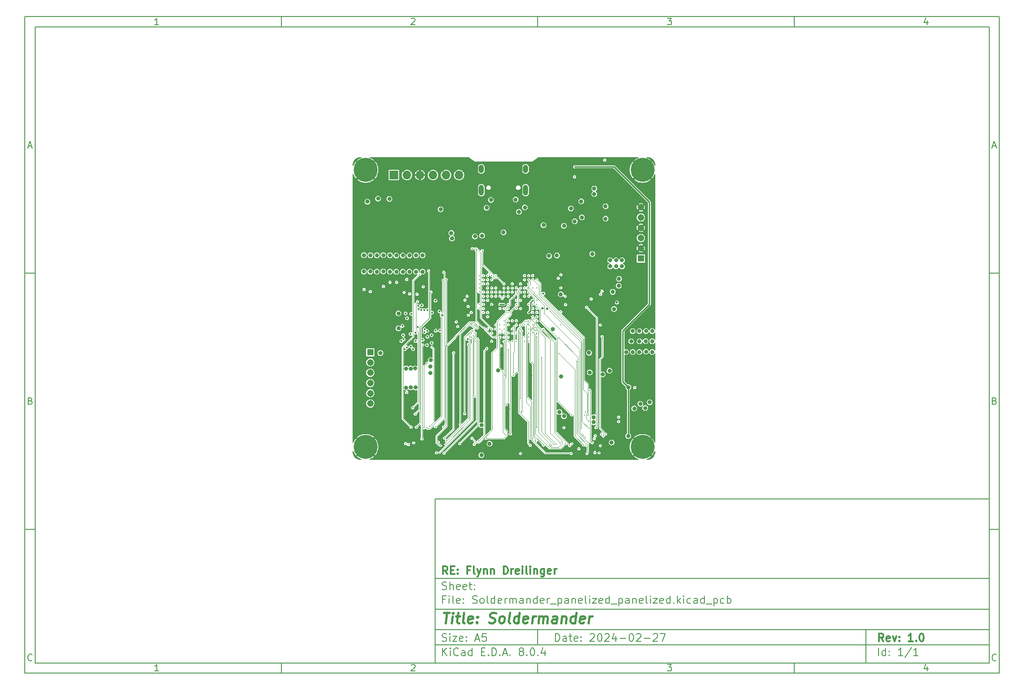
<source format=gbr>
%TF.GenerationSoftware,KiCad,Pcbnew,8.0.4*%
%TF.CreationDate,2024-07-26T00:04:38-07:00*%
%TF.ProjectId,Soldermander_panelized_panelized,536f6c64-6572-46d6-916e-6465725f7061,1.0*%
%TF.SameCoordinates,Original*%
%TF.FileFunction,Copper,L2,Inr*%
%TF.FilePolarity,Positive*%
%FSLAX46Y46*%
G04 Gerber Fmt 4.6, Leading zero omitted, Abs format (unit mm)*
G04 Created by KiCad (PCBNEW 8.0.4) date 2024-07-26 00:04:38*
%MOMM*%
%LPD*%
G01*
G04 APERTURE LIST*
%ADD10C,0.100000*%
%ADD11C,0.150000*%
%ADD12C,0.300000*%
%ADD13C,0.400000*%
%TA.AperFunction,ComponentPad*%
%ADD14C,4.700000*%
%TD*%
%TA.AperFunction,ComponentPad*%
%ADD15R,1.308000X1.308000*%
%TD*%
%TA.AperFunction,ComponentPad*%
%ADD16C,1.308000*%
%TD*%
%TA.AperFunction,ComponentPad*%
%ADD17O,1.000000X2.100000*%
%TD*%
%TA.AperFunction,ComponentPad*%
%ADD18O,1.000000X1.600000*%
%TD*%
%TA.AperFunction,ComponentPad*%
%ADD19R,1.700000X1.700000*%
%TD*%
%TA.AperFunction,ComponentPad*%
%ADD20O,1.700000X1.700000*%
%TD*%
%TA.AperFunction,ViaPad*%
%ADD21C,0.300000*%
%TD*%
%TA.AperFunction,ViaPad*%
%ADD22C,0.400000*%
%TD*%
%TA.AperFunction,ViaPad*%
%ADD23C,0.800000*%
%TD*%
%TA.AperFunction,ViaPad*%
%ADD24C,0.500000*%
%TD*%
%TA.AperFunction,ViaPad*%
%ADD25C,0.406400*%
%TD*%
%TA.AperFunction,Conductor*%
%ADD26C,0.250000*%
%TD*%
%TA.AperFunction,Conductor*%
%ADD27C,0.090000*%
%TD*%
G04 APERTURE END LIST*
D10*
D11*
X90007200Y-104005800D02*
X198007200Y-104005800D01*
X198007200Y-136005800D01*
X90007200Y-136005800D01*
X90007200Y-104005800D01*
D10*
D11*
X10000000Y-10000000D02*
X200007200Y-10000000D01*
X200007200Y-138005800D01*
X10000000Y-138005800D01*
X10000000Y-10000000D01*
D10*
D11*
X12000000Y-12000000D02*
X198007200Y-12000000D01*
X198007200Y-136005800D01*
X12000000Y-136005800D01*
X12000000Y-12000000D01*
D10*
D11*
X60000000Y-12000000D02*
X60000000Y-10000000D01*
D10*
D11*
X110000000Y-12000000D02*
X110000000Y-10000000D01*
D10*
D11*
X160000000Y-12000000D02*
X160000000Y-10000000D01*
D10*
D11*
X36089160Y-11593604D02*
X35346303Y-11593604D01*
X35717731Y-11593604D02*
X35717731Y-10293604D01*
X35717731Y-10293604D02*
X35593922Y-10479319D01*
X35593922Y-10479319D02*
X35470112Y-10603128D01*
X35470112Y-10603128D02*
X35346303Y-10665033D01*
D10*
D11*
X85346303Y-10417414D02*
X85408207Y-10355509D01*
X85408207Y-10355509D02*
X85532017Y-10293604D01*
X85532017Y-10293604D02*
X85841541Y-10293604D01*
X85841541Y-10293604D02*
X85965350Y-10355509D01*
X85965350Y-10355509D02*
X86027255Y-10417414D01*
X86027255Y-10417414D02*
X86089160Y-10541223D01*
X86089160Y-10541223D02*
X86089160Y-10665033D01*
X86089160Y-10665033D02*
X86027255Y-10850747D01*
X86027255Y-10850747D02*
X85284398Y-11593604D01*
X85284398Y-11593604D02*
X86089160Y-11593604D01*
D10*
D11*
X135284398Y-10293604D02*
X136089160Y-10293604D01*
X136089160Y-10293604D02*
X135655826Y-10788842D01*
X135655826Y-10788842D02*
X135841541Y-10788842D01*
X135841541Y-10788842D02*
X135965350Y-10850747D01*
X135965350Y-10850747D02*
X136027255Y-10912652D01*
X136027255Y-10912652D02*
X136089160Y-11036461D01*
X136089160Y-11036461D02*
X136089160Y-11345985D01*
X136089160Y-11345985D02*
X136027255Y-11469795D01*
X136027255Y-11469795D02*
X135965350Y-11531700D01*
X135965350Y-11531700D02*
X135841541Y-11593604D01*
X135841541Y-11593604D02*
X135470112Y-11593604D01*
X135470112Y-11593604D02*
X135346303Y-11531700D01*
X135346303Y-11531700D02*
X135284398Y-11469795D01*
D10*
D11*
X185965350Y-10726938D02*
X185965350Y-11593604D01*
X185655826Y-10231700D02*
X185346303Y-11160271D01*
X185346303Y-11160271D02*
X186151064Y-11160271D01*
D10*
D11*
X60000000Y-136005800D02*
X60000000Y-138005800D01*
D10*
D11*
X110000000Y-136005800D02*
X110000000Y-138005800D01*
D10*
D11*
X160000000Y-136005800D02*
X160000000Y-138005800D01*
D10*
D11*
X36089160Y-137599404D02*
X35346303Y-137599404D01*
X35717731Y-137599404D02*
X35717731Y-136299404D01*
X35717731Y-136299404D02*
X35593922Y-136485119D01*
X35593922Y-136485119D02*
X35470112Y-136608928D01*
X35470112Y-136608928D02*
X35346303Y-136670833D01*
D10*
D11*
X85346303Y-136423214D02*
X85408207Y-136361309D01*
X85408207Y-136361309D02*
X85532017Y-136299404D01*
X85532017Y-136299404D02*
X85841541Y-136299404D01*
X85841541Y-136299404D02*
X85965350Y-136361309D01*
X85965350Y-136361309D02*
X86027255Y-136423214D01*
X86027255Y-136423214D02*
X86089160Y-136547023D01*
X86089160Y-136547023D02*
X86089160Y-136670833D01*
X86089160Y-136670833D02*
X86027255Y-136856547D01*
X86027255Y-136856547D02*
X85284398Y-137599404D01*
X85284398Y-137599404D02*
X86089160Y-137599404D01*
D10*
D11*
X135284398Y-136299404D02*
X136089160Y-136299404D01*
X136089160Y-136299404D02*
X135655826Y-136794642D01*
X135655826Y-136794642D02*
X135841541Y-136794642D01*
X135841541Y-136794642D02*
X135965350Y-136856547D01*
X135965350Y-136856547D02*
X136027255Y-136918452D01*
X136027255Y-136918452D02*
X136089160Y-137042261D01*
X136089160Y-137042261D02*
X136089160Y-137351785D01*
X136089160Y-137351785D02*
X136027255Y-137475595D01*
X136027255Y-137475595D02*
X135965350Y-137537500D01*
X135965350Y-137537500D02*
X135841541Y-137599404D01*
X135841541Y-137599404D02*
X135470112Y-137599404D01*
X135470112Y-137599404D02*
X135346303Y-137537500D01*
X135346303Y-137537500D02*
X135284398Y-137475595D01*
D10*
D11*
X185965350Y-136732738D02*
X185965350Y-137599404D01*
X185655826Y-136237500D02*
X185346303Y-137166071D01*
X185346303Y-137166071D02*
X186151064Y-137166071D01*
D10*
D11*
X10000000Y-60000000D02*
X12000000Y-60000000D01*
D10*
D11*
X10000000Y-110000000D02*
X12000000Y-110000000D01*
D10*
D11*
X10690476Y-35222176D02*
X11309523Y-35222176D01*
X10566666Y-35593604D02*
X10999999Y-34293604D01*
X10999999Y-34293604D02*
X11433333Y-35593604D01*
D10*
D11*
X11092857Y-84912652D02*
X11278571Y-84974557D01*
X11278571Y-84974557D02*
X11340476Y-85036461D01*
X11340476Y-85036461D02*
X11402380Y-85160271D01*
X11402380Y-85160271D02*
X11402380Y-85345985D01*
X11402380Y-85345985D02*
X11340476Y-85469795D01*
X11340476Y-85469795D02*
X11278571Y-85531700D01*
X11278571Y-85531700D02*
X11154761Y-85593604D01*
X11154761Y-85593604D02*
X10659523Y-85593604D01*
X10659523Y-85593604D02*
X10659523Y-84293604D01*
X10659523Y-84293604D02*
X11092857Y-84293604D01*
X11092857Y-84293604D02*
X11216666Y-84355509D01*
X11216666Y-84355509D02*
X11278571Y-84417414D01*
X11278571Y-84417414D02*
X11340476Y-84541223D01*
X11340476Y-84541223D02*
X11340476Y-84665033D01*
X11340476Y-84665033D02*
X11278571Y-84788842D01*
X11278571Y-84788842D02*
X11216666Y-84850747D01*
X11216666Y-84850747D02*
X11092857Y-84912652D01*
X11092857Y-84912652D02*
X10659523Y-84912652D01*
D10*
D11*
X11402380Y-135469795D02*
X11340476Y-135531700D01*
X11340476Y-135531700D02*
X11154761Y-135593604D01*
X11154761Y-135593604D02*
X11030952Y-135593604D01*
X11030952Y-135593604D02*
X10845238Y-135531700D01*
X10845238Y-135531700D02*
X10721428Y-135407890D01*
X10721428Y-135407890D02*
X10659523Y-135284080D01*
X10659523Y-135284080D02*
X10597619Y-135036461D01*
X10597619Y-135036461D02*
X10597619Y-134850747D01*
X10597619Y-134850747D02*
X10659523Y-134603128D01*
X10659523Y-134603128D02*
X10721428Y-134479319D01*
X10721428Y-134479319D02*
X10845238Y-134355509D01*
X10845238Y-134355509D02*
X11030952Y-134293604D01*
X11030952Y-134293604D02*
X11154761Y-134293604D01*
X11154761Y-134293604D02*
X11340476Y-134355509D01*
X11340476Y-134355509D02*
X11402380Y-134417414D01*
D10*
D11*
X200007200Y-60000000D02*
X198007200Y-60000000D01*
D10*
D11*
X200007200Y-110000000D02*
X198007200Y-110000000D01*
D10*
D11*
X198697676Y-35222176D02*
X199316723Y-35222176D01*
X198573866Y-35593604D02*
X199007199Y-34293604D01*
X199007199Y-34293604D02*
X199440533Y-35593604D01*
D10*
D11*
X199100057Y-84912652D02*
X199285771Y-84974557D01*
X199285771Y-84974557D02*
X199347676Y-85036461D01*
X199347676Y-85036461D02*
X199409580Y-85160271D01*
X199409580Y-85160271D02*
X199409580Y-85345985D01*
X199409580Y-85345985D02*
X199347676Y-85469795D01*
X199347676Y-85469795D02*
X199285771Y-85531700D01*
X199285771Y-85531700D02*
X199161961Y-85593604D01*
X199161961Y-85593604D02*
X198666723Y-85593604D01*
X198666723Y-85593604D02*
X198666723Y-84293604D01*
X198666723Y-84293604D02*
X199100057Y-84293604D01*
X199100057Y-84293604D02*
X199223866Y-84355509D01*
X199223866Y-84355509D02*
X199285771Y-84417414D01*
X199285771Y-84417414D02*
X199347676Y-84541223D01*
X199347676Y-84541223D02*
X199347676Y-84665033D01*
X199347676Y-84665033D02*
X199285771Y-84788842D01*
X199285771Y-84788842D02*
X199223866Y-84850747D01*
X199223866Y-84850747D02*
X199100057Y-84912652D01*
X199100057Y-84912652D02*
X198666723Y-84912652D01*
D10*
D11*
X199409580Y-135469795D02*
X199347676Y-135531700D01*
X199347676Y-135531700D02*
X199161961Y-135593604D01*
X199161961Y-135593604D02*
X199038152Y-135593604D01*
X199038152Y-135593604D02*
X198852438Y-135531700D01*
X198852438Y-135531700D02*
X198728628Y-135407890D01*
X198728628Y-135407890D02*
X198666723Y-135284080D01*
X198666723Y-135284080D02*
X198604819Y-135036461D01*
X198604819Y-135036461D02*
X198604819Y-134850747D01*
X198604819Y-134850747D02*
X198666723Y-134603128D01*
X198666723Y-134603128D02*
X198728628Y-134479319D01*
X198728628Y-134479319D02*
X198852438Y-134355509D01*
X198852438Y-134355509D02*
X199038152Y-134293604D01*
X199038152Y-134293604D02*
X199161961Y-134293604D01*
X199161961Y-134293604D02*
X199347676Y-134355509D01*
X199347676Y-134355509D02*
X199409580Y-134417414D01*
D10*
D11*
X113463026Y-131791928D02*
X113463026Y-130291928D01*
X113463026Y-130291928D02*
X113820169Y-130291928D01*
X113820169Y-130291928D02*
X114034455Y-130363357D01*
X114034455Y-130363357D02*
X114177312Y-130506214D01*
X114177312Y-130506214D02*
X114248741Y-130649071D01*
X114248741Y-130649071D02*
X114320169Y-130934785D01*
X114320169Y-130934785D02*
X114320169Y-131149071D01*
X114320169Y-131149071D02*
X114248741Y-131434785D01*
X114248741Y-131434785D02*
X114177312Y-131577642D01*
X114177312Y-131577642D02*
X114034455Y-131720500D01*
X114034455Y-131720500D02*
X113820169Y-131791928D01*
X113820169Y-131791928D02*
X113463026Y-131791928D01*
X115605884Y-131791928D02*
X115605884Y-131006214D01*
X115605884Y-131006214D02*
X115534455Y-130863357D01*
X115534455Y-130863357D02*
X115391598Y-130791928D01*
X115391598Y-130791928D02*
X115105884Y-130791928D01*
X115105884Y-130791928D02*
X114963026Y-130863357D01*
X115605884Y-131720500D02*
X115463026Y-131791928D01*
X115463026Y-131791928D02*
X115105884Y-131791928D01*
X115105884Y-131791928D02*
X114963026Y-131720500D01*
X114963026Y-131720500D02*
X114891598Y-131577642D01*
X114891598Y-131577642D02*
X114891598Y-131434785D01*
X114891598Y-131434785D02*
X114963026Y-131291928D01*
X114963026Y-131291928D02*
X115105884Y-131220500D01*
X115105884Y-131220500D02*
X115463026Y-131220500D01*
X115463026Y-131220500D02*
X115605884Y-131149071D01*
X116105884Y-130791928D02*
X116677312Y-130791928D01*
X116320169Y-130291928D02*
X116320169Y-131577642D01*
X116320169Y-131577642D02*
X116391598Y-131720500D01*
X116391598Y-131720500D02*
X116534455Y-131791928D01*
X116534455Y-131791928D02*
X116677312Y-131791928D01*
X117748741Y-131720500D02*
X117605884Y-131791928D01*
X117605884Y-131791928D02*
X117320170Y-131791928D01*
X117320170Y-131791928D02*
X117177312Y-131720500D01*
X117177312Y-131720500D02*
X117105884Y-131577642D01*
X117105884Y-131577642D02*
X117105884Y-131006214D01*
X117105884Y-131006214D02*
X117177312Y-130863357D01*
X117177312Y-130863357D02*
X117320170Y-130791928D01*
X117320170Y-130791928D02*
X117605884Y-130791928D01*
X117605884Y-130791928D02*
X117748741Y-130863357D01*
X117748741Y-130863357D02*
X117820170Y-131006214D01*
X117820170Y-131006214D02*
X117820170Y-131149071D01*
X117820170Y-131149071D02*
X117105884Y-131291928D01*
X118463026Y-131649071D02*
X118534455Y-131720500D01*
X118534455Y-131720500D02*
X118463026Y-131791928D01*
X118463026Y-131791928D02*
X118391598Y-131720500D01*
X118391598Y-131720500D02*
X118463026Y-131649071D01*
X118463026Y-131649071D02*
X118463026Y-131791928D01*
X118463026Y-130863357D02*
X118534455Y-130934785D01*
X118534455Y-130934785D02*
X118463026Y-131006214D01*
X118463026Y-131006214D02*
X118391598Y-130934785D01*
X118391598Y-130934785D02*
X118463026Y-130863357D01*
X118463026Y-130863357D02*
X118463026Y-131006214D01*
X120248741Y-130434785D02*
X120320169Y-130363357D01*
X120320169Y-130363357D02*
X120463027Y-130291928D01*
X120463027Y-130291928D02*
X120820169Y-130291928D01*
X120820169Y-130291928D02*
X120963027Y-130363357D01*
X120963027Y-130363357D02*
X121034455Y-130434785D01*
X121034455Y-130434785D02*
X121105884Y-130577642D01*
X121105884Y-130577642D02*
X121105884Y-130720500D01*
X121105884Y-130720500D02*
X121034455Y-130934785D01*
X121034455Y-130934785D02*
X120177312Y-131791928D01*
X120177312Y-131791928D02*
X121105884Y-131791928D01*
X122034455Y-130291928D02*
X122177312Y-130291928D01*
X122177312Y-130291928D02*
X122320169Y-130363357D01*
X122320169Y-130363357D02*
X122391598Y-130434785D01*
X122391598Y-130434785D02*
X122463026Y-130577642D01*
X122463026Y-130577642D02*
X122534455Y-130863357D01*
X122534455Y-130863357D02*
X122534455Y-131220500D01*
X122534455Y-131220500D02*
X122463026Y-131506214D01*
X122463026Y-131506214D02*
X122391598Y-131649071D01*
X122391598Y-131649071D02*
X122320169Y-131720500D01*
X122320169Y-131720500D02*
X122177312Y-131791928D01*
X122177312Y-131791928D02*
X122034455Y-131791928D01*
X122034455Y-131791928D02*
X121891598Y-131720500D01*
X121891598Y-131720500D02*
X121820169Y-131649071D01*
X121820169Y-131649071D02*
X121748740Y-131506214D01*
X121748740Y-131506214D02*
X121677312Y-131220500D01*
X121677312Y-131220500D02*
X121677312Y-130863357D01*
X121677312Y-130863357D02*
X121748740Y-130577642D01*
X121748740Y-130577642D02*
X121820169Y-130434785D01*
X121820169Y-130434785D02*
X121891598Y-130363357D01*
X121891598Y-130363357D02*
X122034455Y-130291928D01*
X123105883Y-130434785D02*
X123177311Y-130363357D01*
X123177311Y-130363357D02*
X123320169Y-130291928D01*
X123320169Y-130291928D02*
X123677311Y-130291928D01*
X123677311Y-130291928D02*
X123820169Y-130363357D01*
X123820169Y-130363357D02*
X123891597Y-130434785D01*
X123891597Y-130434785D02*
X123963026Y-130577642D01*
X123963026Y-130577642D02*
X123963026Y-130720500D01*
X123963026Y-130720500D02*
X123891597Y-130934785D01*
X123891597Y-130934785D02*
X123034454Y-131791928D01*
X123034454Y-131791928D02*
X123963026Y-131791928D01*
X125248740Y-130791928D02*
X125248740Y-131791928D01*
X124891597Y-130220500D02*
X124534454Y-131291928D01*
X124534454Y-131291928D02*
X125463025Y-131291928D01*
X126034453Y-131220500D02*
X127177311Y-131220500D01*
X128177311Y-130291928D02*
X128320168Y-130291928D01*
X128320168Y-130291928D02*
X128463025Y-130363357D01*
X128463025Y-130363357D02*
X128534454Y-130434785D01*
X128534454Y-130434785D02*
X128605882Y-130577642D01*
X128605882Y-130577642D02*
X128677311Y-130863357D01*
X128677311Y-130863357D02*
X128677311Y-131220500D01*
X128677311Y-131220500D02*
X128605882Y-131506214D01*
X128605882Y-131506214D02*
X128534454Y-131649071D01*
X128534454Y-131649071D02*
X128463025Y-131720500D01*
X128463025Y-131720500D02*
X128320168Y-131791928D01*
X128320168Y-131791928D02*
X128177311Y-131791928D01*
X128177311Y-131791928D02*
X128034454Y-131720500D01*
X128034454Y-131720500D02*
X127963025Y-131649071D01*
X127963025Y-131649071D02*
X127891596Y-131506214D01*
X127891596Y-131506214D02*
X127820168Y-131220500D01*
X127820168Y-131220500D02*
X127820168Y-130863357D01*
X127820168Y-130863357D02*
X127891596Y-130577642D01*
X127891596Y-130577642D02*
X127963025Y-130434785D01*
X127963025Y-130434785D02*
X128034454Y-130363357D01*
X128034454Y-130363357D02*
X128177311Y-130291928D01*
X129248739Y-130434785D02*
X129320167Y-130363357D01*
X129320167Y-130363357D02*
X129463025Y-130291928D01*
X129463025Y-130291928D02*
X129820167Y-130291928D01*
X129820167Y-130291928D02*
X129963025Y-130363357D01*
X129963025Y-130363357D02*
X130034453Y-130434785D01*
X130034453Y-130434785D02*
X130105882Y-130577642D01*
X130105882Y-130577642D02*
X130105882Y-130720500D01*
X130105882Y-130720500D02*
X130034453Y-130934785D01*
X130034453Y-130934785D02*
X129177310Y-131791928D01*
X129177310Y-131791928D02*
X130105882Y-131791928D01*
X130748738Y-131220500D02*
X131891596Y-131220500D01*
X132534453Y-130434785D02*
X132605881Y-130363357D01*
X132605881Y-130363357D02*
X132748739Y-130291928D01*
X132748739Y-130291928D02*
X133105881Y-130291928D01*
X133105881Y-130291928D02*
X133248739Y-130363357D01*
X133248739Y-130363357D02*
X133320167Y-130434785D01*
X133320167Y-130434785D02*
X133391596Y-130577642D01*
X133391596Y-130577642D02*
X133391596Y-130720500D01*
X133391596Y-130720500D02*
X133320167Y-130934785D01*
X133320167Y-130934785D02*
X132463024Y-131791928D01*
X132463024Y-131791928D02*
X133391596Y-131791928D01*
X133891595Y-130291928D02*
X134891595Y-130291928D01*
X134891595Y-130291928D02*
X134248738Y-131791928D01*
D10*
D11*
X90007200Y-132505800D02*
X198007200Y-132505800D01*
D10*
D11*
X91463026Y-134591928D02*
X91463026Y-133091928D01*
X92320169Y-134591928D02*
X91677312Y-133734785D01*
X92320169Y-133091928D02*
X91463026Y-133949071D01*
X92963026Y-134591928D02*
X92963026Y-133591928D01*
X92963026Y-133091928D02*
X92891598Y-133163357D01*
X92891598Y-133163357D02*
X92963026Y-133234785D01*
X92963026Y-133234785D02*
X93034455Y-133163357D01*
X93034455Y-133163357D02*
X92963026Y-133091928D01*
X92963026Y-133091928D02*
X92963026Y-133234785D01*
X94534455Y-134449071D02*
X94463027Y-134520500D01*
X94463027Y-134520500D02*
X94248741Y-134591928D01*
X94248741Y-134591928D02*
X94105884Y-134591928D01*
X94105884Y-134591928D02*
X93891598Y-134520500D01*
X93891598Y-134520500D02*
X93748741Y-134377642D01*
X93748741Y-134377642D02*
X93677312Y-134234785D01*
X93677312Y-134234785D02*
X93605884Y-133949071D01*
X93605884Y-133949071D02*
X93605884Y-133734785D01*
X93605884Y-133734785D02*
X93677312Y-133449071D01*
X93677312Y-133449071D02*
X93748741Y-133306214D01*
X93748741Y-133306214D02*
X93891598Y-133163357D01*
X93891598Y-133163357D02*
X94105884Y-133091928D01*
X94105884Y-133091928D02*
X94248741Y-133091928D01*
X94248741Y-133091928D02*
X94463027Y-133163357D01*
X94463027Y-133163357D02*
X94534455Y-133234785D01*
X95820170Y-134591928D02*
X95820170Y-133806214D01*
X95820170Y-133806214D02*
X95748741Y-133663357D01*
X95748741Y-133663357D02*
X95605884Y-133591928D01*
X95605884Y-133591928D02*
X95320170Y-133591928D01*
X95320170Y-133591928D02*
X95177312Y-133663357D01*
X95820170Y-134520500D02*
X95677312Y-134591928D01*
X95677312Y-134591928D02*
X95320170Y-134591928D01*
X95320170Y-134591928D02*
X95177312Y-134520500D01*
X95177312Y-134520500D02*
X95105884Y-134377642D01*
X95105884Y-134377642D02*
X95105884Y-134234785D01*
X95105884Y-134234785D02*
X95177312Y-134091928D01*
X95177312Y-134091928D02*
X95320170Y-134020500D01*
X95320170Y-134020500D02*
X95677312Y-134020500D01*
X95677312Y-134020500D02*
X95820170Y-133949071D01*
X97177313Y-134591928D02*
X97177313Y-133091928D01*
X97177313Y-134520500D02*
X97034455Y-134591928D01*
X97034455Y-134591928D02*
X96748741Y-134591928D01*
X96748741Y-134591928D02*
X96605884Y-134520500D01*
X96605884Y-134520500D02*
X96534455Y-134449071D01*
X96534455Y-134449071D02*
X96463027Y-134306214D01*
X96463027Y-134306214D02*
X96463027Y-133877642D01*
X96463027Y-133877642D02*
X96534455Y-133734785D01*
X96534455Y-133734785D02*
X96605884Y-133663357D01*
X96605884Y-133663357D02*
X96748741Y-133591928D01*
X96748741Y-133591928D02*
X97034455Y-133591928D01*
X97034455Y-133591928D02*
X97177313Y-133663357D01*
X99034455Y-133806214D02*
X99534455Y-133806214D01*
X99748741Y-134591928D02*
X99034455Y-134591928D01*
X99034455Y-134591928D02*
X99034455Y-133091928D01*
X99034455Y-133091928D02*
X99748741Y-133091928D01*
X100391598Y-134449071D02*
X100463027Y-134520500D01*
X100463027Y-134520500D02*
X100391598Y-134591928D01*
X100391598Y-134591928D02*
X100320170Y-134520500D01*
X100320170Y-134520500D02*
X100391598Y-134449071D01*
X100391598Y-134449071D02*
X100391598Y-134591928D01*
X101105884Y-134591928D02*
X101105884Y-133091928D01*
X101105884Y-133091928D02*
X101463027Y-133091928D01*
X101463027Y-133091928D02*
X101677313Y-133163357D01*
X101677313Y-133163357D02*
X101820170Y-133306214D01*
X101820170Y-133306214D02*
X101891599Y-133449071D01*
X101891599Y-133449071D02*
X101963027Y-133734785D01*
X101963027Y-133734785D02*
X101963027Y-133949071D01*
X101963027Y-133949071D02*
X101891599Y-134234785D01*
X101891599Y-134234785D02*
X101820170Y-134377642D01*
X101820170Y-134377642D02*
X101677313Y-134520500D01*
X101677313Y-134520500D02*
X101463027Y-134591928D01*
X101463027Y-134591928D02*
X101105884Y-134591928D01*
X102605884Y-134449071D02*
X102677313Y-134520500D01*
X102677313Y-134520500D02*
X102605884Y-134591928D01*
X102605884Y-134591928D02*
X102534456Y-134520500D01*
X102534456Y-134520500D02*
X102605884Y-134449071D01*
X102605884Y-134449071D02*
X102605884Y-134591928D01*
X103248742Y-134163357D02*
X103963028Y-134163357D01*
X103105885Y-134591928D02*
X103605885Y-133091928D01*
X103605885Y-133091928D02*
X104105885Y-134591928D01*
X104605884Y-134449071D02*
X104677313Y-134520500D01*
X104677313Y-134520500D02*
X104605884Y-134591928D01*
X104605884Y-134591928D02*
X104534456Y-134520500D01*
X104534456Y-134520500D02*
X104605884Y-134449071D01*
X104605884Y-134449071D02*
X104605884Y-134591928D01*
X106677313Y-133734785D02*
X106534456Y-133663357D01*
X106534456Y-133663357D02*
X106463027Y-133591928D01*
X106463027Y-133591928D02*
X106391599Y-133449071D01*
X106391599Y-133449071D02*
X106391599Y-133377642D01*
X106391599Y-133377642D02*
X106463027Y-133234785D01*
X106463027Y-133234785D02*
X106534456Y-133163357D01*
X106534456Y-133163357D02*
X106677313Y-133091928D01*
X106677313Y-133091928D02*
X106963027Y-133091928D01*
X106963027Y-133091928D02*
X107105885Y-133163357D01*
X107105885Y-133163357D02*
X107177313Y-133234785D01*
X107177313Y-133234785D02*
X107248742Y-133377642D01*
X107248742Y-133377642D02*
X107248742Y-133449071D01*
X107248742Y-133449071D02*
X107177313Y-133591928D01*
X107177313Y-133591928D02*
X107105885Y-133663357D01*
X107105885Y-133663357D02*
X106963027Y-133734785D01*
X106963027Y-133734785D02*
X106677313Y-133734785D01*
X106677313Y-133734785D02*
X106534456Y-133806214D01*
X106534456Y-133806214D02*
X106463027Y-133877642D01*
X106463027Y-133877642D02*
X106391599Y-134020500D01*
X106391599Y-134020500D02*
X106391599Y-134306214D01*
X106391599Y-134306214D02*
X106463027Y-134449071D01*
X106463027Y-134449071D02*
X106534456Y-134520500D01*
X106534456Y-134520500D02*
X106677313Y-134591928D01*
X106677313Y-134591928D02*
X106963027Y-134591928D01*
X106963027Y-134591928D02*
X107105885Y-134520500D01*
X107105885Y-134520500D02*
X107177313Y-134449071D01*
X107177313Y-134449071D02*
X107248742Y-134306214D01*
X107248742Y-134306214D02*
X107248742Y-134020500D01*
X107248742Y-134020500D02*
X107177313Y-133877642D01*
X107177313Y-133877642D02*
X107105885Y-133806214D01*
X107105885Y-133806214D02*
X106963027Y-133734785D01*
X107891598Y-134449071D02*
X107963027Y-134520500D01*
X107963027Y-134520500D02*
X107891598Y-134591928D01*
X107891598Y-134591928D02*
X107820170Y-134520500D01*
X107820170Y-134520500D02*
X107891598Y-134449071D01*
X107891598Y-134449071D02*
X107891598Y-134591928D01*
X108891599Y-133091928D02*
X109034456Y-133091928D01*
X109034456Y-133091928D02*
X109177313Y-133163357D01*
X109177313Y-133163357D02*
X109248742Y-133234785D01*
X109248742Y-133234785D02*
X109320170Y-133377642D01*
X109320170Y-133377642D02*
X109391599Y-133663357D01*
X109391599Y-133663357D02*
X109391599Y-134020500D01*
X109391599Y-134020500D02*
X109320170Y-134306214D01*
X109320170Y-134306214D02*
X109248742Y-134449071D01*
X109248742Y-134449071D02*
X109177313Y-134520500D01*
X109177313Y-134520500D02*
X109034456Y-134591928D01*
X109034456Y-134591928D02*
X108891599Y-134591928D01*
X108891599Y-134591928D02*
X108748742Y-134520500D01*
X108748742Y-134520500D02*
X108677313Y-134449071D01*
X108677313Y-134449071D02*
X108605884Y-134306214D01*
X108605884Y-134306214D02*
X108534456Y-134020500D01*
X108534456Y-134020500D02*
X108534456Y-133663357D01*
X108534456Y-133663357D02*
X108605884Y-133377642D01*
X108605884Y-133377642D02*
X108677313Y-133234785D01*
X108677313Y-133234785D02*
X108748742Y-133163357D01*
X108748742Y-133163357D02*
X108891599Y-133091928D01*
X110034455Y-134449071D02*
X110105884Y-134520500D01*
X110105884Y-134520500D02*
X110034455Y-134591928D01*
X110034455Y-134591928D02*
X109963027Y-134520500D01*
X109963027Y-134520500D02*
X110034455Y-134449071D01*
X110034455Y-134449071D02*
X110034455Y-134591928D01*
X111391599Y-133591928D02*
X111391599Y-134591928D01*
X111034456Y-133020500D02*
X110677313Y-134091928D01*
X110677313Y-134091928D02*
X111605884Y-134091928D01*
D10*
D11*
X90007200Y-129505800D02*
X198007200Y-129505800D01*
D10*
D12*
X177418853Y-131784128D02*
X176918853Y-131069842D01*
X176561710Y-131784128D02*
X176561710Y-130284128D01*
X176561710Y-130284128D02*
X177133139Y-130284128D01*
X177133139Y-130284128D02*
X177275996Y-130355557D01*
X177275996Y-130355557D02*
X177347425Y-130426985D01*
X177347425Y-130426985D02*
X177418853Y-130569842D01*
X177418853Y-130569842D02*
X177418853Y-130784128D01*
X177418853Y-130784128D02*
X177347425Y-130926985D01*
X177347425Y-130926985D02*
X177275996Y-130998414D01*
X177275996Y-130998414D02*
X177133139Y-131069842D01*
X177133139Y-131069842D02*
X176561710Y-131069842D01*
X178633139Y-131712700D02*
X178490282Y-131784128D01*
X178490282Y-131784128D02*
X178204568Y-131784128D01*
X178204568Y-131784128D02*
X178061710Y-131712700D01*
X178061710Y-131712700D02*
X177990282Y-131569842D01*
X177990282Y-131569842D02*
X177990282Y-130998414D01*
X177990282Y-130998414D02*
X178061710Y-130855557D01*
X178061710Y-130855557D02*
X178204568Y-130784128D01*
X178204568Y-130784128D02*
X178490282Y-130784128D01*
X178490282Y-130784128D02*
X178633139Y-130855557D01*
X178633139Y-130855557D02*
X178704568Y-130998414D01*
X178704568Y-130998414D02*
X178704568Y-131141271D01*
X178704568Y-131141271D02*
X177990282Y-131284128D01*
X179204567Y-130784128D02*
X179561710Y-131784128D01*
X179561710Y-131784128D02*
X179918853Y-130784128D01*
X180490281Y-131641271D02*
X180561710Y-131712700D01*
X180561710Y-131712700D02*
X180490281Y-131784128D01*
X180490281Y-131784128D02*
X180418853Y-131712700D01*
X180418853Y-131712700D02*
X180490281Y-131641271D01*
X180490281Y-131641271D02*
X180490281Y-131784128D01*
X180490281Y-130855557D02*
X180561710Y-130926985D01*
X180561710Y-130926985D02*
X180490281Y-130998414D01*
X180490281Y-130998414D02*
X180418853Y-130926985D01*
X180418853Y-130926985D02*
X180490281Y-130855557D01*
X180490281Y-130855557D02*
X180490281Y-130998414D01*
X183133139Y-131784128D02*
X182275996Y-131784128D01*
X182704567Y-131784128D02*
X182704567Y-130284128D01*
X182704567Y-130284128D02*
X182561710Y-130498414D01*
X182561710Y-130498414D02*
X182418853Y-130641271D01*
X182418853Y-130641271D02*
X182275996Y-130712700D01*
X183775995Y-131641271D02*
X183847424Y-131712700D01*
X183847424Y-131712700D02*
X183775995Y-131784128D01*
X183775995Y-131784128D02*
X183704567Y-131712700D01*
X183704567Y-131712700D02*
X183775995Y-131641271D01*
X183775995Y-131641271D02*
X183775995Y-131784128D01*
X184775996Y-130284128D02*
X184918853Y-130284128D01*
X184918853Y-130284128D02*
X185061710Y-130355557D01*
X185061710Y-130355557D02*
X185133139Y-130426985D01*
X185133139Y-130426985D02*
X185204567Y-130569842D01*
X185204567Y-130569842D02*
X185275996Y-130855557D01*
X185275996Y-130855557D02*
X185275996Y-131212700D01*
X185275996Y-131212700D02*
X185204567Y-131498414D01*
X185204567Y-131498414D02*
X185133139Y-131641271D01*
X185133139Y-131641271D02*
X185061710Y-131712700D01*
X185061710Y-131712700D02*
X184918853Y-131784128D01*
X184918853Y-131784128D02*
X184775996Y-131784128D01*
X184775996Y-131784128D02*
X184633139Y-131712700D01*
X184633139Y-131712700D02*
X184561710Y-131641271D01*
X184561710Y-131641271D02*
X184490281Y-131498414D01*
X184490281Y-131498414D02*
X184418853Y-131212700D01*
X184418853Y-131212700D02*
X184418853Y-130855557D01*
X184418853Y-130855557D02*
X184490281Y-130569842D01*
X184490281Y-130569842D02*
X184561710Y-130426985D01*
X184561710Y-130426985D02*
X184633139Y-130355557D01*
X184633139Y-130355557D02*
X184775996Y-130284128D01*
D10*
D11*
X91391598Y-131720500D02*
X91605884Y-131791928D01*
X91605884Y-131791928D02*
X91963026Y-131791928D01*
X91963026Y-131791928D02*
X92105884Y-131720500D01*
X92105884Y-131720500D02*
X92177312Y-131649071D01*
X92177312Y-131649071D02*
X92248741Y-131506214D01*
X92248741Y-131506214D02*
X92248741Y-131363357D01*
X92248741Y-131363357D02*
X92177312Y-131220500D01*
X92177312Y-131220500D02*
X92105884Y-131149071D01*
X92105884Y-131149071D02*
X91963026Y-131077642D01*
X91963026Y-131077642D02*
X91677312Y-131006214D01*
X91677312Y-131006214D02*
X91534455Y-130934785D01*
X91534455Y-130934785D02*
X91463026Y-130863357D01*
X91463026Y-130863357D02*
X91391598Y-130720500D01*
X91391598Y-130720500D02*
X91391598Y-130577642D01*
X91391598Y-130577642D02*
X91463026Y-130434785D01*
X91463026Y-130434785D02*
X91534455Y-130363357D01*
X91534455Y-130363357D02*
X91677312Y-130291928D01*
X91677312Y-130291928D02*
X92034455Y-130291928D01*
X92034455Y-130291928D02*
X92248741Y-130363357D01*
X92891597Y-131791928D02*
X92891597Y-130791928D01*
X92891597Y-130291928D02*
X92820169Y-130363357D01*
X92820169Y-130363357D02*
X92891597Y-130434785D01*
X92891597Y-130434785D02*
X92963026Y-130363357D01*
X92963026Y-130363357D02*
X92891597Y-130291928D01*
X92891597Y-130291928D02*
X92891597Y-130434785D01*
X93463026Y-130791928D02*
X94248741Y-130791928D01*
X94248741Y-130791928D02*
X93463026Y-131791928D01*
X93463026Y-131791928D02*
X94248741Y-131791928D01*
X95391598Y-131720500D02*
X95248741Y-131791928D01*
X95248741Y-131791928D02*
X94963027Y-131791928D01*
X94963027Y-131791928D02*
X94820169Y-131720500D01*
X94820169Y-131720500D02*
X94748741Y-131577642D01*
X94748741Y-131577642D02*
X94748741Y-131006214D01*
X94748741Y-131006214D02*
X94820169Y-130863357D01*
X94820169Y-130863357D02*
X94963027Y-130791928D01*
X94963027Y-130791928D02*
X95248741Y-130791928D01*
X95248741Y-130791928D02*
X95391598Y-130863357D01*
X95391598Y-130863357D02*
X95463027Y-131006214D01*
X95463027Y-131006214D02*
X95463027Y-131149071D01*
X95463027Y-131149071D02*
X94748741Y-131291928D01*
X96105883Y-131649071D02*
X96177312Y-131720500D01*
X96177312Y-131720500D02*
X96105883Y-131791928D01*
X96105883Y-131791928D02*
X96034455Y-131720500D01*
X96034455Y-131720500D02*
X96105883Y-131649071D01*
X96105883Y-131649071D02*
X96105883Y-131791928D01*
X96105883Y-130863357D02*
X96177312Y-130934785D01*
X96177312Y-130934785D02*
X96105883Y-131006214D01*
X96105883Y-131006214D02*
X96034455Y-130934785D01*
X96034455Y-130934785D02*
X96105883Y-130863357D01*
X96105883Y-130863357D02*
X96105883Y-131006214D01*
X97891598Y-131363357D02*
X98605884Y-131363357D01*
X97748741Y-131791928D02*
X98248741Y-130291928D01*
X98248741Y-130291928D02*
X98748741Y-131791928D01*
X99963026Y-130291928D02*
X99248740Y-130291928D01*
X99248740Y-130291928D02*
X99177312Y-131006214D01*
X99177312Y-131006214D02*
X99248740Y-130934785D01*
X99248740Y-130934785D02*
X99391598Y-130863357D01*
X99391598Y-130863357D02*
X99748740Y-130863357D01*
X99748740Y-130863357D02*
X99891598Y-130934785D01*
X99891598Y-130934785D02*
X99963026Y-131006214D01*
X99963026Y-131006214D02*
X100034455Y-131149071D01*
X100034455Y-131149071D02*
X100034455Y-131506214D01*
X100034455Y-131506214D02*
X99963026Y-131649071D01*
X99963026Y-131649071D02*
X99891598Y-131720500D01*
X99891598Y-131720500D02*
X99748740Y-131791928D01*
X99748740Y-131791928D02*
X99391598Y-131791928D01*
X99391598Y-131791928D02*
X99248740Y-131720500D01*
X99248740Y-131720500D02*
X99177312Y-131649071D01*
D10*
D11*
X176463026Y-134591928D02*
X176463026Y-133091928D01*
X177820170Y-134591928D02*
X177820170Y-133091928D01*
X177820170Y-134520500D02*
X177677312Y-134591928D01*
X177677312Y-134591928D02*
X177391598Y-134591928D01*
X177391598Y-134591928D02*
X177248741Y-134520500D01*
X177248741Y-134520500D02*
X177177312Y-134449071D01*
X177177312Y-134449071D02*
X177105884Y-134306214D01*
X177105884Y-134306214D02*
X177105884Y-133877642D01*
X177105884Y-133877642D02*
X177177312Y-133734785D01*
X177177312Y-133734785D02*
X177248741Y-133663357D01*
X177248741Y-133663357D02*
X177391598Y-133591928D01*
X177391598Y-133591928D02*
X177677312Y-133591928D01*
X177677312Y-133591928D02*
X177820170Y-133663357D01*
X178534455Y-134449071D02*
X178605884Y-134520500D01*
X178605884Y-134520500D02*
X178534455Y-134591928D01*
X178534455Y-134591928D02*
X178463027Y-134520500D01*
X178463027Y-134520500D02*
X178534455Y-134449071D01*
X178534455Y-134449071D02*
X178534455Y-134591928D01*
X178534455Y-133663357D02*
X178605884Y-133734785D01*
X178605884Y-133734785D02*
X178534455Y-133806214D01*
X178534455Y-133806214D02*
X178463027Y-133734785D01*
X178463027Y-133734785D02*
X178534455Y-133663357D01*
X178534455Y-133663357D02*
X178534455Y-133806214D01*
X181177313Y-134591928D02*
X180320170Y-134591928D01*
X180748741Y-134591928D02*
X180748741Y-133091928D01*
X180748741Y-133091928D02*
X180605884Y-133306214D01*
X180605884Y-133306214D02*
X180463027Y-133449071D01*
X180463027Y-133449071D02*
X180320170Y-133520500D01*
X182891598Y-133020500D02*
X181605884Y-134949071D01*
X184177313Y-134591928D02*
X183320170Y-134591928D01*
X183748741Y-134591928D02*
X183748741Y-133091928D01*
X183748741Y-133091928D02*
X183605884Y-133306214D01*
X183605884Y-133306214D02*
X183463027Y-133449071D01*
X183463027Y-133449071D02*
X183320170Y-133520500D01*
D10*
D11*
X90007200Y-125505800D02*
X198007200Y-125505800D01*
D10*
D13*
X91698928Y-126210238D02*
X92841785Y-126210238D01*
X92020357Y-128210238D02*
X92270357Y-126210238D01*
X93258452Y-128210238D02*
X93425119Y-126876904D01*
X93508452Y-126210238D02*
X93401309Y-126305476D01*
X93401309Y-126305476D02*
X93484643Y-126400714D01*
X93484643Y-126400714D02*
X93591786Y-126305476D01*
X93591786Y-126305476D02*
X93508452Y-126210238D01*
X93508452Y-126210238D02*
X93484643Y-126400714D01*
X94091786Y-126876904D02*
X94853690Y-126876904D01*
X94460833Y-126210238D02*
X94246548Y-127924523D01*
X94246548Y-127924523D02*
X94317976Y-128115000D01*
X94317976Y-128115000D02*
X94496548Y-128210238D01*
X94496548Y-128210238D02*
X94687024Y-128210238D01*
X95639405Y-128210238D02*
X95460833Y-128115000D01*
X95460833Y-128115000D02*
X95389405Y-127924523D01*
X95389405Y-127924523D02*
X95603690Y-126210238D01*
X97175119Y-128115000D02*
X96972738Y-128210238D01*
X96972738Y-128210238D02*
X96591785Y-128210238D01*
X96591785Y-128210238D02*
X96413214Y-128115000D01*
X96413214Y-128115000D02*
X96341785Y-127924523D01*
X96341785Y-127924523D02*
X96437024Y-127162619D01*
X96437024Y-127162619D02*
X96556071Y-126972142D01*
X96556071Y-126972142D02*
X96758452Y-126876904D01*
X96758452Y-126876904D02*
X97139404Y-126876904D01*
X97139404Y-126876904D02*
X97317976Y-126972142D01*
X97317976Y-126972142D02*
X97389404Y-127162619D01*
X97389404Y-127162619D02*
X97365595Y-127353095D01*
X97365595Y-127353095D02*
X96389404Y-127543571D01*
X98139405Y-128019761D02*
X98222738Y-128115000D01*
X98222738Y-128115000D02*
X98115595Y-128210238D01*
X98115595Y-128210238D02*
X98032262Y-128115000D01*
X98032262Y-128115000D02*
X98139405Y-128019761D01*
X98139405Y-128019761D02*
X98115595Y-128210238D01*
X98270357Y-126972142D02*
X98353690Y-127067380D01*
X98353690Y-127067380D02*
X98246548Y-127162619D01*
X98246548Y-127162619D02*
X98163214Y-127067380D01*
X98163214Y-127067380D02*
X98270357Y-126972142D01*
X98270357Y-126972142D02*
X98246548Y-127162619D01*
X100508453Y-128115000D02*
X100782262Y-128210238D01*
X100782262Y-128210238D02*
X101258453Y-128210238D01*
X101258453Y-128210238D02*
X101460834Y-128115000D01*
X101460834Y-128115000D02*
X101567977Y-128019761D01*
X101567977Y-128019761D02*
X101687024Y-127829285D01*
X101687024Y-127829285D02*
X101710834Y-127638809D01*
X101710834Y-127638809D02*
X101639405Y-127448333D01*
X101639405Y-127448333D02*
X101556072Y-127353095D01*
X101556072Y-127353095D02*
X101377501Y-127257857D01*
X101377501Y-127257857D02*
X101008453Y-127162619D01*
X101008453Y-127162619D02*
X100829881Y-127067380D01*
X100829881Y-127067380D02*
X100746548Y-126972142D01*
X100746548Y-126972142D02*
X100675120Y-126781666D01*
X100675120Y-126781666D02*
X100698929Y-126591190D01*
X100698929Y-126591190D02*
X100817977Y-126400714D01*
X100817977Y-126400714D02*
X100925120Y-126305476D01*
X100925120Y-126305476D02*
X101127501Y-126210238D01*
X101127501Y-126210238D02*
X101603691Y-126210238D01*
X101603691Y-126210238D02*
X101877501Y-126305476D01*
X102782263Y-128210238D02*
X102603691Y-128115000D01*
X102603691Y-128115000D02*
X102520358Y-128019761D01*
X102520358Y-128019761D02*
X102448929Y-127829285D01*
X102448929Y-127829285D02*
X102520358Y-127257857D01*
X102520358Y-127257857D02*
X102639405Y-127067380D01*
X102639405Y-127067380D02*
X102746548Y-126972142D01*
X102746548Y-126972142D02*
X102948929Y-126876904D01*
X102948929Y-126876904D02*
X103234643Y-126876904D01*
X103234643Y-126876904D02*
X103413215Y-126972142D01*
X103413215Y-126972142D02*
X103496548Y-127067380D01*
X103496548Y-127067380D02*
X103567977Y-127257857D01*
X103567977Y-127257857D02*
X103496548Y-127829285D01*
X103496548Y-127829285D02*
X103377501Y-128019761D01*
X103377501Y-128019761D02*
X103270358Y-128115000D01*
X103270358Y-128115000D02*
X103067977Y-128210238D01*
X103067977Y-128210238D02*
X102782263Y-128210238D01*
X104591787Y-128210238D02*
X104413215Y-128115000D01*
X104413215Y-128115000D02*
X104341787Y-127924523D01*
X104341787Y-127924523D02*
X104556072Y-126210238D01*
X106210834Y-128210238D02*
X106460834Y-126210238D01*
X106222739Y-128115000D02*
X106020358Y-128210238D01*
X106020358Y-128210238D02*
X105639406Y-128210238D01*
X105639406Y-128210238D02*
X105460834Y-128115000D01*
X105460834Y-128115000D02*
X105377501Y-128019761D01*
X105377501Y-128019761D02*
X105306072Y-127829285D01*
X105306072Y-127829285D02*
X105377501Y-127257857D01*
X105377501Y-127257857D02*
X105496548Y-127067380D01*
X105496548Y-127067380D02*
X105603691Y-126972142D01*
X105603691Y-126972142D02*
X105806072Y-126876904D01*
X105806072Y-126876904D02*
X106187025Y-126876904D01*
X106187025Y-126876904D02*
X106365596Y-126972142D01*
X107937025Y-128115000D02*
X107734644Y-128210238D01*
X107734644Y-128210238D02*
X107353691Y-128210238D01*
X107353691Y-128210238D02*
X107175120Y-128115000D01*
X107175120Y-128115000D02*
X107103691Y-127924523D01*
X107103691Y-127924523D02*
X107198930Y-127162619D01*
X107198930Y-127162619D02*
X107317977Y-126972142D01*
X107317977Y-126972142D02*
X107520358Y-126876904D01*
X107520358Y-126876904D02*
X107901310Y-126876904D01*
X107901310Y-126876904D02*
X108079882Y-126972142D01*
X108079882Y-126972142D02*
X108151310Y-127162619D01*
X108151310Y-127162619D02*
X108127501Y-127353095D01*
X108127501Y-127353095D02*
X107151310Y-127543571D01*
X108877501Y-128210238D02*
X109044168Y-126876904D01*
X108996549Y-127257857D02*
X109115596Y-127067380D01*
X109115596Y-127067380D02*
X109222739Y-126972142D01*
X109222739Y-126972142D02*
X109425120Y-126876904D01*
X109425120Y-126876904D02*
X109615596Y-126876904D01*
X110115596Y-128210238D02*
X110282263Y-126876904D01*
X110258453Y-127067380D02*
X110365596Y-126972142D01*
X110365596Y-126972142D02*
X110567977Y-126876904D01*
X110567977Y-126876904D02*
X110853691Y-126876904D01*
X110853691Y-126876904D02*
X111032263Y-126972142D01*
X111032263Y-126972142D02*
X111103691Y-127162619D01*
X111103691Y-127162619D02*
X110972739Y-128210238D01*
X111103691Y-127162619D02*
X111222739Y-126972142D01*
X111222739Y-126972142D02*
X111425120Y-126876904D01*
X111425120Y-126876904D02*
X111710834Y-126876904D01*
X111710834Y-126876904D02*
X111889406Y-126972142D01*
X111889406Y-126972142D02*
X111960834Y-127162619D01*
X111960834Y-127162619D02*
X111829882Y-128210238D01*
X113639406Y-128210238D02*
X113770358Y-127162619D01*
X113770358Y-127162619D02*
X113698930Y-126972142D01*
X113698930Y-126972142D02*
X113520358Y-126876904D01*
X113520358Y-126876904D02*
X113139406Y-126876904D01*
X113139406Y-126876904D02*
X112937025Y-126972142D01*
X113651311Y-128115000D02*
X113448930Y-128210238D01*
X113448930Y-128210238D02*
X112972739Y-128210238D01*
X112972739Y-128210238D02*
X112794168Y-128115000D01*
X112794168Y-128115000D02*
X112722739Y-127924523D01*
X112722739Y-127924523D02*
X112746549Y-127734047D01*
X112746549Y-127734047D02*
X112865597Y-127543571D01*
X112865597Y-127543571D02*
X113067978Y-127448333D01*
X113067978Y-127448333D02*
X113544168Y-127448333D01*
X113544168Y-127448333D02*
X113746549Y-127353095D01*
X114758454Y-126876904D02*
X114591787Y-128210238D01*
X114734644Y-127067380D02*
X114841787Y-126972142D01*
X114841787Y-126972142D02*
X115044168Y-126876904D01*
X115044168Y-126876904D02*
X115329882Y-126876904D01*
X115329882Y-126876904D02*
X115508454Y-126972142D01*
X115508454Y-126972142D02*
X115579882Y-127162619D01*
X115579882Y-127162619D02*
X115448930Y-128210238D01*
X117258454Y-128210238D02*
X117508454Y-126210238D01*
X117270359Y-128115000D02*
X117067978Y-128210238D01*
X117067978Y-128210238D02*
X116687026Y-128210238D01*
X116687026Y-128210238D02*
X116508454Y-128115000D01*
X116508454Y-128115000D02*
X116425121Y-128019761D01*
X116425121Y-128019761D02*
X116353692Y-127829285D01*
X116353692Y-127829285D02*
X116425121Y-127257857D01*
X116425121Y-127257857D02*
X116544168Y-127067380D01*
X116544168Y-127067380D02*
X116651311Y-126972142D01*
X116651311Y-126972142D02*
X116853692Y-126876904D01*
X116853692Y-126876904D02*
X117234645Y-126876904D01*
X117234645Y-126876904D02*
X117413216Y-126972142D01*
X118984645Y-128115000D02*
X118782264Y-128210238D01*
X118782264Y-128210238D02*
X118401311Y-128210238D01*
X118401311Y-128210238D02*
X118222740Y-128115000D01*
X118222740Y-128115000D02*
X118151311Y-127924523D01*
X118151311Y-127924523D02*
X118246550Y-127162619D01*
X118246550Y-127162619D02*
X118365597Y-126972142D01*
X118365597Y-126972142D02*
X118567978Y-126876904D01*
X118567978Y-126876904D02*
X118948930Y-126876904D01*
X118948930Y-126876904D02*
X119127502Y-126972142D01*
X119127502Y-126972142D02*
X119198930Y-127162619D01*
X119198930Y-127162619D02*
X119175121Y-127353095D01*
X119175121Y-127353095D02*
X118198930Y-127543571D01*
X119925121Y-128210238D02*
X120091788Y-126876904D01*
X120044169Y-127257857D02*
X120163216Y-127067380D01*
X120163216Y-127067380D02*
X120270359Y-126972142D01*
X120270359Y-126972142D02*
X120472740Y-126876904D01*
X120472740Y-126876904D02*
X120663216Y-126876904D01*
D10*
D11*
X91963026Y-123606214D02*
X91463026Y-123606214D01*
X91463026Y-124391928D02*
X91463026Y-122891928D01*
X91463026Y-122891928D02*
X92177312Y-122891928D01*
X92748740Y-124391928D02*
X92748740Y-123391928D01*
X92748740Y-122891928D02*
X92677312Y-122963357D01*
X92677312Y-122963357D02*
X92748740Y-123034785D01*
X92748740Y-123034785D02*
X92820169Y-122963357D01*
X92820169Y-122963357D02*
X92748740Y-122891928D01*
X92748740Y-122891928D02*
X92748740Y-123034785D01*
X93677312Y-124391928D02*
X93534455Y-124320500D01*
X93534455Y-124320500D02*
X93463026Y-124177642D01*
X93463026Y-124177642D02*
X93463026Y-122891928D01*
X94820169Y-124320500D02*
X94677312Y-124391928D01*
X94677312Y-124391928D02*
X94391598Y-124391928D01*
X94391598Y-124391928D02*
X94248740Y-124320500D01*
X94248740Y-124320500D02*
X94177312Y-124177642D01*
X94177312Y-124177642D02*
X94177312Y-123606214D01*
X94177312Y-123606214D02*
X94248740Y-123463357D01*
X94248740Y-123463357D02*
X94391598Y-123391928D01*
X94391598Y-123391928D02*
X94677312Y-123391928D01*
X94677312Y-123391928D02*
X94820169Y-123463357D01*
X94820169Y-123463357D02*
X94891598Y-123606214D01*
X94891598Y-123606214D02*
X94891598Y-123749071D01*
X94891598Y-123749071D02*
X94177312Y-123891928D01*
X95534454Y-124249071D02*
X95605883Y-124320500D01*
X95605883Y-124320500D02*
X95534454Y-124391928D01*
X95534454Y-124391928D02*
X95463026Y-124320500D01*
X95463026Y-124320500D02*
X95534454Y-124249071D01*
X95534454Y-124249071D02*
X95534454Y-124391928D01*
X95534454Y-123463357D02*
X95605883Y-123534785D01*
X95605883Y-123534785D02*
X95534454Y-123606214D01*
X95534454Y-123606214D02*
X95463026Y-123534785D01*
X95463026Y-123534785D02*
X95534454Y-123463357D01*
X95534454Y-123463357D02*
X95534454Y-123606214D01*
X97320169Y-124320500D02*
X97534455Y-124391928D01*
X97534455Y-124391928D02*
X97891597Y-124391928D01*
X97891597Y-124391928D02*
X98034455Y-124320500D01*
X98034455Y-124320500D02*
X98105883Y-124249071D01*
X98105883Y-124249071D02*
X98177312Y-124106214D01*
X98177312Y-124106214D02*
X98177312Y-123963357D01*
X98177312Y-123963357D02*
X98105883Y-123820500D01*
X98105883Y-123820500D02*
X98034455Y-123749071D01*
X98034455Y-123749071D02*
X97891597Y-123677642D01*
X97891597Y-123677642D02*
X97605883Y-123606214D01*
X97605883Y-123606214D02*
X97463026Y-123534785D01*
X97463026Y-123534785D02*
X97391597Y-123463357D01*
X97391597Y-123463357D02*
X97320169Y-123320500D01*
X97320169Y-123320500D02*
X97320169Y-123177642D01*
X97320169Y-123177642D02*
X97391597Y-123034785D01*
X97391597Y-123034785D02*
X97463026Y-122963357D01*
X97463026Y-122963357D02*
X97605883Y-122891928D01*
X97605883Y-122891928D02*
X97963026Y-122891928D01*
X97963026Y-122891928D02*
X98177312Y-122963357D01*
X99034454Y-124391928D02*
X98891597Y-124320500D01*
X98891597Y-124320500D02*
X98820168Y-124249071D01*
X98820168Y-124249071D02*
X98748740Y-124106214D01*
X98748740Y-124106214D02*
X98748740Y-123677642D01*
X98748740Y-123677642D02*
X98820168Y-123534785D01*
X98820168Y-123534785D02*
X98891597Y-123463357D01*
X98891597Y-123463357D02*
X99034454Y-123391928D01*
X99034454Y-123391928D02*
X99248740Y-123391928D01*
X99248740Y-123391928D02*
X99391597Y-123463357D01*
X99391597Y-123463357D02*
X99463026Y-123534785D01*
X99463026Y-123534785D02*
X99534454Y-123677642D01*
X99534454Y-123677642D02*
X99534454Y-124106214D01*
X99534454Y-124106214D02*
X99463026Y-124249071D01*
X99463026Y-124249071D02*
X99391597Y-124320500D01*
X99391597Y-124320500D02*
X99248740Y-124391928D01*
X99248740Y-124391928D02*
X99034454Y-124391928D01*
X100391597Y-124391928D02*
X100248740Y-124320500D01*
X100248740Y-124320500D02*
X100177311Y-124177642D01*
X100177311Y-124177642D02*
X100177311Y-122891928D01*
X101605883Y-124391928D02*
X101605883Y-122891928D01*
X101605883Y-124320500D02*
X101463025Y-124391928D01*
X101463025Y-124391928D02*
X101177311Y-124391928D01*
X101177311Y-124391928D02*
X101034454Y-124320500D01*
X101034454Y-124320500D02*
X100963025Y-124249071D01*
X100963025Y-124249071D02*
X100891597Y-124106214D01*
X100891597Y-124106214D02*
X100891597Y-123677642D01*
X100891597Y-123677642D02*
X100963025Y-123534785D01*
X100963025Y-123534785D02*
X101034454Y-123463357D01*
X101034454Y-123463357D02*
X101177311Y-123391928D01*
X101177311Y-123391928D02*
X101463025Y-123391928D01*
X101463025Y-123391928D02*
X101605883Y-123463357D01*
X102891597Y-124320500D02*
X102748740Y-124391928D01*
X102748740Y-124391928D02*
X102463026Y-124391928D01*
X102463026Y-124391928D02*
X102320168Y-124320500D01*
X102320168Y-124320500D02*
X102248740Y-124177642D01*
X102248740Y-124177642D02*
X102248740Y-123606214D01*
X102248740Y-123606214D02*
X102320168Y-123463357D01*
X102320168Y-123463357D02*
X102463026Y-123391928D01*
X102463026Y-123391928D02*
X102748740Y-123391928D01*
X102748740Y-123391928D02*
X102891597Y-123463357D01*
X102891597Y-123463357D02*
X102963026Y-123606214D01*
X102963026Y-123606214D02*
X102963026Y-123749071D01*
X102963026Y-123749071D02*
X102248740Y-123891928D01*
X103605882Y-124391928D02*
X103605882Y-123391928D01*
X103605882Y-123677642D02*
X103677311Y-123534785D01*
X103677311Y-123534785D02*
X103748740Y-123463357D01*
X103748740Y-123463357D02*
X103891597Y-123391928D01*
X103891597Y-123391928D02*
X104034454Y-123391928D01*
X104534453Y-124391928D02*
X104534453Y-123391928D01*
X104534453Y-123534785D02*
X104605882Y-123463357D01*
X104605882Y-123463357D02*
X104748739Y-123391928D01*
X104748739Y-123391928D02*
X104963025Y-123391928D01*
X104963025Y-123391928D02*
X105105882Y-123463357D01*
X105105882Y-123463357D02*
X105177311Y-123606214D01*
X105177311Y-123606214D02*
X105177311Y-124391928D01*
X105177311Y-123606214D02*
X105248739Y-123463357D01*
X105248739Y-123463357D02*
X105391596Y-123391928D01*
X105391596Y-123391928D02*
X105605882Y-123391928D01*
X105605882Y-123391928D02*
X105748739Y-123463357D01*
X105748739Y-123463357D02*
X105820168Y-123606214D01*
X105820168Y-123606214D02*
X105820168Y-124391928D01*
X107177311Y-124391928D02*
X107177311Y-123606214D01*
X107177311Y-123606214D02*
X107105882Y-123463357D01*
X107105882Y-123463357D02*
X106963025Y-123391928D01*
X106963025Y-123391928D02*
X106677311Y-123391928D01*
X106677311Y-123391928D02*
X106534453Y-123463357D01*
X107177311Y-124320500D02*
X107034453Y-124391928D01*
X107034453Y-124391928D02*
X106677311Y-124391928D01*
X106677311Y-124391928D02*
X106534453Y-124320500D01*
X106534453Y-124320500D02*
X106463025Y-124177642D01*
X106463025Y-124177642D02*
X106463025Y-124034785D01*
X106463025Y-124034785D02*
X106534453Y-123891928D01*
X106534453Y-123891928D02*
X106677311Y-123820500D01*
X106677311Y-123820500D02*
X107034453Y-123820500D01*
X107034453Y-123820500D02*
X107177311Y-123749071D01*
X107891596Y-123391928D02*
X107891596Y-124391928D01*
X107891596Y-123534785D02*
X107963025Y-123463357D01*
X107963025Y-123463357D02*
X108105882Y-123391928D01*
X108105882Y-123391928D02*
X108320168Y-123391928D01*
X108320168Y-123391928D02*
X108463025Y-123463357D01*
X108463025Y-123463357D02*
X108534454Y-123606214D01*
X108534454Y-123606214D02*
X108534454Y-124391928D01*
X109891597Y-124391928D02*
X109891597Y-122891928D01*
X109891597Y-124320500D02*
X109748739Y-124391928D01*
X109748739Y-124391928D02*
X109463025Y-124391928D01*
X109463025Y-124391928D02*
X109320168Y-124320500D01*
X109320168Y-124320500D02*
X109248739Y-124249071D01*
X109248739Y-124249071D02*
X109177311Y-124106214D01*
X109177311Y-124106214D02*
X109177311Y-123677642D01*
X109177311Y-123677642D02*
X109248739Y-123534785D01*
X109248739Y-123534785D02*
X109320168Y-123463357D01*
X109320168Y-123463357D02*
X109463025Y-123391928D01*
X109463025Y-123391928D02*
X109748739Y-123391928D01*
X109748739Y-123391928D02*
X109891597Y-123463357D01*
X111177311Y-124320500D02*
X111034454Y-124391928D01*
X111034454Y-124391928D02*
X110748740Y-124391928D01*
X110748740Y-124391928D02*
X110605882Y-124320500D01*
X110605882Y-124320500D02*
X110534454Y-124177642D01*
X110534454Y-124177642D02*
X110534454Y-123606214D01*
X110534454Y-123606214D02*
X110605882Y-123463357D01*
X110605882Y-123463357D02*
X110748740Y-123391928D01*
X110748740Y-123391928D02*
X111034454Y-123391928D01*
X111034454Y-123391928D02*
X111177311Y-123463357D01*
X111177311Y-123463357D02*
X111248740Y-123606214D01*
X111248740Y-123606214D02*
X111248740Y-123749071D01*
X111248740Y-123749071D02*
X110534454Y-123891928D01*
X111891596Y-124391928D02*
X111891596Y-123391928D01*
X111891596Y-123677642D02*
X111963025Y-123534785D01*
X111963025Y-123534785D02*
X112034454Y-123463357D01*
X112034454Y-123463357D02*
X112177311Y-123391928D01*
X112177311Y-123391928D02*
X112320168Y-123391928D01*
X112463025Y-124534785D02*
X113605882Y-124534785D01*
X113963024Y-123391928D02*
X113963024Y-124891928D01*
X113963024Y-123463357D02*
X114105882Y-123391928D01*
X114105882Y-123391928D02*
X114391596Y-123391928D01*
X114391596Y-123391928D02*
X114534453Y-123463357D01*
X114534453Y-123463357D02*
X114605882Y-123534785D01*
X114605882Y-123534785D02*
X114677310Y-123677642D01*
X114677310Y-123677642D02*
X114677310Y-124106214D01*
X114677310Y-124106214D02*
X114605882Y-124249071D01*
X114605882Y-124249071D02*
X114534453Y-124320500D01*
X114534453Y-124320500D02*
X114391596Y-124391928D01*
X114391596Y-124391928D02*
X114105882Y-124391928D01*
X114105882Y-124391928D02*
X113963024Y-124320500D01*
X115963025Y-124391928D02*
X115963025Y-123606214D01*
X115963025Y-123606214D02*
X115891596Y-123463357D01*
X115891596Y-123463357D02*
X115748739Y-123391928D01*
X115748739Y-123391928D02*
X115463025Y-123391928D01*
X115463025Y-123391928D02*
X115320167Y-123463357D01*
X115963025Y-124320500D02*
X115820167Y-124391928D01*
X115820167Y-124391928D02*
X115463025Y-124391928D01*
X115463025Y-124391928D02*
X115320167Y-124320500D01*
X115320167Y-124320500D02*
X115248739Y-124177642D01*
X115248739Y-124177642D02*
X115248739Y-124034785D01*
X115248739Y-124034785D02*
X115320167Y-123891928D01*
X115320167Y-123891928D02*
X115463025Y-123820500D01*
X115463025Y-123820500D02*
X115820167Y-123820500D01*
X115820167Y-123820500D02*
X115963025Y-123749071D01*
X116677310Y-123391928D02*
X116677310Y-124391928D01*
X116677310Y-123534785D02*
X116748739Y-123463357D01*
X116748739Y-123463357D02*
X116891596Y-123391928D01*
X116891596Y-123391928D02*
X117105882Y-123391928D01*
X117105882Y-123391928D02*
X117248739Y-123463357D01*
X117248739Y-123463357D02*
X117320168Y-123606214D01*
X117320168Y-123606214D02*
X117320168Y-124391928D01*
X118605882Y-124320500D02*
X118463025Y-124391928D01*
X118463025Y-124391928D02*
X118177311Y-124391928D01*
X118177311Y-124391928D02*
X118034453Y-124320500D01*
X118034453Y-124320500D02*
X117963025Y-124177642D01*
X117963025Y-124177642D02*
X117963025Y-123606214D01*
X117963025Y-123606214D02*
X118034453Y-123463357D01*
X118034453Y-123463357D02*
X118177311Y-123391928D01*
X118177311Y-123391928D02*
X118463025Y-123391928D01*
X118463025Y-123391928D02*
X118605882Y-123463357D01*
X118605882Y-123463357D02*
X118677311Y-123606214D01*
X118677311Y-123606214D02*
X118677311Y-123749071D01*
X118677311Y-123749071D02*
X117963025Y-123891928D01*
X119534453Y-124391928D02*
X119391596Y-124320500D01*
X119391596Y-124320500D02*
X119320167Y-124177642D01*
X119320167Y-124177642D02*
X119320167Y-122891928D01*
X120105881Y-124391928D02*
X120105881Y-123391928D01*
X120105881Y-122891928D02*
X120034453Y-122963357D01*
X120034453Y-122963357D02*
X120105881Y-123034785D01*
X120105881Y-123034785D02*
X120177310Y-122963357D01*
X120177310Y-122963357D02*
X120105881Y-122891928D01*
X120105881Y-122891928D02*
X120105881Y-123034785D01*
X120677310Y-123391928D02*
X121463025Y-123391928D01*
X121463025Y-123391928D02*
X120677310Y-124391928D01*
X120677310Y-124391928D02*
X121463025Y-124391928D01*
X122605882Y-124320500D02*
X122463025Y-124391928D01*
X122463025Y-124391928D02*
X122177311Y-124391928D01*
X122177311Y-124391928D02*
X122034453Y-124320500D01*
X122034453Y-124320500D02*
X121963025Y-124177642D01*
X121963025Y-124177642D02*
X121963025Y-123606214D01*
X121963025Y-123606214D02*
X122034453Y-123463357D01*
X122034453Y-123463357D02*
X122177311Y-123391928D01*
X122177311Y-123391928D02*
X122463025Y-123391928D01*
X122463025Y-123391928D02*
X122605882Y-123463357D01*
X122605882Y-123463357D02*
X122677311Y-123606214D01*
X122677311Y-123606214D02*
X122677311Y-123749071D01*
X122677311Y-123749071D02*
X121963025Y-123891928D01*
X123963025Y-124391928D02*
X123963025Y-122891928D01*
X123963025Y-124320500D02*
X123820167Y-124391928D01*
X123820167Y-124391928D02*
X123534453Y-124391928D01*
X123534453Y-124391928D02*
X123391596Y-124320500D01*
X123391596Y-124320500D02*
X123320167Y-124249071D01*
X123320167Y-124249071D02*
X123248739Y-124106214D01*
X123248739Y-124106214D02*
X123248739Y-123677642D01*
X123248739Y-123677642D02*
X123320167Y-123534785D01*
X123320167Y-123534785D02*
X123391596Y-123463357D01*
X123391596Y-123463357D02*
X123534453Y-123391928D01*
X123534453Y-123391928D02*
X123820167Y-123391928D01*
X123820167Y-123391928D02*
X123963025Y-123463357D01*
X124320168Y-124534785D02*
X125463025Y-124534785D01*
X125820167Y-123391928D02*
X125820167Y-124891928D01*
X125820167Y-123463357D02*
X125963025Y-123391928D01*
X125963025Y-123391928D02*
X126248739Y-123391928D01*
X126248739Y-123391928D02*
X126391596Y-123463357D01*
X126391596Y-123463357D02*
X126463025Y-123534785D01*
X126463025Y-123534785D02*
X126534453Y-123677642D01*
X126534453Y-123677642D02*
X126534453Y-124106214D01*
X126534453Y-124106214D02*
X126463025Y-124249071D01*
X126463025Y-124249071D02*
X126391596Y-124320500D01*
X126391596Y-124320500D02*
X126248739Y-124391928D01*
X126248739Y-124391928D02*
X125963025Y-124391928D01*
X125963025Y-124391928D02*
X125820167Y-124320500D01*
X127820168Y-124391928D02*
X127820168Y-123606214D01*
X127820168Y-123606214D02*
X127748739Y-123463357D01*
X127748739Y-123463357D02*
X127605882Y-123391928D01*
X127605882Y-123391928D02*
X127320168Y-123391928D01*
X127320168Y-123391928D02*
X127177310Y-123463357D01*
X127820168Y-124320500D02*
X127677310Y-124391928D01*
X127677310Y-124391928D02*
X127320168Y-124391928D01*
X127320168Y-124391928D02*
X127177310Y-124320500D01*
X127177310Y-124320500D02*
X127105882Y-124177642D01*
X127105882Y-124177642D02*
X127105882Y-124034785D01*
X127105882Y-124034785D02*
X127177310Y-123891928D01*
X127177310Y-123891928D02*
X127320168Y-123820500D01*
X127320168Y-123820500D02*
X127677310Y-123820500D01*
X127677310Y-123820500D02*
X127820168Y-123749071D01*
X128534453Y-123391928D02*
X128534453Y-124391928D01*
X128534453Y-123534785D02*
X128605882Y-123463357D01*
X128605882Y-123463357D02*
X128748739Y-123391928D01*
X128748739Y-123391928D02*
X128963025Y-123391928D01*
X128963025Y-123391928D02*
X129105882Y-123463357D01*
X129105882Y-123463357D02*
X129177311Y-123606214D01*
X129177311Y-123606214D02*
X129177311Y-124391928D01*
X130463025Y-124320500D02*
X130320168Y-124391928D01*
X130320168Y-124391928D02*
X130034454Y-124391928D01*
X130034454Y-124391928D02*
X129891596Y-124320500D01*
X129891596Y-124320500D02*
X129820168Y-124177642D01*
X129820168Y-124177642D02*
X129820168Y-123606214D01*
X129820168Y-123606214D02*
X129891596Y-123463357D01*
X129891596Y-123463357D02*
X130034454Y-123391928D01*
X130034454Y-123391928D02*
X130320168Y-123391928D01*
X130320168Y-123391928D02*
X130463025Y-123463357D01*
X130463025Y-123463357D02*
X130534454Y-123606214D01*
X130534454Y-123606214D02*
X130534454Y-123749071D01*
X130534454Y-123749071D02*
X129820168Y-123891928D01*
X131391596Y-124391928D02*
X131248739Y-124320500D01*
X131248739Y-124320500D02*
X131177310Y-124177642D01*
X131177310Y-124177642D02*
X131177310Y-122891928D01*
X131963024Y-124391928D02*
X131963024Y-123391928D01*
X131963024Y-122891928D02*
X131891596Y-122963357D01*
X131891596Y-122963357D02*
X131963024Y-123034785D01*
X131963024Y-123034785D02*
X132034453Y-122963357D01*
X132034453Y-122963357D02*
X131963024Y-122891928D01*
X131963024Y-122891928D02*
X131963024Y-123034785D01*
X132534453Y-123391928D02*
X133320168Y-123391928D01*
X133320168Y-123391928D02*
X132534453Y-124391928D01*
X132534453Y-124391928D02*
X133320168Y-124391928D01*
X134463025Y-124320500D02*
X134320168Y-124391928D01*
X134320168Y-124391928D02*
X134034454Y-124391928D01*
X134034454Y-124391928D02*
X133891596Y-124320500D01*
X133891596Y-124320500D02*
X133820168Y-124177642D01*
X133820168Y-124177642D02*
X133820168Y-123606214D01*
X133820168Y-123606214D02*
X133891596Y-123463357D01*
X133891596Y-123463357D02*
X134034454Y-123391928D01*
X134034454Y-123391928D02*
X134320168Y-123391928D01*
X134320168Y-123391928D02*
X134463025Y-123463357D01*
X134463025Y-123463357D02*
X134534454Y-123606214D01*
X134534454Y-123606214D02*
X134534454Y-123749071D01*
X134534454Y-123749071D02*
X133820168Y-123891928D01*
X135820168Y-124391928D02*
X135820168Y-122891928D01*
X135820168Y-124320500D02*
X135677310Y-124391928D01*
X135677310Y-124391928D02*
X135391596Y-124391928D01*
X135391596Y-124391928D02*
X135248739Y-124320500D01*
X135248739Y-124320500D02*
X135177310Y-124249071D01*
X135177310Y-124249071D02*
X135105882Y-124106214D01*
X135105882Y-124106214D02*
X135105882Y-123677642D01*
X135105882Y-123677642D02*
X135177310Y-123534785D01*
X135177310Y-123534785D02*
X135248739Y-123463357D01*
X135248739Y-123463357D02*
X135391596Y-123391928D01*
X135391596Y-123391928D02*
X135677310Y-123391928D01*
X135677310Y-123391928D02*
X135820168Y-123463357D01*
X136534453Y-124249071D02*
X136605882Y-124320500D01*
X136605882Y-124320500D02*
X136534453Y-124391928D01*
X136534453Y-124391928D02*
X136463025Y-124320500D01*
X136463025Y-124320500D02*
X136534453Y-124249071D01*
X136534453Y-124249071D02*
X136534453Y-124391928D01*
X137248739Y-124391928D02*
X137248739Y-122891928D01*
X137391597Y-123820500D02*
X137820168Y-124391928D01*
X137820168Y-123391928D02*
X137248739Y-123963357D01*
X138463025Y-124391928D02*
X138463025Y-123391928D01*
X138463025Y-122891928D02*
X138391597Y-122963357D01*
X138391597Y-122963357D02*
X138463025Y-123034785D01*
X138463025Y-123034785D02*
X138534454Y-122963357D01*
X138534454Y-122963357D02*
X138463025Y-122891928D01*
X138463025Y-122891928D02*
X138463025Y-123034785D01*
X139820169Y-124320500D02*
X139677311Y-124391928D01*
X139677311Y-124391928D02*
X139391597Y-124391928D01*
X139391597Y-124391928D02*
X139248740Y-124320500D01*
X139248740Y-124320500D02*
X139177311Y-124249071D01*
X139177311Y-124249071D02*
X139105883Y-124106214D01*
X139105883Y-124106214D02*
X139105883Y-123677642D01*
X139105883Y-123677642D02*
X139177311Y-123534785D01*
X139177311Y-123534785D02*
X139248740Y-123463357D01*
X139248740Y-123463357D02*
X139391597Y-123391928D01*
X139391597Y-123391928D02*
X139677311Y-123391928D01*
X139677311Y-123391928D02*
X139820169Y-123463357D01*
X141105883Y-124391928D02*
X141105883Y-123606214D01*
X141105883Y-123606214D02*
X141034454Y-123463357D01*
X141034454Y-123463357D02*
X140891597Y-123391928D01*
X140891597Y-123391928D02*
X140605883Y-123391928D01*
X140605883Y-123391928D02*
X140463025Y-123463357D01*
X141105883Y-124320500D02*
X140963025Y-124391928D01*
X140963025Y-124391928D02*
X140605883Y-124391928D01*
X140605883Y-124391928D02*
X140463025Y-124320500D01*
X140463025Y-124320500D02*
X140391597Y-124177642D01*
X140391597Y-124177642D02*
X140391597Y-124034785D01*
X140391597Y-124034785D02*
X140463025Y-123891928D01*
X140463025Y-123891928D02*
X140605883Y-123820500D01*
X140605883Y-123820500D02*
X140963025Y-123820500D01*
X140963025Y-123820500D02*
X141105883Y-123749071D01*
X142463026Y-124391928D02*
X142463026Y-122891928D01*
X142463026Y-124320500D02*
X142320168Y-124391928D01*
X142320168Y-124391928D02*
X142034454Y-124391928D01*
X142034454Y-124391928D02*
X141891597Y-124320500D01*
X141891597Y-124320500D02*
X141820168Y-124249071D01*
X141820168Y-124249071D02*
X141748740Y-124106214D01*
X141748740Y-124106214D02*
X141748740Y-123677642D01*
X141748740Y-123677642D02*
X141820168Y-123534785D01*
X141820168Y-123534785D02*
X141891597Y-123463357D01*
X141891597Y-123463357D02*
X142034454Y-123391928D01*
X142034454Y-123391928D02*
X142320168Y-123391928D01*
X142320168Y-123391928D02*
X142463026Y-123463357D01*
X142820169Y-124534785D02*
X143963026Y-124534785D01*
X144320168Y-123391928D02*
X144320168Y-124891928D01*
X144320168Y-123463357D02*
X144463026Y-123391928D01*
X144463026Y-123391928D02*
X144748740Y-123391928D01*
X144748740Y-123391928D02*
X144891597Y-123463357D01*
X144891597Y-123463357D02*
X144963026Y-123534785D01*
X144963026Y-123534785D02*
X145034454Y-123677642D01*
X145034454Y-123677642D02*
X145034454Y-124106214D01*
X145034454Y-124106214D02*
X144963026Y-124249071D01*
X144963026Y-124249071D02*
X144891597Y-124320500D01*
X144891597Y-124320500D02*
X144748740Y-124391928D01*
X144748740Y-124391928D02*
X144463026Y-124391928D01*
X144463026Y-124391928D02*
X144320168Y-124320500D01*
X146320169Y-124320500D02*
X146177311Y-124391928D01*
X146177311Y-124391928D02*
X145891597Y-124391928D01*
X145891597Y-124391928D02*
X145748740Y-124320500D01*
X145748740Y-124320500D02*
X145677311Y-124249071D01*
X145677311Y-124249071D02*
X145605883Y-124106214D01*
X145605883Y-124106214D02*
X145605883Y-123677642D01*
X145605883Y-123677642D02*
X145677311Y-123534785D01*
X145677311Y-123534785D02*
X145748740Y-123463357D01*
X145748740Y-123463357D02*
X145891597Y-123391928D01*
X145891597Y-123391928D02*
X146177311Y-123391928D01*
X146177311Y-123391928D02*
X146320169Y-123463357D01*
X146963025Y-124391928D02*
X146963025Y-122891928D01*
X146963025Y-123463357D02*
X147105883Y-123391928D01*
X147105883Y-123391928D02*
X147391597Y-123391928D01*
X147391597Y-123391928D02*
X147534454Y-123463357D01*
X147534454Y-123463357D02*
X147605883Y-123534785D01*
X147605883Y-123534785D02*
X147677311Y-123677642D01*
X147677311Y-123677642D02*
X147677311Y-124106214D01*
X147677311Y-124106214D02*
X147605883Y-124249071D01*
X147605883Y-124249071D02*
X147534454Y-124320500D01*
X147534454Y-124320500D02*
X147391597Y-124391928D01*
X147391597Y-124391928D02*
X147105883Y-124391928D01*
X147105883Y-124391928D02*
X146963025Y-124320500D01*
D10*
D11*
X90007200Y-119505800D02*
X198007200Y-119505800D01*
D10*
D11*
X91391598Y-121620500D02*
X91605884Y-121691928D01*
X91605884Y-121691928D02*
X91963026Y-121691928D01*
X91963026Y-121691928D02*
X92105884Y-121620500D01*
X92105884Y-121620500D02*
X92177312Y-121549071D01*
X92177312Y-121549071D02*
X92248741Y-121406214D01*
X92248741Y-121406214D02*
X92248741Y-121263357D01*
X92248741Y-121263357D02*
X92177312Y-121120500D01*
X92177312Y-121120500D02*
X92105884Y-121049071D01*
X92105884Y-121049071D02*
X91963026Y-120977642D01*
X91963026Y-120977642D02*
X91677312Y-120906214D01*
X91677312Y-120906214D02*
X91534455Y-120834785D01*
X91534455Y-120834785D02*
X91463026Y-120763357D01*
X91463026Y-120763357D02*
X91391598Y-120620500D01*
X91391598Y-120620500D02*
X91391598Y-120477642D01*
X91391598Y-120477642D02*
X91463026Y-120334785D01*
X91463026Y-120334785D02*
X91534455Y-120263357D01*
X91534455Y-120263357D02*
X91677312Y-120191928D01*
X91677312Y-120191928D02*
X92034455Y-120191928D01*
X92034455Y-120191928D02*
X92248741Y-120263357D01*
X92891597Y-121691928D02*
X92891597Y-120191928D01*
X93534455Y-121691928D02*
X93534455Y-120906214D01*
X93534455Y-120906214D02*
X93463026Y-120763357D01*
X93463026Y-120763357D02*
X93320169Y-120691928D01*
X93320169Y-120691928D02*
X93105883Y-120691928D01*
X93105883Y-120691928D02*
X92963026Y-120763357D01*
X92963026Y-120763357D02*
X92891597Y-120834785D01*
X94820169Y-121620500D02*
X94677312Y-121691928D01*
X94677312Y-121691928D02*
X94391598Y-121691928D01*
X94391598Y-121691928D02*
X94248740Y-121620500D01*
X94248740Y-121620500D02*
X94177312Y-121477642D01*
X94177312Y-121477642D02*
X94177312Y-120906214D01*
X94177312Y-120906214D02*
X94248740Y-120763357D01*
X94248740Y-120763357D02*
X94391598Y-120691928D01*
X94391598Y-120691928D02*
X94677312Y-120691928D01*
X94677312Y-120691928D02*
X94820169Y-120763357D01*
X94820169Y-120763357D02*
X94891598Y-120906214D01*
X94891598Y-120906214D02*
X94891598Y-121049071D01*
X94891598Y-121049071D02*
X94177312Y-121191928D01*
X96105883Y-121620500D02*
X95963026Y-121691928D01*
X95963026Y-121691928D02*
X95677312Y-121691928D01*
X95677312Y-121691928D02*
X95534454Y-121620500D01*
X95534454Y-121620500D02*
X95463026Y-121477642D01*
X95463026Y-121477642D02*
X95463026Y-120906214D01*
X95463026Y-120906214D02*
X95534454Y-120763357D01*
X95534454Y-120763357D02*
X95677312Y-120691928D01*
X95677312Y-120691928D02*
X95963026Y-120691928D01*
X95963026Y-120691928D02*
X96105883Y-120763357D01*
X96105883Y-120763357D02*
X96177312Y-120906214D01*
X96177312Y-120906214D02*
X96177312Y-121049071D01*
X96177312Y-121049071D02*
X95463026Y-121191928D01*
X96605883Y-120691928D02*
X97177311Y-120691928D01*
X96820168Y-120191928D02*
X96820168Y-121477642D01*
X96820168Y-121477642D02*
X96891597Y-121620500D01*
X96891597Y-121620500D02*
X97034454Y-121691928D01*
X97034454Y-121691928D02*
X97177311Y-121691928D01*
X97677311Y-121549071D02*
X97748740Y-121620500D01*
X97748740Y-121620500D02*
X97677311Y-121691928D01*
X97677311Y-121691928D02*
X97605883Y-121620500D01*
X97605883Y-121620500D02*
X97677311Y-121549071D01*
X97677311Y-121549071D02*
X97677311Y-121691928D01*
X97677311Y-120763357D02*
X97748740Y-120834785D01*
X97748740Y-120834785D02*
X97677311Y-120906214D01*
X97677311Y-120906214D02*
X97605883Y-120834785D01*
X97605883Y-120834785D02*
X97677311Y-120763357D01*
X97677311Y-120763357D02*
X97677311Y-120906214D01*
D10*
D12*
X92418853Y-118684128D02*
X91918853Y-117969842D01*
X91561710Y-118684128D02*
X91561710Y-117184128D01*
X91561710Y-117184128D02*
X92133139Y-117184128D01*
X92133139Y-117184128D02*
X92275996Y-117255557D01*
X92275996Y-117255557D02*
X92347425Y-117326985D01*
X92347425Y-117326985D02*
X92418853Y-117469842D01*
X92418853Y-117469842D02*
X92418853Y-117684128D01*
X92418853Y-117684128D02*
X92347425Y-117826985D01*
X92347425Y-117826985D02*
X92275996Y-117898414D01*
X92275996Y-117898414D02*
X92133139Y-117969842D01*
X92133139Y-117969842D02*
X91561710Y-117969842D01*
X93061710Y-117898414D02*
X93561710Y-117898414D01*
X93775996Y-118684128D02*
X93061710Y-118684128D01*
X93061710Y-118684128D02*
X93061710Y-117184128D01*
X93061710Y-117184128D02*
X93775996Y-117184128D01*
X94418853Y-118541271D02*
X94490282Y-118612700D01*
X94490282Y-118612700D02*
X94418853Y-118684128D01*
X94418853Y-118684128D02*
X94347425Y-118612700D01*
X94347425Y-118612700D02*
X94418853Y-118541271D01*
X94418853Y-118541271D02*
X94418853Y-118684128D01*
X94418853Y-117755557D02*
X94490282Y-117826985D01*
X94490282Y-117826985D02*
X94418853Y-117898414D01*
X94418853Y-117898414D02*
X94347425Y-117826985D01*
X94347425Y-117826985D02*
X94418853Y-117755557D01*
X94418853Y-117755557D02*
X94418853Y-117898414D01*
X96775996Y-117898414D02*
X96275996Y-117898414D01*
X96275996Y-118684128D02*
X96275996Y-117184128D01*
X96275996Y-117184128D02*
X96990282Y-117184128D01*
X97775996Y-118684128D02*
X97633139Y-118612700D01*
X97633139Y-118612700D02*
X97561710Y-118469842D01*
X97561710Y-118469842D02*
X97561710Y-117184128D01*
X98204567Y-117684128D02*
X98561710Y-118684128D01*
X98918853Y-117684128D02*
X98561710Y-118684128D01*
X98561710Y-118684128D02*
X98418853Y-119041271D01*
X98418853Y-119041271D02*
X98347424Y-119112700D01*
X98347424Y-119112700D02*
X98204567Y-119184128D01*
X99490281Y-117684128D02*
X99490281Y-118684128D01*
X99490281Y-117826985D02*
X99561710Y-117755557D01*
X99561710Y-117755557D02*
X99704567Y-117684128D01*
X99704567Y-117684128D02*
X99918853Y-117684128D01*
X99918853Y-117684128D02*
X100061710Y-117755557D01*
X100061710Y-117755557D02*
X100133139Y-117898414D01*
X100133139Y-117898414D02*
X100133139Y-118684128D01*
X100847424Y-117684128D02*
X100847424Y-118684128D01*
X100847424Y-117826985D02*
X100918853Y-117755557D01*
X100918853Y-117755557D02*
X101061710Y-117684128D01*
X101061710Y-117684128D02*
X101275996Y-117684128D01*
X101275996Y-117684128D02*
X101418853Y-117755557D01*
X101418853Y-117755557D02*
X101490282Y-117898414D01*
X101490282Y-117898414D02*
X101490282Y-118684128D01*
X103347424Y-118684128D02*
X103347424Y-117184128D01*
X103347424Y-117184128D02*
X103704567Y-117184128D01*
X103704567Y-117184128D02*
X103918853Y-117255557D01*
X103918853Y-117255557D02*
X104061710Y-117398414D01*
X104061710Y-117398414D02*
X104133139Y-117541271D01*
X104133139Y-117541271D02*
X104204567Y-117826985D01*
X104204567Y-117826985D02*
X104204567Y-118041271D01*
X104204567Y-118041271D02*
X104133139Y-118326985D01*
X104133139Y-118326985D02*
X104061710Y-118469842D01*
X104061710Y-118469842D02*
X103918853Y-118612700D01*
X103918853Y-118612700D02*
X103704567Y-118684128D01*
X103704567Y-118684128D02*
X103347424Y-118684128D01*
X104847424Y-118684128D02*
X104847424Y-117684128D01*
X104847424Y-117969842D02*
X104918853Y-117826985D01*
X104918853Y-117826985D02*
X104990282Y-117755557D01*
X104990282Y-117755557D02*
X105133139Y-117684128D01*
X105133139Y-117684128D02*
X105275996Y-117684128D01*
X106347424Y-118612700D02*
X106204567Y-118684128D01*
X106204567Y-118684128D02*
X105918853Y-118684128D01*
X105918853Y-118684128D02*
X105775995Y-118612700D01*
X105775995Y-118612700D02*
X105704567Y-118469842D01*
X105704567Y-118469842D02*
X105704567Y-117898414D01*
X105704567Y-117898414D02*
X105775995Y-117755557D01*
X105775995Y-117755557D02*
X105918853Y-117684128D01*
X105918853Y-117684128D02*
X106204567Y-117684128D01*
X106204567Y-117684128D02*
X106347424Y-117755557D01*
X106347424Y-117755557D02*
X106418853Y-117898414D01*
X106418853Y-117898414D02*
X106418853Y-118041271D01*
X106418853Y-118041271D02*
X105704567Y-118184128D01*
X107061709Y-118684128D02*
X107061709Y-117684128D01*
X107061709Y-117184128D02*
X106990281Y-117255557D01*
X106990281Y-117255557D02*
X107061709Y-117326985D01*
X107061709Y-117326985D02*
X107133138Y-117255557D01*
X107133138Y-117255557D02*
X107061709Y-117184128D01*
X107061709Y-117184128D02*
X107061709Y-117326985D01*
X107990281Y-118684128D02*
X107847424Y-118612700D01*
X107847424Y-118612700D02*
X107775995Y-118469842D01*
X107775995Y-118469842D02*
X107775995Y-117184128D01*
X108561709Y-118684128D02*
X108561709Y-117684128D01*
X108561709Y-117184128D02*
X108490281Y-117255557D01*
X108490281Y-117255557D02*
X108561709Y-117326985D01*
X108561709Y-117326985D02*
X108633138Y-117255557D01*
X108633138Y-117255557D02*
X108561709Y-117184128D01*
X108561709Y-117184128D02*
X108561709Y-117326985D01*
X109275995Y-117684128D02*
X109275995Y-118684128D01*
X109275995Y-117826985D02*
X109347424Y-117755557D01*
X109347424Y-117755557D02*
X109490281Y-117684128D01*
X109490281Y-117684128D02*
X109704567Y-117684128D01*
X109704567Y-117684128D02*
X109847424Y-117755557D01*
X109847424Y-117755557D02*
X109918853Y-117898414D01*
X109918853Y-117898414D02*
X109918853Y-118684128D01*
X111275996Y-117684128D02*
X111275996Y-118898414D01*
X111275996Y-118898414D02*
X111204567Y-119041271D01*
X111204567Y-119041271D02*
X111133138Y-119112700D01*
X111133138Y-119112700D02*
X110990281Y-119184128D01*
X110990281Y-119184128D02*
X110775996Y-119184128D01*
X110775996Y-119184128D02*
X110633138Y-119112700D01*
X111275996Y-118612700D02*
X111133138Y-118684128D01*
X111133138Y-118684128D02*
X110847424Y-118684128D01*
X110847424Y-118684128D02*
X110704567Y-118612700D01*
X110704567Y-118612700D02*
X110633138Y-118541271D01*
X110633138Y-118541271D02*
X110561710Y-118398414D01*
X110561710Y-118398414D02*
X110561710Y-117969842D01*
X110561710Y-117969842D02*
X110633138Y-117826985D01*
X110633138Y-117826985D02*
X110704567Y-117755557D01*
X110704567Y-117755557D02*
X110847424Y-117684128D01*
X110847424Y-117684128D02*
X111133138Y-117684128D01*
X111133138Y-117684128D02*
X111275996Y-117755557D01*
X112561710Y-118612700D02*
X112418853Y-118684128D01*
X112418853Y-118684128D02*
X112133139Y-118684128D01*
X112133139Y-118684128D02*
X111990281Y-118612700D01*
X111990281Y-118612700D02*
X111918853Y-118469842D01*
X111918853Y-118469842D02*
X111918853Y-117898414D01*
X111918853Y-117898414D02*
X111990281Y-117755557D01*
X111990281Y-117755557D02*
X112133139Y-117684128D01*
X112133139Y-117684128D02*
X112418853Y-117684128D01*
X112418853Y-117684128D02*
X112561710Y-117755557D01*
X112561710Y-117755557D02*
X112633139Y-117898414D01*
X112633139Y-117898414D02*
X112633139Y-118041271D01*
X112633139Y-118041271D02*
X111918853Y-118184128D01*
X113275995Y-118684128D02*
X113275995Y-117684128D01*
X113275995Y-117969842D02*
X113347424Y-117826985D01*
X113347424Y-117826985D02*
X113418853Y-117755557D01*
X113418853Y-117755557D02*
X113561710Y-117684128D01*
X113561710Y-117684128D02*
X113704567Y-117684128D01*
D10*
D11*
X110007200Y-129505800D02*
X110007200Y-132505800D01*
D10*
D11*
X174007200Y-129505800D02*
X174007200Y-136005800D01*
D14*
%TO.N,GND*%
%TO.C,H2*%
X76435800Y-39888200D03*
%TD*%
D15*
%TO.N,POR_B*%
%TO.C,J4*%
X77375800Y-75433700D03*
D16*
%TO.N,EN_LP*%
X77375800Y-77433700D03*
%TO.N,EN_ADCS*%
X77375800Y-79433700D03*
%TO.N,P_GOOD*%
X77375800Y-81433700D03*
%TO.N,LPUART1_TX_BOOT*%
X77375800Y-83433700D03*
%TO.N,LPUART1_RX_BOOT*%
X77375800Y-85433700D03*
%TD*%
D17*
%TO.N,GNDREF*%
%TO.C,J1*%
X107643300Y-43832200D03*
D18*
X107643300Y-39682200D03*
D17*
X99003300Y-43832200D03*
D18*
X99003300Y-39682200D03*
%TD*%
D14*
%TO.N,GND*%
%TO.C,H1*%
X130435800Y-39888200D03*
%TD*%
%TO.N,GND*%
%TO.C,H3*%
X76435800Y-93888200D03*
%TD*%
%TO.N,GND*%
%TO.C,H4*%
X130435800Y-93888200D03*
%TD*%
D19*
%TO.N,Net-(J5-Pin_1)*%
%TO.C,J5*%
X81975800Y-40878200D03*
D20*
%TO.N,EN_ADCS*%
X84515800Y-40878200D03*
%TO.N,GND*%
X87055800Y-40878200D03*
%TO.N,GNDREF*%
X89595800Y-40878200D03*
%TO.N,VBATT_IN*%
X92135800Y-40878200D03*
%TO.N,VUSB*%
X94675800Y-40878200D03*
%TD*%
D15*
%TO.N,VBATT_IN*%
%TO.C,J2*%
X130115800Y-57158200D03*
D16*
%TO.N,GND*%
X130115800Y-55158200D03*
%TO.N,VBATT_IN*%
X130115800Y-53158200D03*
%TO.N,GND*%
X130115800Y-51158200D03*
%TO.N,VBATT_IN*%
X130115800Y-49158200D03*
%TO.N,GND*%
X130115800Y-47158200D03*
%TD*%
D21*
%TO.N,GND*%
X102640000Y-62090000D03*
D22*
X90510000Y-74810000D03*
D21*
X128490000Y-62570000D03*
X114510000Y-66060000D03*
X99440000Y-62890000D03*
X91235800Y-94243200D03*
X105836000Y-64488200D03*
X88490000Y-92960000D03*
X102640000Y-65290000D03*
X96820000Y-51540000D03*
X79300000Y-58500000D03*
X105836000Y-72488200D03*
X125450000Y-71250000D03*
X101036000Y-68488200D03*
X105836000Y-62088200D03*
X113640000Y-65850000D03*
D22*
X87508900Y-72395100D03*
X98970000Y-84400000D03*
D21*
X101036000Y-67688200D03*
X100370000Y-51560000D03*
X105040000Y-64480000D03*
X101836000Y-66088200D03*
X81860000Y-58490000D03*
X108236000Y-65288200D03*
X86960000Y-58490000D03*
X109840000Y-60480000D03*
X98640000Y-68490000D03*
X111940000Y-64390000D03*
X105036000Y-68488200D03*
X99440000Y-70890000D03*
X78050000Y-58510000D03*
D22*
X88900000Y-74810000D03*
D21*
X128730000Y-63730000D03*
X89440000Y-94950000D03*
X84400000Y-58500000D03*
D22*
X90460000Y-67880000D03*
D21*
X101836000Y-71688200D03*
X89140000Y-92270000D03*
X104240000Y-62090000D03*
X97990000Y-51560000D03*
D23*
X104140000Y-86440000D03*
D22*
X100260000Y-84460000D03*
D21*
X95780000Y-71930000D03*
D22*
X88910000Y-73210000D03*
D21*
X103340000Y-50490000D03*
D23*
X120090000Y-38080000D03*
D21*
X103436000Y-65288200D03*
D22*
X86160000Y-72440000D03*
D21*
X107436000Y-70888200D03*
X124800000Y-71250000D03*
X80590000Y-58480000D03*
X101840000Y-61290000D03*
X96810000Y-70500000D03*
X108236000Y-68488200D03*
D22*
X97760000Y-84660000D03*
D23*
X108570000Y-79880000D03*
D21*
X112620000Y-64400000D03*
X101836000Y-65288200D03*
X98635800Y-65287200D03*
X97040000Y-60490000D03*
X97040000Y-73290000D03*
X95700000Y-68900000D03*
X99190000Y-51560000D03*
X76780000Y-58490000D03*
X105036000Y-66088200D03*
X104240000Y-65280000D03*
X107436000Y-62088200D03*
D23*
X103030000Y-75910000D03*
D21*
X105040000Y-65280000D03*
D22*
X88910000Y-71610000D03*
D21*
X106636000Y-64488200D03*
X83120000Y-58480000D03*
X85660000Y-58490000D03*
D23*
%TO.N,VSYS*%
X117226000Y-49908200D03*
X129836000Y-71288200D03*
X115116000Y-50778200D03*
X116476000Y-47398200D03*
X128536000Y-75388200D03*
X129836000Y-73288200D03*
X132346000Y-71288200D03*
X131136000Y-71288200D03*
X118486000Y-46008200D03*
X131036000Y-73258200D03*
X132336000Y-75388200D03*
X127236000Y-75388200D03*
X112210000Y-56639900D03*
X118616000Y-49148200D03*
X128536000Y-71288200D03*
X128236000Y-73288200D03*
X124896000Y-66998200D03*
X132336000Y-73288200D03*
X131136000Y-75288200D03*
X129836000Y-75388200D03*
D24*
%TO.N,/RT1176 #1/VDDA_ADC_3P3*%
X110900000Y-66900000D03*
D21*
X106636000Y-66888200D03*
%TO.N,VDD_SNVS_ANA*%
X107436000Y-73288200D03*
X105036000Y-73288200D03*
%TO.N,VDD_SNVS_DIG*%
X107436000Y-72488200D03*
%TO.N,/RT1176 #1/VDD_LPSR_DIG*%
X105036000Y-70888200D03*
%TO.N,VDD_SOC_IN*%
X103436000Y-66888200D03*
X103436000Y-66088200D03*
X102636000Y-66088200D03*
X104236000Y-66088200D03*
X102636000Y-66888200D03*
X104236000Y-66888200D03*
X104236000Y-67688200D03*
%TO.N,POR_B*%
X104230000Y-72490000D03*
D23*
X79335800Y-75588200D03*
D21*
%TO.N,ADC_1V8_IN*%
X105036000Y-69288200D03*
X108236000Y-67688200D03*
X109036000Y-65288200D03*
%TO.N,GPIO_AD_08*%
X116552200Y-95145200D03*
X108236000Y-71688000D03*
%TO.N,/RT1176 #3/MCM_3V3*%
X109036000Y-62888200D03*
D23*
%TO.N,VDD_1V8*%
X120156000Y-79367700D03*
X84295800Y-82318200D03*
D21*
X101036000Y-64488200D03*
D23*
X81085800Y-45538200D03*
X112948000Y-70960600D03*
X114511000Y-64128200D03*
X78895800Y-45478200D03*
D21*
X105836000Y-66088200D03*
D23*
X124014000Y-79035700D03*
D22*
X111128000Y-63947800D03*
D23*
X99035800Y-95488200D03*
X99035800Y-89648700D03*
X122661000Y-79739700D03*
D21*
X106636000Y-65288200D03*
X105836000Y-62863200D03*
D23*
X124636000Y-63658200D03*
D21*
X101836000Y-64488200D03*
X107436000Y-62888200D03*
D23*
X85245800Y-82278200D03*
X76795800Y-46068200D03*
X120012000Y-75518000D03*
X125846000Y-61108200D03*
X86155800Y-82288200D03*
D21*
%TO.N,VUSB*%
X109836000Y-62888200D03*
D23*
X103336000Y-52048200D03*
X105696000Y-45658200D03*
X100896000Y-45718200D03*
%TO.N,GNDREF*%
X106346000Y-48058200D03*
X107496000Y-47198200D03*
X100056000Y-47248200D03*
D25*
%TO.N,/SDRAM/SDRAM_1V8*%
X84110800Y-74813200D03*
D23*
X85225800Y-78598200D03*
X89105800Y-78248200D03*
X86075800Y-78588200D03*
D25*
X88493900Y-72387600D03*
X85710800Y-74813200D03*
D23*
X89095800Y-79508200D03*
D25*
X88408100Y-74022500D03*
X86184000Y-73230600D03*
D23*
X89155800Y-76968200D03*
X82855800Y-70768200D03*
X82855800Y-67858200D03*
D25*
X86158600Y-71574800D03*
D23*
X84365800Y-78598200D03*
D22*
X84247300Y-67859700D03*
D23*
%TO.N,VDD_3V3_LP*%
X114236000Y-87088200D03*
D21*
X105836000Y-73288200D03*
D23*
X115136000Y-87888200D03*
%TO.N,VBATT*%
X131836000Y-85188200D03*
X120936000Y-89088200D03*
X121036000Y-43488200D03*
D21*
X119136000Y-87688200D03*
D23*
X130970000Y-86310000D03*
X120936000Y-88088200D03*
D21*
X119336000Y-87088200D03*
D23*
X123236000Y-49388200D03*
X121036000Y-44588200D03*
X123227000Y-46968200D03*
X130036000Y-85488200D03*
X128836000Y-86388200D03*
D21*
%TO.N,Net-(U1-DVDT)*%
X123089000Y-37963300D03*
%TO.N,EN_ADCS*%
X121230000Y-91680000D03*
D23*
X127690000Y-82260000D03*
D21*
X117200000Y-39270000D03*
D23*
X127670000Y-91760000D03*
D21*
%TO.N,GPIO_AD_27*%
X109040000Y-70090000D03*
%TO.N,GPIO_EMC_B1_40*%
X115096800Y-90124000D03*
X97040000Y-67680000D03*
%TO.N,GPIO_AD_03*%
X118962600Y-93495100D03*
X114121500Y-75699300D03*
X108236000Y-70887900D03*
%TO.N,GPIO_AD_11*%
X109036000Y-70887900D03*
X114418000Y-93143200D03*
%TO.N,GPIO_AD_01*%
X114101900Y-72631300D03*
X119824900Y-93033300D03*
%TO.N,GPIO_AD_00*%
X105840000Y-70080000D03*
X120142800Y-82798400D03*
X120644700Y-93053300D03*
%TO.N,GPIO_AD_06*%
X117588200Y-77167900D03*
X119584600Y-95145200D03*
X106650000Y-70090000D03*
%TO.N,GPIO_AD_02*%
X106631400Y-84510900D03*
X119423500Y-93593100D03*
X106640000Y-71680000D03*
%TO.N,GPIO_AD_07*%
X116647800Y-93252300D03*
X109812400Y-90044600D03*
X109836000Y-72488200D03*
%TO.N,GPIO_LPSR_04*%
X101840000Y-70080000D03*
%TO.N,GPIO_LPSR_05*%
X122234200Y-93611500D03*
X102640000Y-70080000D03*
%TO.N,GPIO_SNVS_03*%
X104250000Y-69290000D03*
%TO.N,GPIO_SNVS_09*%
X105030000Y-71690000D03*
%TO.N,PMIC_ON_REQ*%
X128941000Y-82310000D03*
X103440000Y-73290000D03*
X103540000Y-80020000D03*
D23*
X114530000Y-80180000D03*
D21*
%TO.N,ONOFF*%
X123230000Y-91370000D03*
X104680000Y-91350000D03*
X104240000Y-73290000D03*
%TO.N,GPIO_SNVS_00*%
X104240000Y-71680000D03*
%TO.N,PMIC_STBY_REQ*%
X103440000Y-72490000D03*
X122830000Y-91760000D03*
X122571000Y-72350000D03*
%TO.N,GPIO_SNVS_05*%
X103440000Y-70890000D03*
%TO.N,GPIO_SNVS_07*%
X94773900Y-93271200D03*
X98248800Y-72784400D03*
X103430000Y-71680000D03*
%TO.N,GPIO_LPSR_07*%
X121969000Y-95049300D03*
X102630000Y-71680000D03*
%TO.N,WAKEUP*%
X103760000Y-91460000D03*
X102640000Y-72490000D03*
X122430000Y-91400000D03*
%TO.N,GPIO_AD_09*%
X116238700Y-93624800D03*
X109036000Y-71688000D03*
X111087500Y-70980100D03*
%TO.N,GPIO_EMC_B2_10*%
X97830000Y-71680000D03*
X91737500Y-95101800D03*
%TO.N,GPIO_SNVS_01*%
X104238400Y-74893000D03*
X103871000Y-85642600D03*
X97621800Y-93360500D03*
%TO.N,GPIO_EMC_B2_06*%
X90270800Y-95049300D03*
X97030000Y-72480000D03*
%TO.N,GPIO_EMC_B2_03*%
X97030000Y-71680000D03*
X92093700Y-93376700D03*
%TO.N,GPIO_EMC_B2_13*%
X87447200Y-92333000D03*
X87598000Y-73973200D03*
X100240000Y-67680000D03*
%TO.N,GPIO_LPSR_01*%
X125765800Y-88916700D03*
X101030000Y-71680000D03*
%TO.N,GPIO_EMC_B2_01*%
X93627000Y-75522500D03*
X91820300Y-92162600D03*
X99430000Y-67680000D03*
%TO.N,GPIO_LPSR_09*%
X121015600Y-92278000D03*
X100230000Y-70860000D03*
%TO.N,GPIO_AD_32*%
X109030000Y-67680000D03*
%TO.N,GPIO_AD_33*%
X109840000Y-66090000D03*
X106792000Y-87114200D03*
X106890000Y-71290000D03*
%TO.N,GPIO_EMC_B2_16*%
X95764100Y-87389400D03*
X97380200Y-71232300D03*
X85811400Y-93083200D03*
%TO.N,GPIO_SNVS_08*%
X103450000Y-70090000D03*
%TO.N,GPIO_SNVS_04*%
X104240000Y-70070000D03*
%TO.N,GPIO_EMC_B2_18*%
X98100600Y-70514600D03*
X94926200Y-89506800D03*
X84820600Y-93394900D03*
%TO.N,GPIO_EMC_B2_05*%
X91070900Y-93604400D03*
X97030000Y-70080000D03*
%TO.N,GPIO_EMC_B2_07*%
X90617900Y-92974300D03*
X97756200Y-84018300D03*
X97418000Y-72165800D03*
%TO.N,GPIO_LPSR_06*%
X102640000Y-70890000D03*
%TO.N,GPIO_SNVS_06*%
X100086100Y-74683700D03*
X98467600Y-92762900D03*
X103430000Y-69290000D03*
%TO.N,GPIO_DISP_B2_09*%
X103078100Y-64936200D03*
X92211800Y-92699500D03*
X96528100Y-73864500D03*
%TO.N,GPIO_SD_B1_04*%
X119303300Y-92119600D03*
X108240000Y-61280000D03*
%TO.N,GPIO_DISP_B2_07*%
X88870000Y-89865000D03*
X89377800Y-74414800D03*
X101040000Y-62880000D03*
%TO.N,GPIO_AD_35*%
X109840000Y-65290000D03*
%TO.N,GPIO_DISP_B2_06*%
X91627600Y-89987200D03*
X100556200Y-60153400D03*
X92169800Y-61276600D03*
%TO.N,GPIO_SD_B1_01*%
X119954200Y-90255300D03*
X108240000Y-62880000D03*
%TO.N,GPIO_AD_34*%
X109050000Y-66890000D03*
%TO.N,GPIO_SD_B1_03*%
X119804000Y-87759600D03*
X109830000Y-61290000D03*
%TO.N,DAC_OUT*%
X119545700Y-66672200D03*
X121407500Y-90120500D03*
X109040000Y-66080000D03*
%TO.N,GPIO_LPSR_00*%
X103035500Y-71286500D03*
X125765800Y-88084600D03*
%TO.N,GPIO_SD_B1_05*%
X109040000Y-60480000D03*
X118543500Y-90213300D03*
X112477800Y-67439100D03*
%TO.N,GPIO_SD_B1_00*%
X119971700Y-88876300D03*
X109040000Y-61280000D03*
D24*
%TO.N,Net-(U7-PG)*%
X125438000Y-65715000D03*
D23*
X125806000Y-62468200D03*
%TO.N,Net-(R44-Pad2)*%
X84985800Y-59728200D03*
X84995800Y-56548200D03*
%TO.N,Net-(R45-Pad2)*%
X86275800Y-59718200D03*
X86285800Y-56538200D03*
%TO.N,Net-(R46-Pad2)*%
X87545800Y-59718200D03*
X87555800Y-56538200D03*
%TO.N,Net-(R48-Pad2)*%
X99155800Y-52698200D03*
X93175300Y-52177700D03*
%TO.N,Net-(R50-Pad2)*%
X97755800Y-52838200D03*
X93295800Y-53238200D03*
%TO.N,Net-(R37-Pad2)*%
X76115800Y-59698200D03*
X76125800Y-56518200D03*
%TO.N,Net-(R38-Pad2)*%
X77375800Y-59708200D03*
X77385800Y-56528200D03*
%TO.N,Net-(R39-Pad2)*%
X78645800Y-59718200D03*
X78655800Y-56538200D03*
%TO.N,Net-(R40-Pad2)*%
X79905800Y-59678200D03*
X79915800Y-56498200D03*
%TO.N,Net-(R41-Pad2)*%
X81195800Y-59718200D03*
X81205800Y-56538200D03*
%TO.N,Net-(R42-Pad2)*%
X82445800Y-56558200D03*
X82435800Y-59738200D03*
D21*
%TO.N,ENET_RGMII_MDC*%
X97840000Y-73300000D03*
X84247100Y-93247500D03*
%TO.N,GPIO_DISP_B2_15*%
X85334000Y-90044600D03*
X99430000Y-60490000D03*
X86983200Y-60225200D03*
%TO.N,GPIO_DISP_B2_08*%
X100240000Y-61280000D03*
X88400000Y-90170000D03*
X91571400Y-61380400D03*
%TO.N,GPIO_DISP_B2_13*%
X100230000Y-60480000D03*
X86113200Y-87481300D03*
X88736500Y-59533000D03*
D23*
%TO.N,Net-(R43-Pad2)*%
X83705800Y-59738200D03*
X83715800Y-56558200D03*
D21*
%TO.N,GPIO_DISP_B2_12*%
X89173000Y-63700000D03*
X101050000Y-61290000D03*
X86351900Y-90046200D03*
%TO.N,GPIO_DISP_B2_10*%
X103430000Y-62880000D03*
X88433800Y-77534300D03*
X87818400Y-90143000D03*
%TO.N,GPIO_DISP_B2_11*%
X101040000Y-60490000D03*
X90080400Y-89970200D03*
X91701500Y-59835600D03*
%TO.N,GPIO_DISP_B2_14*%
X101830000Y-60480000D03*
X86569100Y-65554100D03*
X85623800Y-86250600D03*
%TO.N,ENET_RGMII_RXD2*%
X104240000Y-63690000D03*
%TO.N,ENET_RGMII_RXD1*%
X105030000Y-63690000D03*
%TO.N,GPIO_AD_28*%
X109840000Y-68490000D03*
X106642700Y-95151800D03*
X108705800Y-92225700D03*
%TO.N,ENET_RGMII_RXD0*%
X105030000Y-62890000D03*
%TO.N,GPIO_AD_29*%
X109830000Y-69290000D03*
%TO.N,ENET_RGMII_RXD3*%
X105030000Y-62090000D03*
%TO.N,GPIO_AD_30*%
X109830000Y-67680000D03*
%TO.N,GPIO_AD_31*%
X109830000Y-66890000D03*
%TO.N,ENET_RGMII_RX_EN*%
X106640000Y-63680000D03*
X99962700Y-92225700D03*
%TO.N,ENET_RGMII_RXC*%
X97207600Y-92225700D03*
X106640000Y-62880000D03*
%TO.N,P_GOOD*%
X117183000Y-41213200D03*
%TO.N,JTAG_MOD*%
X101036000Y-73288200D03*
%TO.N,FlexSPI_A_SS0*%
X115366000Y-64488200D03*
X122261000Y-64128200D03*
%TO.N,FlexSPI_A_D3*%
X114486000Y-70073200D03*
X114511000Y-62858200D03*
%TO.N,FlexSPI_A_D2*%
X115430000Y-66140000D03*
X120410000Y-65030000D03*
D22*
%TO.N,SEMC_CKE*%
X88476200Y-71270000D03*
D21*
X100236000Y-65288000D03*
%TO.N,SEMC_CS0*%
X101036000Y-63687800D03*
D22*
X85335800Y-67958000D03*
D21*
%TO.N,SEMC_CLK*%
X98635800Y-66888200D03*
D22*
%TO.N,/SDRAM/SEMC_CLK_R*%
X90121000Y-71219200D03*
D21*
%TO.N,SEMC_A0*%
X98635800Y-60480000D03*
D22*
X86773800Y-66997200D03*
D21*
%TO.N,ENET_RGMII_TXC_BT*%
X107436000Y-60488200D03*
X82483600Y-61778200D03*
%TO.N,ENET_RGMII_TXD1_BT*%
X84485800Y-61238200D03*
X108236000Y-60488200D03*
D22*
%TO.N,SEMC_A8*%
X90070200Y-65351800D03*
D21*
X98635800Y-61287500D03*
%TO.N,SEMC_A9*%
X99435800Y-61287500D03*
D22*
X87860400Y-67225300D03*
D21*
%TO.N,ENET_RGMII_TX_EN_BT*%
X107436000Y-61288200D03*
X81208000Y-61778200D03*
D22*
%TO.N,SEMC_A2*%
X90832200Y-67485400D03*
X84533000Y-68780800D03*
D21*
%TO.N,SEMC_A12*%
X98635800Y-62087600D03*
D22*
X87301600Y-67188700D03*
D21*
%TO.N,SEMC_A11*%
X99435800Y-62087600D03*
D22*
X88444600Y-67180600D03*
D21*
%TO.N,SEMC_A3*%
X100236000Y-62087600D03*
D22*
X86679300Y-66380500D03*
D21*
%TO.N,GPIO_DISP_B2_05*%
X99200000Y-55580000D03*
X103440000Y-62090000D03*
%TO.N,ENET_RGMII_TXD0_BT*%
X79935800Y-62588200D03*
X106636000Y-62088200D03*
%TO.N,SEMC_A7*%
X98635800Y-62887700D03*
D22*
X89399800Y-67698500D03*
D21*
%TO.N,SEMC_A4*%
X100236000Y-62887700D03*
D22*
X87415900Y-66266200D03*
D21*
%TO.N,GPIO_DISP_B2_03*%
X87702700Y-62657700D03*
X101836000Y-62886900D03*
%TO.N,ENET_RGMII_TXD3_BT*%
X76135800Y-63188200D03*
X104236000Y-62888200D03*
%TO.N,SEMC_D8*%
X98635800Y-63687800D03*
D22*
X91441800Y-68222000D03*
D21*
%TO.N,SEMC_D3*%
X99435800Y-63687800D03*
D22*
X83859900Y-72904800D03*
%TO.N,SEMC_WE*%
X83644000Y-70278400D03*
D21*
X100236000Y-63687800D03*
%TO.N,GPIO_DISP_B2_00*%
X102640000Y-63680000D03*
X83940000Y-63740000D03*
%TO.N,GPIO_DISP_B2_02*%
X86465000Y-64105000D03*
X103440000Y-63680000D03*
%TO.N,ENET_RGMII_TXD2_BT*%
X105836000Y-63688200D03*
X77381400Y-63588200D03*
%TO.N,USDHC2_CMD*%
X107430000Y-63690000D03*
%TO.N,USDHC2_DATA0*%
X108230000Y-63690000D03*
X116636200Y-87672300D03*
%TO.N,SEMC_D1*%
X95836000Y-65250200D03*
D22*
X83416800Y-73251200D03*
%TO.N,SEMC_D0*%
X84477200Y-74446800D03*
D21*
X96217000Y-64488200D03*
D22*
%TO.N,SEMC_D5*%
X83770300Y-72088200D03*
D21*
X99435800Y-64487900D03*
D22*
%TO.N,SEMC_DM0*%
X85218800Y-71854200D03*
D21*
X100236000Y-64487900D03*
%TO.N,GPIO_DISP_B2_01*%
X102640000Y-64480000D03*
X85030000Y-64020000D03*
%TO.N,USDHC2_CLK*%
X107430000Y-64490000D03*
%TO.N,FlexSPI_A_D0*%
X114486000Y-67533200D03*
X108236000Y-64487900D03*
X114511000Y-60318200D03*
%TO.N,SEMC_BA0*%
X94134200Y-69517400D03*
D22*
X87936600Y-70965200D03*
D21*
%TO.N,SEMC_D2*%
X99433200Y-65285400D03*
D22*
X85269600Y-74292600D03*
D21*
%TO.N,SEMC_BA1*%
X96445600Y-66494800D03*
D22*
X86590400Y-70533400D03*
D21*
%TO.N,SEMC_D7*%
X98633100Y-66085400D03*
D22*
X87575800Y-72998200D03*
%TO.N,SEMC_D6*%
X89337900Y-73626100D03*
D21*
X99435800Y-66088100D03*
%TO.N,FlexSPI_A_D1*%
X108236000Y-66087300D03*
X122541000Y-63528600D03*
X122236000Y-70088200D03*
D22*
%TO.N,SEMC_DM1*%
X90933800Y-71219200D03*
D21*
X94413600Y-70406400D03*
D22*
%TO.N,SEMC_RAS*%
X89320300Y-72072700D03*
D21*
X99435800Y-66888200D03*
D22*
%TO.N,SEMC_CAS*%
X87920000Y-71520000D03*
X96340000Y-72860000D03*
D21*
%TO.N,GPIO_AD_23*%
X105840000Y-66880000D03*
%TO.N,LPUART1_TX_BOOT*%
X105456000Y-70430000D03*
X105236000Y-79388200D03*
X84486400Y-83247400D03*
%TO.N,GPIO_AD_19*%
X109030000Y-68490000D03*
%TO.N,GPIO_AD_15*%
X109434700Y-71098600D03*
X112728800Y-93654500D03*
%TO.N,LPUART1_RX_BOOT*%
X105255000Y-79915000D03*
X108236000Y-69287700D03*
%TO.N,GPIO_AD_18*%
X111137600Y-93541600D03*
X109030000Y-69280000D03*
%TO.N,GPIO_AD_14*%
X107440000Y-70080000D03*
X113167300Y-93413800D03*
X110785800Y-76469700D03*
%TO.N,GPIO_AD_17*%
X109604600Y-92775800D03*
X108240000Y-70100000D03*
%TO.N,GPIO_AD_16*%
X112236200Y-93572800D03*
X109840000Y-70080000D03*
%TO.N,GPIO_LPSR_02*%
X101040000Y-70890000D03*
X97230000Y-55235000D03*
%TO.N,BT_CFG_IO_EN*%
X118036000Y-94243200D03*
X108550000Y-93570000D03*
X106636000Y-70888200D03*
%TO.N,GPIO_AD_12*%
X113634900Y-93381800D03*
X109836000Y-70887900D03*
%TO.N,GPIO_AD_10*%
X109836000Y-71688000D03*
X115395600Y-93270000D03*
%TO.N,GPIO_LPSR_03*%
X101840000Y-72480000D03*
X98040000Y-55520000D03*
%TO.N,GPIO_LPSR_08*%
X102865200Y-74158300D03*
X121170300Y-94967400D03*
%TO.N,FlexSPI_A_SS1*%
X113996000Y-60978200D03*
X108236000Y-62088200D03*
D23*
%TO.N,VBATT_IN*%
X125286000Y-58688200D03*
X124136000Y-57488200D03*
X125286000Y-57488200D03*
X124136000Y-58688200D03*
X126436000Y-58688200D03*
X126436000Y-57488200D03*
D21*
%TO.N,/RT1176 #1/CLK1_P*%
X108236000Y-73288200D03*
%TO.N,/RT1176 #1/CLK1_N*%
X108236000Y-72488200D03*
%TO.N,/RT1176 #3/SEMC_DQS*%
X96475200Y-68198800D03*
%TO.N,/RT1176 #3/VDD_MIPI_1P0*%
X104236000Y-64487100D03*
%TO.N,VDD_3V3*%
X101030000Y-66090000D03*
X105836000Y-69288200D03*
D23*
X111152000Y-50629600D03*
X100613000Y-93258000D03*
D21*
X105840000Y-71680000D03*
D23*
X113746000Y-56548200D03*
D21*
X105836000Y-65287200D03*
X101836000Y-70888200D03*
D23*
X120656000Y-56288200D03*
D21*
X100240000Y-68490000D03*
D23*
X124400000Y-93030000D03*
X91085800Y-47568200D03*
D21*
X101840000Y-63690000D03*
D23*
X102260000Y-78940000D03*
D24*
X111841000Y-66908200D03*
D21*
%TO.N,/RT1176 #3/VDD_MIPI_1P8*%
X103440000Y-64490000D03*
%TD*%
D26*
%TO.N,VDD_SOC_IN*%
X102636000Y-66088200D02*
X103436000Y-66088200D01*
%TO.N,ADC_1V8_IN*%
X108603000Y-65721300D02*
X108603000Y-67321300D01*
X108603000Y-67321300D02*
X108236000Y-67688200D01*
X109036000Y-65288200D02*
X108603000Y-65721300D01*
D27*
%TO.N,GPIO_AD_08*%
X116552200Y-95145200D02*
X111503400Y-95145200D01*
X108992500Y-92634300D02*
X108992500Y-92106900D01*
X108835200Y-91949600D02*
X108835200Y-85083700D01*
X108835200Y-85083700D02*
X107945700Y-84194200D01*
X108992500Y-92106900D02*
X108835200Y-91949600D01*
X107945700Y-84194200D02*
X107945700Y-71978300D01*
X107945700Y-71978300D02*
X108236000Y-71688000D01*
X111503400Y-95145200D02*
X108992500Y-92634300D01*
D26*
%TO.N,EN_ADCS*%
X131780000Y-66070000D02*
X126621000Y-71229200D01*
X127690000Y-82260000D02*
X127690000Y-91778200D01*
X131780000Y-46130000D02*
X131780000Y-66070000D01*
X117200000Y-39270000D02*
X124920000Y-39270000D01*
X127690000Y-91778200D02*
X127688000Y-91778200D01*
X126621000Y-81190800D02*
X127690000Y-82260000D01*
X127670000Y-91760000D02*
X127652000Y-91778200D01*
X126621000Y-71229200D02*
X126621000Y-81190800D01*
X127688000Y-91778200D02*
X127670000Y-91760000D01*
X124920000Y-39270000D02*
X131780000Y-46130000D01*
D27*
%TO.N,GPIO_AD_03*%
X117231700Y-78809500D02*
X117231700Y-91764300D01*
X114121500Y-75699300D02*
X117231700Y-78809500D01*
X117231700Y-91764300D02*
X117231800Y-91764300D01*
X117231800Y-91764300D02*
X118962600Y-93495100D01*
%TO.N,GPIO_AD_11*%
X109338900Y-70585000D02*
X110015300Y-70585000D01*
X112411300Y-72981000D02*
X112411300Y-91136500D01*
X110015300Y-70585000D02*
X112411300Y-72981000D01*
X112411300Y-91136500D02*
X114418000Y-93143200D01*
X109036000Y-70887900D02*
X109338900Y-70585000D01*
%TO.N,GPIO_AD_01*%
X119811600Y-93033300D02*
X119824900Y-93033300D01*
X117874900Y-91096600D02*
X119811600Y-93033300D01*
X114101900Y-72631300D02*
X117874900Y-76404300D01*
X117874900Y-76404300D02*
X117874900Y-91096600D01*
%TO.N,GPIO_AD_00*%
X120142800Y-82798400D02*
X120274200Y-82929800D01*
X120274200Y-92682800D02*
X120644700Y-93053300D01*
X120274200Y-82929800D02*
X120274200Y-92682800D01*
%TO.N,GPIO_AD_06*%
X119742200Y-93496400D02*
X119742200Y-94987600D01*
X119742200Y-94987600D02*
X119584600Y-95145200D01*
X117588200Y-77167900D02*
X117588200Y-91342400D01*
X117588200Y-91342400D02*
X119742200Y-93496400D01*
%TO.N,GPIO_AD_02*%
X106631400Y-71688600D02*
X106631400Y-84510900D01*
X106640000Y-71680000D02*
X106631400Y-71688600D01*
%TO.N,GPIO_AD_07*%
X109836000Y-72488200D02*
X109812400Y-72511800D01*
X109812400Y-72511800D02*
X109812400Y-90044600D01*
%TO.N,PMIC_ON_REQ*%
X103540000Y-78059600D02*
X103540000Y-80020000D01*
X103565000Y-78034600D02*
X103540000Y-78059600D01*
X103565000Y-78034600D02*
X103565000Y-80065000D01*
X103565000Y-73415000D02*
X103565000Y-78034600D01*
X103440000Y-73290000D02*
X103565000Y-73415000D01*
%TO.N,ONOFF*%
X104680000Y-91350000D02*
X104670000Y-91360000D01*
X104240000Y-73290000D02*
X104680000Y-73730000D01*
X104680000Y-73730000D02*
X104680000Y-91350000D01*
%TO.N,PMIC_STBY_REQ*%
X122126000Y-76853600D02*
X122620000Y-76360000D01*
X122620000Y-76360000D02*
X122620000Y-72399200D01*
X122126000Y-90206400D02*
X122126000Y-76853600D01*
X122830000Y-90910000D02*
X122126000Y-90206400D01*
X122830000Y-91760000D02*
X122830000Y-90910000D01*
X122620000Y-72399200D02*
X122571000Y-72350000D01*
%TO.N,GPIO_SNVS_07*%
X94773900Y-93271200D02*
X98422000Y-89623100D01*
X98422000Y-72957600D02*
X98248800Y-72784400D01*
X98422000Y-89623100D02*
X98422000Y-72957600D01*
%TO.N,WAKEUP*%
X103760000Y-91460000D02*
X103750000Y-91460000D01*
X102495000Y-72635000D02*
X102495000Y-78418400D01*
X102640000Y-72490000D02*
X102495000Y-72635000D01*
X102495000Y-78418400D02*
X103255000Y-79178400D01*
X103255000Y-79178400D02*
X103255000Y-90965000D01*
X103255000Y-90965000D02*
X103750000Y-91460000D01*
%TO.N,GPIO_AD_09*%
X116238700Y-93624800D02*
X113514300Y-90900400D01*
X113514300Y-90900400D02*
X113514300Y-73406900D01*
X113514300Y-73406900D02*
X111087500Y-70980100D01*
%TO.N,GPIO_EMC_B2_10*%
X91737500Y-95101800D02*
X98156400Y-88682900D01*
X97830000Y-72773800D02*
X97830000Y-71680000D01*
X98156400Y-88682900D02*
X98156400Y-73100200D01*
X98156400Y-73100200D02*
X97830000Y-72773800D01*
%TO.N,GPIO_SNVS_01*%
X104238400Y-85275200D02*
X104238400Y-74893000D01*
X103871000Y-85642600D02*
X104238400Y-85275200D01*
%TO.N,GPIO_EMC_B2_06*%
X97030000Y-72480000D02*
X97354400Y-72804400D01*
X90834900Y-95049300D02*
X90270800Y-95049300D01*
X97354400Y-72804400D02*
X97354400Y-88529800D01*
X97354400Y-88529800D02*
X90834900Y-95049300D01*
%TO.N,GPIO_EMC_B2_03*%
X96814800Y-73745700D02*
X96814800Y-88655600D01*
X97030000Y-71680000D02*
X96718700Y-71991300D01*
X96718700Y-73649600D02*
X96814800Y-73745700D01*
X96718700Y-71991300D02*
X96718700Y-73649600D01*
X96814800Y-88655600D02*
X92093700Y-93376700D01*
%TO.N,GPIO_EMC_B2_13*%
X87598000Y-73973200D02*
X87447200Y-74124000D01*
X87447200Y-74124000D02*
X87447200Y-92333000D01*
%TO.N,GPIO_EMC_B2_01*%
X93627000Y-75522500D02*
X93627000Y-90355900D01*
X93627000Y-90355900D02*
X91820300Y-92162600D01*
%TO.N,GPIO_AD_33*%
X106926700Y-71326700D02*
X106926700Y-86979500D01*
X106926700Y-86979500D02*
X106792000Y-87114200D01*
X106890000Y-71290000D02*
X106926700Y-71326700D01*
%TO.N,GPIO_EMC_B2_16*%
X95764100Y-72475900D02*
X95764100Y-87389400D01*
X97007700Y-71232300D02*
X95764100Y-72475900D01*
X97380200Y-71232300D02*
X97007700Y-71232300D01*
%TO.N,GPIO_EMC_B2_18*%
X98100600Y-70514600D02*
X97379300Y-69793300D01*
X94926200Y-71759700D02*
X94926200Y-89506800D01*
X97379300Y-69793300D02*
X96892600Y-69793300D01*
X96892600Y-69793300D02*
X94926200Y-71759700D01*
%TO.N,GPIO_EMC_B2_05*%
X90804900Y-93604400D02*
X91070900Y-93604400D01*
X97603100Y-69611600D02*
X96722400Y-69611600D01*
X98387300Y-70395800D02*
X97603100Y-69611600D01*
X96722400Y-69611600D02*
X93982900Y-72351100D01*
X93982900Y-72351100D02*
X93982900Y-72466900D01*
X97803300Y-70853300D02*
X98177200Y-70853300D01*
X90306300Y-93105800D02*
X90804900Y-93604400D01*
X92284800Y-89798300D02*
X90306300Y-91776800D01*
X98177200Y-70853300D02*
X98387300Y-70643200D01*
X98387300Y-70643200D02*
X98387300Y-70395800D01*
X90306300Y-91776800D02*
X90306300Y-93105800D01*
X97030000Y-70080000D02*
X97803300Y-70853300D01*
X93982900Y-72466900D02*
X92284800Y-74165000D01*
X92284800Y-74165000D02*
X92284800Y-89798300D01*
%TO.N,GPIO_EMC_B2_07*%
X97536200Y-83798300D02*
X97536200Y-72284000D01*
X97756200Y-84018300D02*
X97536200Y-83798300D01*
X97536200Y-72284000D02*
X97418000Y-72165800D01*
%TO.N,GPIO_SNVS_06*%
X99622600Y-75147200D02*
X99622600Y-91607900D01*
X100086100Y-74683700D02*
X99622600Y-75147200D01*
X99622600Y-91607900D02*
X98467600Y-92762900D01*
%TO.N,GPIO_DISP_B2_09*%
X96528100Y-88383200D02*
X96528100Y-73864500D01*
X92211800Y-92699500D02*
X96528100Y-88383200D01*
%TO.N,GPIO_SD_B1_04*%
X108222100Y-63166700D02*
X108121200Y-63166700D01*
X118240800Y-74819200D02*
X111294700Y-67873100D01*
X107953300Y-62761200D02*
X108121200Y-62593300D01*
X118240800Y-91057100D02*
X118240800Y-74819200D01*
X107953300Y-62998800D02*
X107953300Y-62761200D01*
X111294700Y-67873100D02*
X111294700Y-66239300D01*
X108240100Y-62593300D02*
X108526700Y-62306700D01*
X108526700Y-62306700D02*
X108526700Y-61566700D01*
X119303300Y-92119600D02*
X118240800Y-91057100D01*
X108121200Y-63166700D02*
X107953300Y-62998800D01*
X108121200Y-62593300D02*
X108240100Y-62593300D01*
X111294700Y-66239300D02*
X108222100Y-63166700D01*
X108526700Y-61566700D02*
X108240000Y-61280000D01*
%TO.N,GPIO_DISP_B2_07*%
X89723000Y-89012000D02*
X89723000Y-74760000D01*
X88870000Y-89865000D02*
X89723000Y-89012000D01*
X89723000Y-74760000D02*
X89377800Y-74414800D01*
%TO.N,GPIO_DISP_B2_06*%
X92169800Y-74023100D02*
X92039400Y-74153500D01*
X92169800Y-61276600D02*
X92169800Y-74023100D01*
X92039400Y-89575400D02*
X91627600Y-89987200D01*
X92039400Y-74153500D02*
X92039400Y-89575400D01*
%TO.N,GPIO_SD_B1_01*%
X108410600Y-62880000D02*
X108240000Y-62880000D01*
X119954200Y-90255300D02*
X118647200Y-88948300D01*
X118647200Y-73116600D02*
X108410600Y-62880000D01*
X118647200Y-88948300D02*
X118647200Y-73116600D01*
%TO.N,GPIO_SD_B1_03*%
X119804400Y-87759200D02*
X119804000Y-87759600D01*
X119057100Y-72603300D02*
X119057100Y-80952100D01*
X109830000Y-61290000D02*
X110567600Y-62027600D01*
X110567600Y-62027600D02*
X110567600Y-64113800D01*
X110567600Y-64113800D02*
X119057100Y-72603300D01*
X119804400Y-81699400D02*
X119804400Y-87759200D01*
X119057100Y-80952100D02*
X119804400Y-81699400D01*
%TO.N,DAC_OUT*%
X121532500Y-89995500D02*
X121407500Y-90120500D01*
X119545700Y-66672200D02*
X121532500Y-68659000D01*
X121532500Y-68659000D02*
X121532500Y-89995500D01*
%TO.N,GPIO_SD_B1_05*%
X118465500Y-90135300D02*
X118465500Y-73426800D01*
X118465500Y-73426800D02*
X112477800Y-67439100D01*
X118543500Y-90213300D02*
X118465500Y-90135300D01*
%TO.N,GPIO_SD_B1_00*%
X119622700Y-87207100D02*
X119622700Y-83480700D01*
X110216700Y-64223300D02*
X110216700Y-62456700D01*
X119494600Y-88399200D02*
X119494600Y-87335200D01*
X110216700Y-62456700D02*
X109040000Y-61280000D01*
X118856900Y-82714900D02*
X118856900Y-72863500D01*
X119622700Y-83480700D02*
X118856900Y-82714900D01*
X119971700Y-88876300D02*
X119494600Y-88399200D01*
X119494600Y-87335200D02*
X119622700Y-87207100D01*
X118856900Y-72863500D02*
X110216700Y-64223300D01*
%TO.N,GPIO_DISP_B2_15*%
X83715700Y-88426300D02*
X85334000Y-90044600D01*
X86983200Y-60225200D02*
X85719400Y-61489000D01*
X85719400Y-72455000D02*
X83715700Y-74458700D01*
X85719400Y-61489000D02*
X85719400Y-72455000D01*
X83715700Y-74458700D02*
X83715700Y-88426300D01*
%TO.N,GPIO_DISP_B2_08*%
X91105100Y-68082500D02*
X91571400Y-67616200D01*
X88561400Y-90331400D02*
X88930100Y-90331400D01*
X88400000Y-90170000D02*
X88561400Y-90331400D01*
X91283700Y-87977800D02*
X91283700Y-68540000D01*
X91283700Y-68540000D02*
X91105100Y-68361400D01*
X91571400Y-67616200D02*
X91571400Y-61380400D01*
X91105100Y-68361400D02*
X91105100Y-68082500D01*
X88930100Y-90331400D02*
X91283700Y-87977800D01*
%TO.N,GPIO_DISP_B2_13*%
X86958300Y-86636200D02*
X86113200Y-87481300D01*
X88821700Y-59618200D02*
X88821700Y-68691300D01*
X88821700Y-68691300D02*
X86958300Y-70554700D01*
X88736500Y-59533000D02*
X88821700Y-59618200D01*
X86958300Y-70554700D02*
X86958300Y-86636200D01*
%TO.N,GPIO_DISP_B2_12*%
X89024300Y-68745600D02*
X87156700Y-70613200D01*
X89024300Y-63848700D02*
X89024300Y-68745600D01*
X87156700Y-89241400D02*
X86351900Y-90046200D01*
X87156700Y-70613200D02*
X87156700Y-89241400D01*
X89173000Y-63700000D02*
X89024300Y-63848700D01*
%TO.N,GPIO_DISP_B2_10*%
X88433800Y-77534300D02*
X87818400Y-78149700D01*
X87818400Y-78149700D02*
X87818400Y-90143000D01*
%TO.N,GPIO_DISP_B2_11*%
X91701500Y-59835600D02*
X91875400Y-60009500D01*
X91875400Y-74060600D02*
X91857600Y-74078400D01*
X91857600Y-88193000D02*
X90080400Y-89970200D01*
X91857600Y-74078400D02*
X91857600Y-88193000D01*
X91875400Y-60009500D02*
X91875400Y-74060600D01*
%TO.N,GPIO_DISP_B2_14*%
X86252800Y-70997200D02*
X86252800Y-65870400D01*
X86693000Y-85181400D02*
X86693000Y-71437400D01*
X85623800Y-86250600D02*
X86693000Y-85181400D01*
X86693000Y-71437400D02*
X86252800Y-70997200D01*
X86252800Y-65870400D02*
X86569100Y-65554100D01*
%TO.N,GPIO_AD_28*%
X108384800Y-69582100D02*
X108665900Y-69301000D01*
X107758800Y-85205300D02*
X107758800Y-70125200D01*
X107758800Y-70125200D02*
X108301900Y-69582100D01*
X109445000Y-68885000D02*
X109840000Y-68490000D01*
X108576400Y-86022900D02*
X107758800Y-85205300D01*
X108576400Y-92096300D02*
X108576400Y-86022900D01*
X108705800Y-92225700D02*
X108576400Y-92096300D01*
X108665900Y-69175000D02*
X108955900Y-68885000D01*
X108955900Y-68885000D02*
X109445000Y-68885000D01*
X108665900Y-69301000D02*
X108665900Y-69175000D01*
X108301900Y-69582100D02*
X108384800Y-69582100D01*
%TO.N,ENET_RGMII_RX_EN*%
X103840000Y-69907400D02*
X103840000Y-80146200D01*
X103739000Y-69806400D02*
X103840000Y-69907400D01*
X105740000Y-66484100D02*
X104753600Y-67470500D01*
X103401000Y-92225700D02*
X99962700Y-92225700D01*
X104753600Y-68082000D02*
X103739000Y-69096600D01*
X104753600Y-67470500D02*
X104753600Y-68082000D01*
X106640000Y-63680000D02*
X106236000Y-64084000D01*
X104047500Y-91579200D02*
X103401000Y-92225700D01*
X103530500Y-90357100D02*
X104047500Y-90874100D01*
X105930600Y-66484100D02*
X105740000Y-66484100D01*
X103530500Y-80455700D02*
X103530500Y-90357100D01*
X104047500Y-90874100D02*
X104047500Y-91579200D01*
X103739000Y-69096600D02*
X103739000Y-69806400D01*
X106236000Y-66178700D02*
X105930600Y-66484100D01*
X103840000Y-80146200D02*
X103530500Y-80455700D01*
X106236000Y-64084000D02*
X106236000Y-66178700D01*
%TO.N,ENET_RGMII_RXC*%
X105088700Y-64880000D02*
X104971200Y-64880000D01*
X98631300Y-93075300D02*
X98057200Y-93075300D01*
X98057200Y-93075300D02*
X97207600Y-92225700D01*
X101107500Y-75586200D02*
X101107500Y-90599100D01*
X103836000Y-67716400D02*
X102155500Y-69396900D01*
X106301900Y-63648000D02*
X105748900Y-64201000D01*
X106640000Y-62880000D02*
X106301900Y-63218100D01*
X106301900Y-63218100D02*
X106301900Y-63648000D01*
X105438000Y-64436500D02*
X105438000Y-64530700D01*
X105673500Y-64201000D02*
X105438000Y-64436500D01*
X102155500Y-74538200D02*
X101107500Y-75586200D01*
X104636000Y-66137400D02*
X104285200Y-66488200D01*
X104971200Y-64880000D02*
X104636000Y-65215200D01*
X103836000Y-66839000D02*
X103836000Y-67716400D01*
X105438000Y-64530700D02*
X105088700Y-64880000D01*
X102155500Y-69396900D02*
X102155500Y-74538200D01*
X104636000Y-65215200D02*
X104636000Y-66137400D01*
X105748900Y-64201000D02*
X105673500Y-64201000D01*
X104186800Y-66488200D02*
X103836000Y-66839000D01*
X104285200Y-66488200D02*
X104186800Y-66488200D01*
X101107500Y-90599100D02*
X98631300Y-93075300D01*
%TO.N,GPIO_DISP_B2_05*%
X102355000Y-61005000D02*
X103440000Y-62090000D01*
X99200000Y-55580000D02*
X99200000Y-58580000D01*
X101325000Y-60705000D02*
X101625000Y-61005000D01*
X99200000Y-58580000D02*
X99533100Y-58580000D01*
X101625000Y-61005000D02*
X102355000Y-61005000D01*
X99533100Y-58580000D02*
X101325000Y-60371900D01*
X101325000Y-60371900D02*
X101325000Y-60705000D01*
%TO.N,USDHC2_DATA0*%
X109335200Y-65998800D02*
X109335200Y-64795200D01*
X109826400Y-66490000D02*
X109335200Y-65998800D01*
X109898600Y-66490000D02*
X109826400Y-66490000D01*
X110491000Y-69266000D02*
X110491000Y-67082400D01*
X109335200Y-64795200D02*
X108230000Y-63690000D01*
X113791000Y-84827100D02*
X113791000Y-72566000D01*
X116636200Y-87672300D02*
X113791000Y-84827100D01*
X110491000Y-67082400D02*
X109898600Y-66490000D01*
X113791000Y-72566000D02*
X110491000Y-69266000D01*
%TO.N,LPUART1_TX_BOOT*%
X105236000Y-75610000D02*
X105456000Y-75390000D01*
X105456000Y-75390000D02*
X105456000Y-70430000D01*
X105236000Y-79388200D02*
X105236000Y-75610000D01*
%TO.N,GPIO_AD_15*%
X109558400Y-71222300D02*
X109844600Y-71222300D01*
X109434700Y-71098600D02*
X109558400Y-71222300D01*
X110152400Y-91078100D02*
X112728800Y-93654500D01*
X110152400Y-71530100D02*
X110152400Y-91078100D01*
X109844600Y-71222300D02*
X110152400Y-71530100D01*
%TO.N,LPUART1_RX_BOOT*%
X107619000Y-69287700D02*
X106935000Y-69971900D01*
X106156000Y-79014200D02*
X105255000Y-79915000D01*
X106935000Y-69971900D02*
X106935000Y-70208100D01*
X106935000Y-70208100D02*
X106540000Y-70603200D01*
X108236000Y-69287700D02*
X107619000Y-69287700D01*
X106518000Y-70603200D02*
X106156000Y-70965100D01*
X106156000Y-70965100D02*
X106156000Y-79014200D01*
X106540000Y-70603200D02*
X106518000Y-70603200D01*
%TO.N,GPIO_AD_18*%
X109330000Y-69580000D02*
X109030000Y-69280000D01*
X109023100Y-70554600D02*
X109330000Y-70247700D01*
X108749300Y-70737100D02*
X108931800Y-70554600D01*
X109062500Y-71401300D02*
X108749300Y-71088100D01*
X111137600Y-93541600D02*
X109324300Y-91728300D01*
X109330000Y-70247700D02*
X109330000Y-69580000D01*
X108749300Y-71088100D02*
X108749300Y-70737100D01*
X108931800Y-70554600D02*
X109023100Y-70554600D01*
X109154900Y-71401300D02*
X109062500Y-71401300D01*
X109324300Y-71570700D02*
X109154900Y-71401300D01*
X109324300Y-91728300D02*
X109324300Y-71570700D01*
%TO.N,GPIO_AD_14*%
X110785800Y-91032300D02*
X110785800Y-76469700D01*
X113167300Y-93413800D02*
X110785800Y-91032300D01*
%TO.N,GPIO_AD_17*%
X108565900Y-77163700D02*
X108565900Y-70425900D01*
X109124100Y-77721900D02*
X108565900Y-77163700D01*
X108565900Y-70425900D02*
X108240000Y-70100000D01*
X109124100Y-91981600D02*
X109124100Y-77721900D01*
X109604600Y-92775800D02*
X109604600Y-92462100D01*
X109604600Y-92462100D02*
X109124100Y-91981600D01*
%TO.N,GPIO_AD_16*%
X114735900Y-93310100D02*
X114077500Y-93968500D01*
X114077500Y-93968500D02*
X112631900Y-93968500D01*
X109840000Y-70080000D02*
X109840000Y-70140400D01*
X113275100Y-73575500D02*
X113275100Y-91160000D01*
X109840000Y-70140400D02*
X113275100Y-73575500D01*
X113275100Y-91160000D02*
X114735900Y-92620800D01*
X114735900Y-92620800D02*
X114735900Y-93310100D01*
X112631900Y-93968500D02*
X112236200Y-93572800D01*
%TO.N,GPIO_LPSR_02*%
X98158100Y-55235000D02*
X98925000Y-56001900D01*
X98925000Y-68775000D02*
X101040000Y-70890000D01*
X97230000Y-55235000D02*
X98158100Y-55235000D01*
X98925000Y-56001900D02*
X98925000Y-68775000D01*
%TO.N,BT_CFG_IO_EN*%
X108190000Y-93209700D02*
X108190000Y-88976200D01*
X106336000Y-71188200D02*
X106636000Y-70888200D01*
X108550000Y-93570000D02*
X108190000Y-93209700D01*
X106336000Y-87122300D02*
X106336000Y-71188200D01*
X108190000Y-88976200D02*
X106336000Y-87122300D01*
%TO.N,GPIO_AD_12*%
X113634900Y-93381800D02*
X111456100Y-91203000D01*
X111456100Y-72508000D02*
X109836000Y-70887900D01*
X111456100Y-91203000D02*
X111456100Y-72508000D01*
%TO.N,GPIO_AD_10*%
X109525700Y-71998300D02*
X109836000Y-71688000D01*
X114486200Y-94179400D02*
X112402300Y-94179400D01*
X112402300Y-94179400D02*
X109525700Y-91302800D01*
X109525700Y-91302800D02*
X109525700Y-71998300D01*
X115395600Y-93270000D02*
X114486200Y-94179400D01*
%TO.N,GPIO_LPSR_03*%
X99725000Y-70965000D02*
X101240000Y-72480000D01*
X99365000Y-70605000D02*
X99558100Y-70605000D01*
X101240000Y-72480000D02*
X101840000Y-72480000D01*
X99558100Y-70605000D02*
X99725000Y-70771900D01*
X99725000Y-70771900D02*
X99725000Y-70965000D01*
X98040000Y-55520000D02*
X98040000Y-69280000D01*
X98040000Y-69280000D02*
X99365000Y-70605000D01*
%TD*%
%TA.AperFunction,Conductor*%
%TO.N,GND*%
G36*
X74043334Y-94685378D02*
G01*
X74076395Y-94724786D01*
X74077247Y-94727260D01*
X74104523Y-94811206D01*
X74104530Y-94811223D01*
X74238590Y-95096117D01*
X74238599Y-95096134D01*
X74407305Y-95361971D01*
X74407311Y-95361980D01*
X74552804Y-95537850D01*
X75371113Y-94719541D01*
X75406078Y-94767666D01*
X75556334Y-94917922D01*
X75604457Y-94952885D01*
X74785800Y-95771542D01*
X74785801Y-95771543D01*
X74837552Y-95820142D01*
X75092299Y-96005226D01*
X75092300Y-96005227D01*
X75368211Y-96156910D01*
X75368227Y-96156917D01*
X75599151Y-96248347D01*
X75637618Y-96282499D01*
X75645132Y-96333387D01*
X75618178Y-96377200D01*
X75571476Y-96393466D01*
X75432682Y-96393480D01*
X75427310Y-96393288D01*
X75221975Y-96378604D01*
X75211358Y-96377078D01*
X75012806Y-96333886D01*
X75002519Y-96330866D01*
X74812133Y-96259856D01*
X74802374Y-96255399D01*
X74624042Y-96158023D01*
X74615015Y-96152222D01*
X74452347Y-96030451D01*
X74444239Y-96023424D01*
X74300570Y-95879755D01*
X74293543Y-95871646D01*
X74289207Y-95865854D01*
X74171776Y-95708982D01*
X74165976Y-95699958D01*
X74068597Y-95521620D01*
X74064140Y-95511860D01*
X73993135Y-95321484D01*
X73990113Y-95311190D01*
X73946921Y-95112637D01*
X73945395Y-95102028D01*
X73933131Y-94930529D01*
X73930706Y-94896612D01*
X73930514Y-94891241D01*
X73930514Y-94890884D01*
X73930528Y-94750489D01*
X73948126Y-94702156D01*
X73992677Y-94676440D01*
X74043334Y-94685378D01*
G37*
%TD.AperFunction*%
%TA.AperFunction,Conductor*%
G36*
X98665887Y-70186999D02*
G01*
X98674596Y-70194470D01*
X99252897Y-70772771D01*
X99252898Y-70772771D01*
X99252899Y-70772772D01*
X99281946Y-70784803D01*
X99281947Y-70784804D01*
X99281948Y-70784804D01*
X99325635Y-70802900D01*
X99444979Y-70802900D01*
X99493317Y-70820493D01*
X99498153Y-70824926D01*
X99505074Y-70831847D01*
X99526814Y-70878467D01*
X99527100Y-70885021D01*
X99527100Y-71004366D01*
X99532254Y-71016807D01*
X99539622Y-71034596D01*
X99540437Y-71036562D01*
X99540438Y-71036565D01*
X99557228Y-71077102D01*
X101127897Y-72647771D01*
X101127898Y-72647771D01*
X101127899Y-72647772D01*
X101170941Y-72665600D01*
X101200635Y-72677900D01*
X101200636Y-72677900D01*
X101279365Y-72677900D01*
X101577249Y-72677900D01*
X101625584Y-72695491D01*
X101672956Y-72735242D01*
X101686212Y-72746365D01*
X101686215Y-72746367D01*
X101786591Y-72782900D01*
X101882400Y-72782900D01*
X101930738Y-72800493D01*
X101956458Y-72845042D01*
X101957600Y-72858100D01*
X101957600Y-74425078D01*
X101940007Y-74473416D01*
X101935574Y-74478252D01*
X100939731Y-75474094D01*
X100939727Y-75474100D01*
X100928419Y-75501402D01*
X100928419Y-75501403D01*
X100909600Y-75546835D01*
X100909600Y-90485979D01*
X100892007Y-90534317D01*
X100887574Y-90539153D01*
X99948874Y-91477853D01*
X99902254Y-91499593D01*
X99852567Y-91486279D01*
X99823062Y-91444142D01*
X99820500Y-91424679D01*
X99820500Y-75260321D01*
X99838093Y-75211983D01*
X99842526Y-75207147D01*
X100041047Y-75008626D01*
X100087667Y-74986886D01*
X100094221Y-74986600D01*
X100139509Y-74986600D01*
X100239887Y-74950066D01*
X100321715Y-74881404D01*
X100375124Y-74788896D01*
X100393673Y-74683700D01*
X100375124Y-74578504D01*
X100321715Y-74485996D01*
X100296127Y-74464525D01*
X100239888Y-74417334D01*
X100139509Y-74380800D01*
X100032691Y-74380800D01*
X100005906Y-74390548D01*
X99932314Y-74417333D01*
X99850485Y-74485995D01*
X99850482Y-74485998D01*
X99797076Y-74578502D01*
X99796519Y-74581661D01*
X99779802Y-74676473D01*
X99777385Y-74690179D01*
X99775062Y-74689769D01*
X99760934Y-74728588D01*
X99756502Y-74733424D01*
X99454829Y-75035097D01*
X99454827Y-75035100D01*
X99448850Y-75049531D01*
X99447441Y-75052934D01*
X99425774Y-75105244D01*
X99424700Y-75107836D01*
X99424700Y-89099037D01*
X99407107Y-89147375D01*
X99362558Y-89173095D01*
X99320030Y-89165600D01*
X99319190Y-89167629D01*
X99180137Y-89110031D01*
X99035800Y-89091029D01*
X98891462Y-89110031D01*
X98780038Y-89156185D01*
X98757311Y-89165600D01*
X98756963Y-89165744D01*
X98740878Y-89178087D01*
X98691819Y-89193554D01*
X98644295Y-89173869D01*
X98620543Y-89128241D01*
X98619900Y-89118426D01*
X98619900Y-73288200D01*
X100728427Y-73288200D01*
X100746976Y-73393397D01*
X100800384Y-73485903D01*
X100800385Y-73485904D01*
X100882211Y-73554565D01*
X100882212Y-73554565D01*
X100882213Y-73554566D01*
X100982591Y-73591100D01*
X101089409Y-73591100D01*
X101189787Y-73554566D01*
X101271615Y-73485904D01*
X101325024Y-73393396D01*
X101343573Y-73288200D01*
X101325024Y-73183004D01*
X101271615Y-73090496D01*
X101269316Y-73088567D01*
X101189788Y-73021834D01*
X101089409Y-72985300D01*
X100982591Y-72985300D01*
X100977646Y-72987100D01*
X100882214Y-73021833D01*
X100800385Y-73090495D01*
X100800382Y-73090498D01*
X100746976Y-73183002D01*
X100728427Y-73288200D01*
X98619900Y-73288200D01*
X98619900Y-72918236D01*
X98619604Y-72917521D01*
X98608037Y-72889596D01*
X98589772Y-72845499D01*
X98589771Y-72845498D01*
X98589771Y-72845497D01*
X98578399Y-72834125D01*
X98558178Y-72790763D01*
X98557515Y-72790880D01*
X98557078Y-72788404D01*
X98556659Y-72787505D01*
X98556573Y-72785538D01*
X98556372Y-72784401D01*
X98556373Y-72784400D01*
X98537824Y-72679204D01*
X98529851Y-72665395D01*
X98484415Y-72586696D01*
X98484414Y-72586695D01*
X98402588Y-72518034D01*
X98302209Y-72481500D01*
X98195391Y-72481500D01*
X98128819Y-72505729D01*
X98077379Y-72505728D01*
X98037974Y-72472663D01*
X98027900Y-72435064D01*
X98027900Y-71944416D01*
X98045493Y-71896078D01*
X98054758Y-71886813D01*
X98065615Y-71877704D01*
X98075946Y-71859811D01*
X98104446Y-71810446D01*
X98119024Y-71785196D01*
X98137573Y-71680000D01*
X98119024Y-71574804D01*
X98114055Y-71566198D01*
X98065615Y-71482296D01*
X98065614Y-71482295D01*
X97983788Y-71413634D01*
X97883409Y-71377100D01*
X97776591Y-71377100D01*
X97776589Y-71377100D01*
X97770113Y-71378242D01*
X97769898Y-71377028D01*
X97725344Y-71377022D01*
X97685943Y-71343952D01*
X97677016Y-71293303D01*
X97687773Y-71232300D01*
X97687773Y-71232297D01*
X97673722Y-71152611D01*
X97671000Y-71137176D01*
X97679932Y-71086518D01*
X97719337Y-71053453D01*
X97759730Y-71050363D01*
X97763933Y-71051199D01*
X97763935Y-71051200D01*
X97763937Y-71051200D01*
X98216563Y-71051200D01*
X98216565Y-71051200D01*
X98256650Y-71034596D01*
X98289301Y-71021072D01*
X98555071Y-70755301D01*
X98566805Y-70726973D01*
X98585200Y-70682565D01*
X98585200Y-70356435D01*
X98555071Y-70283699D01*
X98552237Y-70276857D01*
X98555490Y-70275509D01*
X98546669Y-70239458D01*
X98569419Y-70193323D01*
X98616502Y-70172605D01*
X98665887Y-70186999D01*
G37*
%TD.AperFunction*%
%TA.AperFunction,Conductor*%
G36*
X104450033Y-85431321D02*
G01*
X104479538Y-85473458D01*
X104482100Y-85492921D01*
X104482100Y-91085583D01*
X104464507Y-91133921D01*
X104455238Y-91143189D01*
X104444385Y-91152295D01*
X104444384Y-91152296D01*
X104387686Y-91250502D01*
X104386427Y-91249775D01*
X104358197Y-91283416D01*
X104307538Y-91292346D01*
X104262991Y-91266624D01*
X104245400Y-91218289D01*
X104245400Y-90834734D01*
X104245399Y-90834733D01*
X104230139Y-90797894D01*
X104215271Y-90761999D01*
X104159601Y-90706329D01*
X103962931Y-90509659D01*
X103750426Y-90297153D01*
X103728686Y-90250533D01*
X103728400Y-90243979D01*
X103728400Y-86019393D01*
X103745993Y-85971055D01*
X103790542Y-85945335D01*
X103816659Y-85945336D01*
X103817589Y-85945500D01*
X103817591Y-85945500D01*
X103924409Y-85945500D01*
X104024787Y-85908966D01*
X104106615Y-85840304D01*
X104160024Y-85747796D01*
X104178573Y-85642600D01*
X104178572Y-85642598D01*
X104179715Y-85636121D01*
X104182036Y-85636530D01*
X104196166Y-85597710D01*
X104200599Y-85592874D01*
X104353726Y-85439747D01*
X104400346Y-85418007D01*
X104450033Y-85431321D01*
G37*
%TD.AperFunction*%
%TA.AperFunction,Conductor*%
G36*
X96784156Y-70269496D02*
G01*
X96789360Y-70273489D01*
X96876212Y-70346366D01*
X96976591Y-70382900D01*
X97021879Y-70382900D01*
X97070217Y-70400493D01*
X97075053Y-70404926D01*
X97343274Y-70673147D01*
X97471154Y-70801026D01*
X97492894Y-70847646D01*
X97479580Y-70897333D01*
X97437443Y-70926838D01*
X97417980Y-70929400D01*
X97326791Y-70929400D01*
X97300006Y-70939148D01*
X97226414Y-70965933D01*
X97186538Y-70999394D01*
X97171627Y-71011906D01*
X97165786Y-71016807D01*
X97117448Y-71034400D01*
X96968335Y-71034400D01*
X96933728Y-71048735D01*
X96933727Y-71048735D01*
X96895597Y-71064528D01*
X95596328Y-72363797D01*
X95585283Y-72390464D01*
X95566200Y-72436534D01*
X95566200Y-87124983D01*
X95548607Y-87173321D01*
X95539338Y-87182589D01*
X95528485Y-87191695D01*
X95528484Y-87191696D01*
X95475076Y-87284202D01*
X95456527Y-87389400D01*
X95475076Y-87494597D01*
X95528484Y-87587103D01*
X95528485Y-87587104D01*
X95610311Y-87655765D01*
X95610312Y-87655765D01*
X95610313Y-87655766D01*
X95710691Y-87692300D01*
X95817509Y-87692300D01*
X95917887Y-87655766D01*
X95999715Y-87587104D01*
X96053124Y-87494596D01*
X96071673Y-87389400D01*
X96053124Y-87284204D01*
X96052772Y-87283595D01*
X95999715Y-87191696D01*
X95999714Y-87191695D01*
X95988862Y-87182589D01*
X95963142Y-87138041D01*
X95962000Y-87124983D01*
X95962000Y-73162625D01*
X95979593Y-73114287D01*
X96024142Y-73088567D01*
X96074800Y-73097500D01*
X96090374Y-73109451D01*
X96129982Y-73149059D01*
X96129984Y-73149060D01*
X96129985Y-73149061D01*
X96229587Y-73199811D01*
X96229589Y-73199812D01*
X96340000Y-73217299D01*
X96433838Y-73202436D01*
X96484330Y-73212251D01*
X96516703Y-73252227D01*
X96520800Y-73276710D01*
X96520800Y-73492162D01*
X96503207Y-73540500D01*
X96471320Y-73562827D01*
X96374314Y-73598133D01*
X96292485Y-73666795D01*
X96292482Y-73666798D01*
X96239076Y-73759302D01*
X96220527Y-73864500D01*
X96239076Y-73969697D01*
X96292482Y-74062201D01*
X96292483Y-74062202D01*
X96292484Y-74062203D01*
X96292485Y-74062204D01*
X96303336Y-74071309D01*
X96329057Y-74115855D01*
X96330200Y-74128916D01*
X96330200Y-88270078D01*
X96312607Y-88318416D01*
X96308174Y-88323252D01*
X95289865Y-89341560D01*
X95243245Y-89363300D01*
X95193558Y-89349986D01*
X95171567Y-89325987D01*
X95161815Y-89309096D01*
X95150962Y-89299989D01*
X95125242Y-89255441D01*
X95124100Y-89242383D01*
X95124100Y-71872820D01*
X95141693Y-71824482D01*
X95146115Y-71819657D01*
X96687850Y-70277921D01*
X96734469Y-70256182D01*
X96784156Y-70269496D01*
G37*
%TD.AperFunction*%
%TA.AperFunction,Conductor*%
G36*
X108341138Y-73608693D02*
G01*
X108366858Y-73653242D01*
X108368000Y-73666300D01*
X108368000Y-77203064D01*
X108375135Y-77220288D01*
X108375136Y-77220292D01*
X108398128Y-77275802D01*
X108904174Y-77781847D01*
X108925914Y-77828467D01*
X108926200Y-77835021D01*
X108926200Y-84713279D01*
X108908607Y-84761617D01*
X108864058Y-84787337D01*
X108813400Y-84778404D01*
X108797826Y-84766453D01*
X108165626Y-84134253D01*
X108143886Y-84087633D01*
X108143600Y-84081079D01*
X108143600Y-73666300D01*
X108161193Y-73617962D01*
X108205742Y-73592242D01*
X108218800Y-73591100D01*
X108292800Y-73591100D01*
X108341138Y-73608693D01*
G37*
%TD.AperFunction*%
%TA.AperFunction,Conductor*%
G36*
X103097120Y-71606993D02*
G01*
X103122840Y-71651542D01*
X103122840Y-71677655D01*
X103122427Y-71679997D01*
X103122427Y-71679998D01*
X103122427Y-71680000D01*
X103133675Y-71743789D01*
X103140976Y-71785197D01*
X103194384Y-71877703D01*
X103194385Y-71877704D01*
X103276211Y-71946365D01*
X103276212Y-71946365D01*
X103276213Y-71946366D01*
X103376591Y-71982900D01*
X103483408Y-71982900D01*
X103483409Y-71982900D01*
X103541181Y-71961873D01*
X103592620Y-71961873D01*
X103632025Y-71994938D01*
X103642100Y-72032538D01*
X103642100Y-72133822D01*
X103624507Y-72182160D01*
X103579958Y-72207880D01*
X103541181Y-72204487D01*
X103493409Y-72187100D01*
X103386591Y-72187100D01*
X103359806Y-72196848D01*
X103286214Y-72223633D01*
X103204385Y-72292295D01*
X103204382Y-72292298D01*
X103150976Y-72384802D01*
X103132427Y-72490000D01*
X103150976Y-72595197D01*
X103204384Y-72687703D01*
X103204385Y-72687704D01*
X103286211Y-72756365D01*
X103286212Y-72756365D01*
X103286213Y-72756366D01*
X103386591Y-72792900D01*
X103493408Y-72792900D01*
X103493409Y-72792900D01*
X103541183Y-72775512D01*
X103592620Y-72775512D01*
X103632025Y-72808577D01*
X103642100Y-72846177D01*
X103642100Y-72933822D01*
X103624507Y-72982160D01*
X103579958Y-73007880D01*
X103541181Y-73004487D01*
X103493409Y-72987100D01*
X103386591Y-72987100D01*
X103363765Y-72995408D01*
X103286214Y-73023633D01*
X103204385Y-73092295D01*
X103204382Y-73092298D01*
X103150976Y-73184802D01*
X103132427Y-73290000D01*
X103150976Y-73395197D01*
X103204384Y-73487703D01*
X103204385Y-73487704D01*
X103286210Y-73556364D01*
X103286211Y-73556364D01*
X103286213Y-73556366D01*
X103317619Y-73567796D01*
X103357024Y-73600859D01*
X103367100Y-73638461D01*
X103367100Y-77944921D01*
X103361376Y-77973699D01*
X103357967Y-77981929D01*
X103342100Y-78020234D01*
X103342100Y-78804079D01*
X103324507Y-78852417D01*
X103279958Y-78878137D01*
X103229300Y-78869204D01*
X103213726Y-78857253D01*
X102714926Y-78358453D01*
X102693186Y-78311833D01*
X102692900Y-78305279D01*
X102692900Y-74525323D01*
X102710493Y-74476985D01*
X102755042Y-74451265D01*
X102793818Y-74454658D01*
X102811791Y-74461200D01*
X102811792Y-74461200D01*
X102918609Y-74461200D01*
X103018987Y-74424666D01*
X103100815Y-74356004D01*
X103154224Y-74263496D01*
X103172773Y-74158300D01*
X103154224Y-74053104D01*
X103125608Y-74003540D01*
X103100815Y-73960596D01*
X103100814Y-73960595D01*
X103018988Y-73891934D01*
X102918609Y-73855400D01*
X102811791Y-73855400D01*
X102793819Y-73861941D01*
X102742379Y-73861941D01*
X102702974Y-73828875D01*
X102692900Y-73791276D01*
X102692900Y-72845741D01*
X102710493Y-72797403D01*
X102742381Y-72775076D01*
X102746510Y-72773573D01*
X102793787Y-72756366D01*
X102875615Y-72687704D01*
X102929024Y-72595196D01*
X102947573Y-72490000D01*
X102929024Y-72384804D01*
X102922600Y-72373678D01*
X102875615Y-72292296D01*
X102875614Y-72292295D01*
X102793788Y-72223634D01*
X102693409Y-72187100D01*
X102586591Y-72187100D01*
X102554965Y-72198611D01*
X102486213Y-72223634D01*
X102476937Y-72231418D01*
X102428599Y-72249011D01*
X102380261Y-72231417D01*
X102354542Y-72186868D01*
X102353400Y-72173811D01*
X102353400Y-72004581D01*
X102370993Y-71956243D01*
X102415542Y-71930523D01*
X102466200Y-71939456D01*
X102475396Y-71945895D01*
X102476211Y-71946365D01*
X102476212Y-71946365D01*
X102476213Y-71946366D01*
X102576591Y-71982900D01*
X102683409Y-71982900D01*
X102783787Y-71946366D01*
X102865615Y-71877704D01*
X102919024Y-71785196D01*
X102937573Y-71680000D01*
X102937160Y-71677655D01*
X102937573Y-71675313D01*
X102937573Y-71673421D01*
X102937907Y-71673421D01*
X102946094Y-71626997D01*
X102985501Y-71593934D01*
X103011218Y-71589400D01*
X103048782Y-71589400D01*
X103097120Y-71606993D01*
G37*
%TD.AperFunction*%
%TA.AperFunction,Conductor*%
G36*
X86462954Y-71861795D02*
G01*
X86492513Y-71903894D01*
X86495100Y-71923450D01*
X86495100Y-72866737D01*
X86477507Y-72915075D01*
X86432958Y-72940795D01*
X86385760Y-72933741D01*
X86295413Y-72887707D01*
X86295415Y-72887707D01*
X86184000Y-72870061D01*
X86072585Y-72887707D01*
X85972077Y-72938919D01*
X85892319Y-73018677D01*
X85841107Y-73119185D01*
X85823461Y-73230599D01*
X85823461Y-73230600D01*
X85841107Y-73342014D01*
X85892319Y-73442522D01*
X85972077Y-73522280D01*
X85972079Y-73522281D01*
X85972080Y-73522282D01*
X86072585Y-73573492D01*
X86072587Y-73573493D01*
X86184000Y-73591139D01*
X86295413Y-73573493D01*
X86295415Y-73573492D01*
X86295416Y-73573492D01*
X86360638Y-73540259D01*
X86385759Y-73527458D01*
X86436816Y-73521189D01*
X86479957Y-73549205D01*
X86495100Y-73594462D01*
X86495100Y-78060533D01*
X86477507Y-78108871D01*
X86432958Y-78134591D01*
X86382300Y-78125658D01*
X86374122Y-78120194D01*
X86354639Y-78105245D01*
X86354638Y-78105244D01*
X86354636Y-78105243D01*
X86246697Y-78060533D01*
X86220137Y-78049531D01*
X86075800Y-78030529D01*
X85931462Y-78049531D01*
X85820038Y-78095685D01*
X85800295Y-78103864D01*
X85796963Y-78105244D01*
X85690062Y-78187271D01*
X85641003Y-78202738D01*
X85598505Y-78187270D01*
X85504640Y-78115245D01*
X85504636Y-78115243D01*
X85391910Y-78068550D01*
X85370137Y-78059531D01*
X85225800Y-78040529D01*
X85081462Y-78059531D01*
X84946963Y-78115244D01*
X84841578Y-78196108D01*
X84792519Y-78211575D01*
X84750021Y-78196107D01*
X84644639Y-78115245D01*
X84644638Y-78115244D01*
X84644636Y-78115243D01*
X84531910Y-78068550D01*
X84510137Y-78059531D01*
X84365800Y-78040529D01*
X84221462Y-78059531D01*
X84086963Y-78115244D01*
X84034578Y-78155440D01*
X83985519Y-78170907D01*
X83937995Y-78151222D01*
X83914243Y-78105594D01*
X83913600Y-78095779D01*
X83913600Y-75230553D01*
X83931193Y-75182215D01*
X83975742Y-75156495D01*
X84000561Y-75156279D01*
X84110800Y-75173739D01*
X84222213Y-75156093D01*
X84322720Y-75104882D01*
X84402482Y-75025120D01*
X84453693Y-74924613D01*
X84464119Y-74858779D01*
X84489057Y-74813790D01*
X84526629Y-74796270D01*
X84587611Y-74786612D01*
X84687215Y-74735861D01*
X84766261Y-74656815D01*
X84817012Y-74557211D01*
X84826181Y-74499317D01*
X84851118Y-74454330D01*
X84899140Y-74435894D01*
X84947778Y-74452641D01*
X84967457Y-74476942D01*
X84980538Y-74502615D01*
X85059582Y-74581659D01*
X85059584Y-74581660D01*
X85059585Y-74581661D01*
X85159187Y-74632411D01*
X85159189Y-74632412D01*
X85269600Y-74649899D01*
X85276635Y-74648784D01*
X85327127Y-74658597D01*
X85359502Y-74698572D01*
X85362674Y-74734821D01*
X85350261Y-74813198D01*
X85350261Y-74813200D01*
X85367907Y-74924614D01*
X85419119Y-75025122D01*
X85498877Y-75104880D01*
X85498879Y-75104881D01*
X85498880Y-75104882D01*
X85599385Y-75156092D01*
X85599387Y-75156093D01*
X85710800Y-75173739D01*
X85822213Y-75156093D01*
X85922720Y-75104882D01*
X86002482Y-75025120D01*
X86053693Y-74924613D01*
X86071339Y-74813200D01*
X86068681Y-74796421D01*
X86066573Y-74783107D01*
X86053693Y-74701787D01*
X86002482Y-74601280D01*
X86002481Y-74601279D01*
X86002480Y-74601277D01*
X85922722Y-74521519D01*
X85822213Y-74470307D01*
X85822215Y-74470307D01*
X85710801Y-74452661D01*
X85710800Y-74452661D01*
X85700963Y-74454218D01*
X85650469Y-74444402D01*
X85618098Y-74404425D01*
X85614928Y-74368182D01*
X85626899Y-74292600D01*
X85609412Y-74182189D01*
X85558661Y-74082585D01*
X85558660Y-74082584D01*
X85558659Y-74082582D01*
X85479617Y-74003540D01*
X85380011Y-73952788D01*
X85380013Y-73952788D01*
X85269601Y-73935301D01*
X85269599Y-73935301D01*
X85159187Y-73952788D01*
X85059582Y-74003540D01*
X84980540Y-74082582D01*
X84929788Y-74182187D01*
X84920619Y-74240080D01*
X84895680Y-74285070D01*
X84847657Y-74303505D01*
X84799020Y-74286757D01*
X84779342Y-74262457D01*
X84766261Y-74236784D01*
X84687217Y-74157740D01*
X84587611Y-74106988D01*
X84587613Y-74106988D01*
X84525913Y-74097216D01*
X84480923Y-74072277D01*
X84462488Y-74024254D01*
X84479236Y-73975617D01*
X84484493Y-73969779D01*
X85887172Y-72567101D01*
X85913847Y-72502701D01*
X85917300Y-72494365D01*
X85917300Y-71974227D01*
X85934893Y-71925889D01*
X85979442Y-71900169D01*
X86026639Y-71907223D01*
X86047187Y-71917693D01*
X86158600Y-71935339D01*
X86270013Y-71917693D01*
X86370520Y-71866482D01*
X86370522Y-71866480D01*
X86375309Y-71863003D01*
X86377094Y-71865460D01*
X86413250Y-71848545D01*
X86462954Y-71861795D01*
G37*
%TD.AperFunction*%
%TA.AperFunction,Conductor*%
G36*
X97070217Y-72800493D02*
G01*
X97075053Y-72804926D01*
X97134474Y-72864347D01*
X97156214Y-72910967D01*
X97156500Y-72917521D01*
X97156500Y-73675443D01*
X97138907Y-73723781D01*
X97094358Y-73749501D01*
X97043700Y-73740568D01*
X97011824Y-73704221D01*
X97006197Y-73690637D01*
X96990414Y-73652533D01*
X96990051Y-73651657D01*
X96982572Y-73633600D01*
X96982572Y-73633599D01*
X96982570Y-73633597D01*
X96982568Y-73633594D01*
X96938626Y-73589652D01*
X96916886Y-73543032D01*
X96916600Y-73536478D01*
X96916600Y-72858100D01*
X96934193Y-72809762D01*
X96978742Y-72784042D01*
X96991800Y-72782900D01*
X97021879Y-72782900D01*
X97070217Y-72800493D01*
G37*
%TD.AperFunction*%
%TA.AperFunction,Conductor*%
G36*
X105754818Y-71971335D02*
G01*
X105786591Y-71982900D01*
X105786592Y-71982900D01*
X105882900Y-71982900D01*
X105931238Y-72000493D01*
X105956958Y-72045042D01*
X105958100Y-72058100D01*
X105958100Y-72910100D01*
X105940507Y-72958438D01*
X105895958Y-72984158D01*
X105882900Y-72985300D01*
X105782591Y-72985300D01*
X105754819Y-72995408D01*
X105703380Y-72995408D01*
X105663975Y-72962343D01*
X105653900Y-72924743D01*
X105653900Y-72042001D01*
X105671493Y-71993663D01*
X105716042Y-71967943D01*
X105754818Y-71971335D01*
G37*
%TD.AperFunction*%
%TA.AperFunction,Conductor*%
G36*
X107220664Y-70291364D02*
G01*
X107286211Y-70346365D01*
X107286212Y-70346365D01*
X107286213Y-70346366D01*
X107386591Y-70382900D01*
X107485700Y-70382900D01*
X107534038Y-70400493D01*
X107559758Y-70445042D01*
X107560900Y-70458100D01*
X107560900Y-72110100D01*
X107543307Y-72158438D01*
X107498758Y-72184158D01*
X107485700Y-72185300D01*
X107382591Y-72185300D01*
X107339876Y-72200847D01*
X107282213Y-72221834D01*
X107248137Y-72250427D01*
X107199799Y-72268020D01*
X107151461Y-72250426D01*
X107125742Y-72205877D01*
X107124600Y-72192820D01*
X107124600Y-71509611D01*
X107134675Y-71472011D01*
X107140129Y-71462564D01*
X107179024Y-71395196D01*
X107197573Y-71290000D01*
X107179024Y-71184804D01*
X107176776Y-71180911D01*
X107125615Y-71092296D01*
X107125614Y-71092295D01*
X107043788Y-71023634D01*
X106986471Y-71002773D01*
X106947065Y-70969709D01*
X106938132Y-70919053D01*
X106943573Y-70888200D01*
X106925024Y-70783004D01*
X106924673Y-70782396D01*
X106871615Y-70690495D01*
X106871614Y-70690494D01*
X106858855Y-70679788D01*
X106833135Y-70635240D01*
X106842068Y-70584582D01*
X106854007Y-70569020D01*
X107079058Y-70343912D01*
X107079065Y-70343907D01*
X107101589Y-70321383D01*
X107102796Y-70320231D01*
X107103765Y-70318785D01*
X107105280Y-70316630D01*
X107106335Y-70314604D01*
X107107212Y-70313228D01*
X107107530Y-70313430D01*
X107107574Y-70313369D01*
X107108934Y-70314326D01*
X107109081Y-70314419D01*
X107134690Y-70283866D01*
X107185343Y-70274905D01*
X107220664Y-70291364D01*
G37*
%TD.AperFunction*%
%TA.AperFunction,Conductor*%
G36*
X98350700Y-67020343D02*
G01*
X98378225Y-67047868D01*
X98400184Y-67085903D01*
X98400185Y-67085904D01*
X98482011Y-67154565D01*
X98482012Y-67154565D01*
X98482013Y-67154566D01*
X98582391Y-67191100D01*
X98651900Y-67191100D01*
X98700238Y-67208693D01*
X98725958Y-67253242D01*
X98727100Y-67266300D01*
X98727100Y-68814365D01*
X98740052Y-68845634D01*
X98740053Y-68845636D01*
X98757227Y-68887100D01*
X100298853Y-70428726D01*
X100320593Y-70475346D01*
X100307279Y-70525033D01*
X100265142Y-70554538D01*
X100245679Y-70557100D01*
X100176591Y-70557100D01*
X100151405Y-70566267D01*
X100076214Y-70593633D01*
X99993277Y-70663225D01*
X99944939Y-70680818D01*
X99896602Y-70663224D01*
X99891766Y-70658792D01*
X99670202Y-70437228D01*
X99670200Y-70437227D01*
X99633270Y-70421931D01*
X99633267Y-70421930D01*
X99597466Y-70407100D01*
X99597465Y-70407100D01*
X99478121Y-70407100D01*
X99429783Y-70389507D01*
X99424947Y-70385074D01*
X98259926Y-69220053D01*
X98238186Y-69173433D01*
X98237900Y-69166879D01*
X98237900Y-67085468D01*
X98255493Y-67037130D01*
X98300042Y-67011410D01*
X98350700Y-67020343D01*
G37*
%TD.AperFunction*%
%TA.AperFunction,Conductor*%
G36*
X106006032Y-64311620D02*
G01*
X106035537Y-64353757D01*
X106038100Y-64373221D01*
X106038100Y-64931022D01*
X106020507Y-64979360D01*
X105975958Y-65005080D01*
X105937181Y-65001687D01*
X105889409Y-64984300D01*
X105782591Y-64984300D01*
X105757331Y-64993494D01*
X105682214Y-65020833D01*
X105600385Y-65089495D01*
X105600382Y-65089498D01*
X105546976Y-65182002D01*
X105528427Y-65287200D01*
X105546976Y-65392397D01*
X105600384Y-65484903D01*
X105600385Y-65484904D01*
X105682211Y-65553565D01*
X105682212Y-65553565D01*
X105682213Y-65553566D01*
X105782591Y-65590100D01*
X105889408Y-65590100D01*
X105889409Y-65590100D01*
X105937183Y-65572712D01*
X105988620Y-65572712D01*
X106028025Y-65605777D01*
X106038100Y-65643377D01*
X106038100Y-65732022D01*
X106020507Y-65780360D01*
X105975958Y-65806080D01*
X105937181Y-65802687D01*
X105889409Y-65785300D01*
X105782591Y-65785300D01*
X105755806Y-65795048D01*
X105682214Y-65821833D01*
X105600385Y-65890495D01*
X105600382Y-65890498D01*
X105546976Y-65983002D01*
X105528427Y-66088200D01*
X105546976Y-66193396D01*
X105592740Y-66272664D01*
X105601671Y-66323322D01*
X105580788Y-66363437D01*
X104585828Y-67358397D01*
X104572484Y-67390614D01*
X104572483Y-67390616D01*
X104555013Y-67432791D01*
X104520261Y-67470716D01*
X104469261Y-67477429D01*
X104437200Y-67461618D01*
X104389788Y-67421834D01*
X104289409Y-67385300D01*
X104182591Y-67385300D01*
X104134819Y-67402687D01*
X104083379Y-67402687D01*
X104043974Y-67369621D01*
X104033900Y-67332022D01*
X104033900Y-67244377D01*
X104051493Y-67196039D01*
X104096042Y-67170319D01*
X104134816Y-67173711D01*
X104182591Y-67191100D01*
X104182592Y-67191100D01*
X104289409Y-67191100D01*
X104389787Y-67154566D01*
X104471615Y-67085904D01*
X104525024Y-66993396D01*
X104543573Y-66888200D01*
X104525024Y-66783004D01*
X104513841Y-66763635D01*
X104471615Y-66690496D01*
X104467386Y-66685456D01*
X104469554Y-66683636D01*
X104449580Y-66649040D01*
X104458513Y-66598381D01*
X104470460Y-66582811D01*
X104803772Y-66249501D01*
X104826265Y-66195196D01*
X104833900Y-66176765D01*
X104833900Y-65328320D01*
X104851493Y-65279982D01*
X104855926Y-65275146D01*
X105031146Y-65099926D01*
X105077766Y-65078186D01*
X105084320Y-65077900D01*
X105128063Y-65077900D01*
X105128065Y-65077900D01*
X105164666Y-65062739D01*
X105200801Y-65047772D01*
X105605772Y-64642801D01*
X105626236Y-64593396D01*
X105629631Y-64585199D01*
X105629631Y-64585197D01*
X105629632Y-64585196D01*
X105635900Y-64570065D01*
X105635900Y-64549620D01*
X105653493Y-64501282D01*
X105657926Y-64496446D01*
X105733446Y-64420926D01*
X105780066Y-64399186D01*
X105786620Y-64398900D01*
X105788264Y-64398900D01*
X105788265Y-64398900D01*
X105824633Y-64383835D01*
X105861001Y-64368772D01*
X105909726Y-64320046D01*
X105956345Y-64298307D01*
X106006032Y-64311620D01*
G37*
%TD.AperFunction*%
%TA.AperFunction,Conductor*%
G36*
X98350700Y-63819943D02*
G01*
X98378225Y-63847468D01*
X98400184Y-63885503D01*
X98400185Y-63885504D01*
X98482011Y-63954165D01*
X98482012Y-63954165D01*
X98482013Y-63954166D01*
X98582391Y-63990700D01*
X98651900Y-63990700D01*
X98700238Y-64008293D01*
X98725958Y-64052842D01*
X98727100Y-64065900D01*
X98727100Y-65707300D01*
X98709507Y-65755638D01*
X98664958Y-65781358D01*
X98651900Y-65782500D01*
X98579691Y-65782500D01*
X98567061Y-65787097D01*
X98479314Y-65819033D01*
X98397485Y-65887695D01*
X98397482Y-65887698D01*
X98378225Y-65921054D01*
X98338820Y-65954119D01*
X98287380Y-65954119D01*
X98247975Y-65921054D01*
X98237900Y-65883454D01*
X98237900Y-63885068D01*
X98255493Y-63836730D01*
X98300042Y-63811010D01*
X98350700Y-63819943D01*
G37*
%TD.AperFunction*%
%TA.AperFunction,Conductor*%
G36*
X129618570Y-37400996D02*
G01*
X129644302Y-37445538D01*
X129635383Y-37496198D01*
X129597931Y-37528535D01*
X129368227Y-37619482D01*
X129368211Y-37619489D01*
X129092300Y-37771172D01*
X129092299Y-37771173D01*
X128837561Y-37956250D01*
X128785800Y-38004856D01*
X129604457Y-38823513D01*
X129556334Y-38858478D01*
X129406078Y-39008734D01*
X129371113Y-39056857D01*
X128552804Y-38238548D01*
X128407311Y-38414419D01*
X128407305Y-38414428D01*
X128238599Y-38680265D01*
X128238590Y-38680282D01*
X128104530Y-38965176D01*
X128104521Y-38965198D01*
X128007226Y-39264639D01*
X128007226Y-39264642D01*
X127948224Y-39573939D01*
X127928452Y-39888200D01*
X127948224Y-40202460D01*
X128007226Y-40511757D01*
X128007226Y-40511760D01*
X128104521Y-40811201D01*
X128104530Y-40811223D01*
X128238590Y-41096117D01*
X128238599Y-41096134D01*
X128407305Y-41361971D01*
X128407311Y-41361980D01*
X128552804Y-41537850D01*
X129371113Y-40719541D01*
X129406078Y-40767666D01*
X129556334Y-40917922D01*
X129604457Y-40952885D01*
X128785800Y-41771542D01*
X128785801Y-41771543D01*
X128837552Y-41820142D01*
X129092299Y-42005226D01*
X129092300Y-42005227D01*
X129368211Y-42156910D01*
X129368227Y-42156917D01*
X129660982Y-42272828D01*
X129660999Y-42272833D01*
X129965957Y-42351133D01*
X129965981Y-42351137D01*
X130278364Y-42390600D01*
X130593236Y-42390600D01*
X130905618Y-42351137D01*
X130905642Y-42351133D01*
X131210600Y-42272833D01*
X131210617Y-42272828D01*
X131503372Y-42156917D01*
X131503388Y-42156910D01*
X131779299Y-42005227D01*
X131779300Y-42005226D01*
X132034040Y-41820148D01*
X132034047Y-41820142D01*
X132085797Y-41771543D01*
X132085798Y-41771542D01*
X131267142Y-40952886D01*
X131315266Y-40917922D01*
X131465522Y-40767666D01*
X131500486Y-40719542D01*
X132318794Y-41537850D01*
X132318795Y-41537849D01*
X132464288Y-41361981D01*
X132633000Y-41096134D01*
X132633009Y-41096117D01*
X132767069Y-40811223D01*
X132767078Y-40811201D01*
X132784367Y-40757992D01*
X132816036Y-40717457D01*
X132866352Y-40706762D01*
X132911771Y-40730911D01*
X132931040Y-40778606D01*
X132931086Y-40781230D01*
X132931086Y-70920929D01*
X132913493Y-70969267D01*
X132868944Y-70994987D01*
X132818286Y-70986054D01*
X132796226Y-70966708D01*
X132740333Y-70893866D01*
X132624839Y-70805245D01*
X132624838Y-70805244D01*
X132624836Y-70805243D01*
X132529760Y-70765861D01*
X132490337Y-70749531D01*
X132346000Y-70730529D01*
X132201662Y-70749531D01*
X132116513Y-70784802D01*
X132072822Y-70802900D01*
X132067163Y-70805244D01*
X132067162Y-70805244D01*
X131951666Y-70893866D01*
X131863044Y-71009362D01*
X131863044Y-71009363D01*
X131863043Y-71009364D01*
X131863043Y-71009365D01*
X131810524Y-71136157D01*
X131810476Y-71136272D01*
X131775723Y-71174197D01*
X131724723Y-71180911D01*
X131681340Y-71153272D01*
X131671524Y-71136272D01*
X131618957Y-71009365D01*
X131617008Y-71006825D01*
X131530333Y-70893866D01*
X131414839Y-70805245D01*
X131414838Y-70805244D01*
X131414836Y-70805243D01*
X131319760Y-70765861D01*
X131280337Y-70749531D01*
X131136000Y-70730529D01*
X130991662Y-70749531D01*
X130906513Y-70784802D01*
X130862822Y-70802900D01*
X130857163Y-70805244D01*
X130857162Y-70805244D01*
X130741666Y-70893866D01*
X130653044Y-71009362D01*
X130653044Y-71009363D01*
X130653043Y-71009364D01*
X130653043Y-71009365D01*
X130648194Y-71021071D01*
X130597331Y-71143862D01*
X130578329Y-71288200D01*
X130597331Y-71432537D01*
X130600789Y-71440885D01*
X130653043Y-71567036D01*
X130653044Y-71567038D01*
X130653045Y-71567039D01*
X130741666Y-71682533D01*
X130821497Y-71743789D01*
X130857164Y-71771157D01*
X130991664Y-71826869D01*
X131136000Y-71845871D01*
X131280336Y-71826869D01*
X131414836Y-71771157D01*
X131530333Y-71682533D01*
X131618957Y-71567036D01*
X131671525Y-71440125D01*
X131706277Y-71402202D01*
X131757276Y-71395488D01*
X131800660Y-71423126D01*
X131810473Y-71440122D01*
X131863043Y-71567036D01*
X131863044Y-71567038D01*
X131863045Y-71567039D01*
X131951666Y-71682533D01*
X132031497Y-71743789D01*
X132067164Y-71771157D01*
X132201664Y-71826869D01*
X132346000Y-71845871D01*
X132490336Y-71826869D01*
X132624836Y-71771157D01*
X132740333Y-71682533D01*
X132764113Y-71651542D01*
X132796226Y-71609692D01*
X132839610Y-71582054D01*
X132890609Y-71588768D01*
X132925362Y-71626693D01*
X132931086Y-71655471D01*
X132931086Y-72933962D01*
X132913493Y-72982300D01*
X132868944Y-73008020D01*
X132818286Y-72999087D01*
X132796226Y-72979741D01*
X132730333Y-72893866D01*
X132614839Y-72805245D01*
X132614838Y-72805244D01*
X132614836Y-72805243D01*
X132511634Y-72762495D01*
X132480337Y-72749531D01*
X132336000Y-72730529D01*
X132191662Y-72749531D01*
X132080238Y-72795685D01*
X132057931Y-72804926D01*
X132057163Y-72805244D01*
X132057162Y-72805244D01*
X131941666Y-72893866D01*
X131853044Y-73009362D01*
X131853044Y-73009363D01*
X131853043Y-73009364D01*
X131853043Y-73009365D01*
X131850621Y-73015212D01*
X131797331Y-73143862D01*
X131778329Y-73288200D01*
X131797331Y-73432537D01*
X131801467Y-73442522D01*
X131853043Y-73567036D01*
X131853044Y-73567038D01*
X131853045Y-73567039D01*
X131941666Y-73682533D01*
X132018063Y-73741154D01*
X132057164Y-73771157D01*
X132191664Y-73826869D01*
X132336000Y-73845871D01*
X132480336Y-73826869D01*
X132614836Y-73771157D01*
X132730333Y-73682533D01*
X132743754Y-73665042D01*
X132796226Y-73596660D01*
X132839610Y-73569022D01*
X132890610Y-73575736D01*
X132925362Y-73613661D01*
X132931086Y-73642439D01*
X132931086Y-75033962D01*
X132913493Y-75082300D01*
X132868944Y-75108020D01*
X132818286Y-75099087D01*
X132796226Y-75079741D01*
X132730333Y-74993866D01*
X132614839Y-74905245D01*
X132614838Y-74905244D01*
X132614836Y-74905243D01*
X132521464Y-74866567D01*
X132480337Y-74849531D01*
X132336000Y-74830529D01*
X132191662Y-74849531D01*
X132057163Y-74905244D01*
X132057162Y-74905244D01*
X131941666Y-74993866D01*
X131853044Y-75109362D01*
X131853040Y-75109369D01*
X131821642Y-75185171D01*
X131786890Y-75223097D01*
X131735890Y-75229810D01*
X131692506Y-75202171D01*
X131677610Y-75166210D01*
X131674669Y-75143864D01*
X131618957Y-75009365D01*
X131607065Y-74993867D01*
X131530333Y-74893866D01*
X131414839Y-74805245D01*
X131414838Y-74805244D01*
X131414836Y-74805243D01*
X131316822Y-74764644D01*
X131280337Y-74749531D01*
X131136000Y-74730529D01*
X130991662Y-74749531D01*
X130896627Y-74788897D01*
X130862793Y-74802912D01*
X130857163Y-74805244D01*
X130857162Y-74805244D01*
X130741666Y-74893866D01*
X130653044Y-75009362D01*
X130653044Y-75009363D01*
X130597331Y-75143862D01*
X130578329Y-75288200D01*
X130597331Y-75432537D01*
X130601018Y-75441437D01*
X130653043Y-75567036D01*
X130653044Y-75567038D01*
X130653045Y-75567039D01*
X130741666Y-75682533D01*
X130857160Y-75771154D01*
X130857164Y-75771157D01*
X130991664Y-75826869D01*
X131136000Y-75845871D01*
X131280336Y-75826869D01*
X131414836Y-75771157D01*
X131530333Y-75682533D01*
X131618957Y-75567036D01*
X131650357Y-75491227D01*
X131685108Y-75453304D01*
X131736108Y-75446589D01*
X131779492Y-75474228D01*
X131794388Y-75510189D01*
X131797330Y-75532534D01*
X131798048Y-75534267D01*
X131853043Y-75667036D01*
X131853044Y-75667038D01*
X131853045Y-75667039D01*
X131941666Y-75782533D01*
X132051793Y-75867036D01*
X132057164Y-75871157D01*
X132191664Y-75926869D01*
X132336000Y-75945871D01*
X132480336Y-75926869D01*
X132614836Y-75871157D01*
X132730333Y-75782533D01*
X132771174Y-75729308D01*
X132796226Y-75696660D01*
X132839610Y-75669022D01*
X132890610Y-75675736D01*
X132925362Y-75713661D01*
X132931086Y-75742439D01*
X132931086Y-92995169D01*
X132913493Y-93043507D01*
X132868944Y-93069227D01*
X132818286Y-93060294D01*
X132785221Y-93020889D01*
X132784367Y-93018408D01*
X132767076Y-92965193D01*
X132767069Y-92965176D01*
X132633009Y-92680282D01*
X132633000Y-92680265D01*
X132464294Y-92414428D01*
X132464288Y-92414419D01*
X132318794Y-92238548D01*
X131500485Y-93056857D01*
X131465522Y-93008734D01*
X131315266Y-92858478D01*
X131267141Y-92823513D01*
X132085798Y-92004856D01*
X132085797Y-92004855D01*
X132034047Y-91956257D01*
X131779300Y-91771173D01*
X131779299Y-91771172D01*
X131503388Y-91619489D01*
X131503372Y-91619482D01*
X131210617Y-91503571D01*
X131210600Y-91503566D01*
X130905642Y-91425266D01*
X130905618Y-91425262D01*
X130593236Y-91385800D01*
X130278364Y-91385800D01*
X129965981Y-91425262D01*
X129965957Y-91425266D01*
X129660999Y-91503566D01*
X129660982Y-91503571D01*
X129368227Y-91619482D01*
X129368211Y-91619489D01*
X129092300Y-91771172D01*
X129092299Y-91771173D01*
X128837561Y-91956250D01*
X128785800Y-92004856D01*
X129604457Y-92823513D01*
X129556334Y-92858478D01*
X129406078Y-93008734D01*
X129371113Y-93056857D01*
X128552804Y-92238548D01*
X128407311Y-92414419D01*
X128407305Y-92414428D01*
X128238599Y-92680265D01*
X128238590Y-92680282D01*
X128104530Y-92965176D01*
X128104521Y-92965198D01*
X128007226Y-93264639D01*
X128007226Y-93264642D01*
X127948224Y-93573939D01*
X127928452Y-93888200D01*
X127948224Y-94202460D01*
X128007226Y-94511757D01*
X128007226Y-94511760D01*
X128104521Y-94811201D01*
X128104530Y-94811223D01*
X128238590Y-95096117D01*
X128238599Y-95096134D01*
X128407305Y-95361971D01*
X128407311Y-95361980D01*
X128552804Y-95537850D01*
X129371113Y-94719541D01*
X129406078Y-94767666D01*
X129556334Y-94917922D01*
X129604457Y-94952885D01*
X128785800Y-95771542D01*
X128785801Y-95771543D01*
X128837552Y-95820142D01*
X129092299Y-96005226D01*
X129092300Y-96005227D01*
X129368211Y-96156910D01*
X129368227Y-96156917D01*
X129585072Y-96242773D01*
X129623539Y-96276925D01*
X129631053Y-96327813D01*
X129604099Y-96371626D01*
X129557397Y-96387892D01*
X77300590Y-96393288D01*
X77252250Y-96375700D01*
X77226526Y-96331154D01*
X77235453Y-96280495D01*
X77272899Y-96248169D01*
X77503372Y-96156917D01*
X77503388Y-96156910D01*
X77779299Y-96005227D01*
X77779300Y-96005226D01*
X78034040Y-95820148D01*
X78034047Y-95820142D01*
X78085797Y-95771543D01*
X78085798Y-95771542D01*
X77267142Y-94952886D01*
X77315266Y-94917922D01*
X77465522Y-94767666D01*
X77500486Y-94719542D01*
X78318794Y-95537850D01*
X78318795Y-95537849D01*
X78359869Y-95488200D01*
X98478129Y-95488200D01*
X98481907Y-95516901D01*
X98497131Y-95632536D01*
X98552843Y-95767036D01*
X98552844Y-95767038D01*
X98552845Y-95767039D01*
X98641466Y-95882533D01*
X98756960Y-95971154D01*
X98756964Y-95971157D01*
X98891464Y-96026869D01*
X99035800Y-96045871D01*
X99180136Y-96026869D01*
X99314636Y-95971157D01*
X99430133Y-95882533D01*
X99518757Y-95767036D01*
X99574469Y-95632536D01*
X99593471Y-95488200D01*
X99574469Y-95343864D01*
X99518757Y-95209365D01*
X99516940Y-95206997D01*
X99474587Y-95151800D01*
X106335127Y-95151800D01*
X106353676Y-95256997D01*
X106407084Y-95349503D01*
X106407085Y-95349504D01*
X106488911Y-95418165D01*
X106488912Y-95418165D01*
X106488913Y-95418166D01*
X106589291Y-95454700D01*
X106696109Y-95454700D01*
X106796487Y-95418166D01*
X106878315Y-95349504D01*
X106931724Y-95256996D01*
X106950273Y-95151800D01*
X106931724Y-95046604D01*
X106927912Y-95040002D01*
X106878315Y-94954096D01*
X106878314Y-94954095D01*
X106796488Y-94885434D01*
X106696109Y-94848900D01*
X106589291Y-94848900D01*
X106571053Y-94855538D01*
X106488914Y-94885433D01*
X106407085Y-94954095D01*
X106407082Y-94954098D01*
X106353676Y-95046602D01*
X106335127Y-95151800D01*
X99474587Y-95151800D01*
X99430133Y-95093866D01*
X99314639Y-95005245D01*
X99314638Y-95005244D01*
X99314636Y-95005243D01*
X99191162Y-94954098D01*
X99180137Y-94949531D01*
X99035800Y-94930529D01*
X98891462Y-94949531D01*
X98756963Y-95005244D01*
X98756962Y-95005244D01*
X98641466Y-95093866D01*
X98552844Y-95209362D01*
X98552844Y-95209363D01*
X98497131Y-95343862D01*
X98478129Y-95488200D01*
X78359869Y-95488200D01*
X78464288Y-95361981D01*
X78633000Y-95096134D01*
X78633009Y-95096117D01*
X78767069Y-94811223D01*
X78767078Y-94811201D01*
X78864373Y-94511760D01*
X78864373Y-94511757D01*
X78923375Y-94202460D01*
X78943147Y-93888200D01*
X78923375Y-93573939D01*
X78864373Y-93264642D01*
X78864373Y-93264639D01*
X78858804Y-93247500D01*
X83939527Y-93247500D01*
X83958076Y-93352697D01*
X84011484Y-93445203D01*
X84011485Y-93445204D01*
X84093311Y-93513865D01*
X84093312Y-93513865D01*
X84093313Y-93513866D01*
X84193691Y-93550400D01*
X84300509Y-93550400D01*
X84400887Y-93513866D01*
X84418360Y-93499204D01*
X84425626Y-93493106D01*
X84473963Y-93475512D01*
X84522301Y-93493104D01*
X84539090Y-93513112D01*
X84584984Y-93592603D01*
X84584985Y-93592604D01*
X84666811Y-93661265D01*
X84666812Y-93661265D01*
X84666813Y-93661266D01*
X84767191Y-93697800D01*
X84874009Y-93697800D01*
X84974387Y-93661266D01*
X85056215Y-93592604D01*
X85109624Y-93500096D01*
X85128173Y-93394900D01*
X85109624Y-93289704D01*
X85107331Y-93285733D01*
X85056215Y-93197196D01*
X85056214Y-93197195D01*
X84974388Y-93128534D01*
X84874009Y-93092000D01*
X84767191Y-93092000D01*
X84754432Y-93096644D01*
X84666813Y-93128534D01*
X84642071Y-93149295D01*
X84593733Y-93166888D01*
X84545395Y-93149294D01*
X84528609Y-93129287D01*
X84502001Y-93083200D01*
X85503827Y-93083200D01*
X85522376Y-93188397D01*
X85575784Y-93280903D01*
X85575785Y-93280904D01*
X85657611Y-93349565D01*
X85657612Y-93349565D01*
X85657613Y-93349566D01*
X85757991Y-93386100D01*
X85864809Y-93386100D01*
X85965187Y-93349566D01*
X86047015Y-93280904D01*
X86100424Y-93188396D01*
X86118973Y-93083200D01*
X86100424Y-92978004D01*
X86094821Y-92968300D01*
X86047015Y-92885496D01*
X86047014Y-92885495D01*
X85965188Y-92816834D01*
X85864809Y-92780300D01*
X85757991Y-92780300D01*
X85755189Y-92781320D01*
X85657614Y-92816833D01*
X85575785Y-92885495D01*
X85575782Y-92885498D01*
X85522376Y-92978002D01*
X85503827Y-93083200D01*
X84502001Y-93083200D01*
X84482717Y-93049798D01*
X84482714Y-93049795D01*
X84400888Y-92981134D01*
X84300509Y-92944600D01*
X84193691Y-92944600D01*
X84170821Y-92952924D01*
X84093314Y-92981133D01*
X84011485Y-93049795D01*
X84011482Y-93049798D01*
X83958076Y-93142302D01*
X83939527Y-93247500D01*
X78858804Y-93247500D01*
X78767078Y-92965198D01*
X78767069Y-92965176D01*
X78633009Y-92680282D01*
X78633000Y-92680265D01*
X78464294Y-92414428D01*
X78464288Y-92414419D01*
X78318794Y-92238548D01*
X77500485Y-93056857D01*
X77465522Y-93008734D01*
X77315266Y-92858478D01*
X77267141Y-92823513D01*
X78085798Y-92004856D01*
X78085797Y-92004855D01*
X78034047Y-91956257D01*
X77779300Y-91771173D01*
X77779299Y-91771172D01*
X77503388Y-91619489D01*
X77503372Y-91619482D01*
X77210617Y-91503571D01*
X77210600Y-91503566D01*
X76905642Y-91425266D01*
X76905618Y-91425262D01*
X76593236Y-91385800D01*
X76278364Y-91385800D01*
X75965981Y-91425262D01*
X75965957Y-91425266D01*
X75660999Y-91503566D01*
X75660982Y-91503571D01*
X75368227Y-91619482D01*
X75368211Y-91619489D01*
X75092300Y-91771172D01*
X75092299Y-91771173D01*
X74837561Y-91956250D01*
X74785800Y-92004856D01*
X75604457Y-92823513D01*
X75556334Y-92858478D01*
X75406078Y-93008734D01*
X75371113Y-93056857D01*
X74552804Y-92238548D01*
X74407311Y-92414419D01*
X74407305Y-92414428D01*
X74238599Y-92680265D01*
X74238590Y-92680282D01*
X74104530Y-92965176D01*
X74104523Y-92965193D01*
X74077425Y-93048592D01*
X74045755Y-93089127D01*
X73995439Y-93099821D01*
X73950021Y-93075671D01*
X73930752Y-93027977D01*
X73930707Y-93025404D01*
X73931491Y-85433699D01*
X76563794Y-85433699D01*
X76563794Y-85433700D01*
X76584152Y-85614385D01*
X76584154Y-85614393D01*
X76644208Y-85786016D01*
X76644208Y-85786017D01*
X76740949Y-85939979D01*
X76869520Y-86068550D01*
X76869522Y-86068551D01*
X76869523Y-86068552D01*
X77023484Y-86165292D01*
X77195112Y-86225347D01*
X77315570Y-86238919D01*
X77375799Y-86245706D01*
X77375800Y-86245706D01*
X77375801Y-86245706D01*
X77420972Y-86240616D01*
X77556488Y-86225347D01*
X77728116Y-86165292D01*
X77882077Y-86068552D01*
X78010652Y-85939977D01*
X78107392Y-85786016D01*
X78167447Y-85614388D01*
X78187806Y-85433700D01*
X78183318Y-85393873D01*
X78177684Y-85343864D01*
X78167447Y-85253012D01*
X78107392Y-85081384D01*
X78083815Y-85043862D01*
X78010650Y-84927420D01*
X77882079Y-84798849D01*
X77728117Y-84702108D01*
X77556493Y-84642054D01*
X77556485Y-84642052D01*
X77375801Y-84621694D01*
X77375799Y-84621694D01*
X77195114Y-84642052D01*
X77195106Y-84642054D01*
X77023483Y-84702108D01*
X77023482Y-84702108D01*
X76869520Y-84798849D01*
X76740949Y-84927420D01*
X76644208Y-85081382D01*
X76644208Y-85081383D01*
X76584154Y-85253006D01*
X76584152Y-85253014D01*
X76563794Y-85433699D01*
X73931491Y-85433699D01*
X73931697Y-83433699D01*
X76563794Y-83433699D01*
X76563794Y-83433700D01*
X76584152Y-83614385D01*
X76584154Y-83614393D01*
X76644208Y-83786016D01*
X76644208Y-83786017D01*
X76740949Y-83939979D01*
X76869520Y-84068550D01*
X76974085Y-84134253D01*
X77023484Y-84165292D01*
X77195112Y-84225347D01*
X77315570Y-84238919D01*
X77375799Y-84245706D01*
X77375800Y-84245706D01*
X77375801Y-84245706D01*
X77420972Y-84240616D01*
X77556488Y-84225347D01*
X77728116Y-84165292D01*
X77882077Y-84068552D01*
X78010652Y-83939977D01*
X78107392Y-83786016D01*
X78167447Y-83614388D01*
X78187806Y-83433700D01*
X78167447Y-83253012D01*
X78107392Y-83081384D01*
X78104723Y-83077137D01*
X78021382Y-82944500D01*
X78010652Y-82927423D01*
X78010651Y-82927422D01*
X78010650Y-82927420D01*
X77882079Y-82798849D01*
X77728117Y-82702108D01*
X77556493Y-82642054D01*
X77556485Y-82642052D01*
X77375801Y-82621694D01*
X77375799Y-82621694D01*
X77195114Y-82642052D01*
X77195106Y-82642054D01*
X77023483Y-82702108D01*
X77023482Y-82702108D01*
X76869520Y-82798849D01*
X76740949Y-82927420D01*
X76644208Y-83081382D01*
X76644208Y-83081383D01*
X76584154Y-83253006D01*
X76584152Y-83253014D01*
X76563794Y-83433699D01*
X73931697Y-83433699D01*
X73931904Y-81433699D01*
X76563794Y-81433699D01*
X76563794Y-81433700D01*
X76584152Y-81614385D01*
X76584153Y-81614388D01*
X76644208Y-81786016D01*
X76644208Y-81786017D01*
X76740949Y-81939979D01*
X76869520Y-82068550D01*
X76942938Y-82114682D01*
X77023484Y-82165292D01*
X77195112Y-82225347D01*
X77315570Y-82238919D01*
X77375799Y-82245706D01*
X77375800Y-82245706D01*
X77375801Y-82245706D01*
X77420972Y-82240616D01*
X77556488Y-82225347D01*
X77728116Y-82165292D01*
X77882077Y-82068552D01*
X78010652Y-81939977D01*
X78107392Y-81786016D01*
X78167447Y-81614388D01*
X78187806Y-81433700D01*
X78167447Y-81253012D01*
X78107392Y-81081384D01*
X78088368Y-81051108D01*
X78010650Y-80927420D01*
X77882079Y-80798849D01*
X77728117Y-80702108D01*
X77556493Y-80642054D01*
X77556485Y-80642052D01*
X77375801Y-80621694D01*
X77375799Y-80621694D01*
X77195114Y-80642052D01*
X77195106Y-80642054D01*
X77023483Y-80702108D01*
X77023482Y-80702108D01*
X76869520Y-80798849D01*
X76740949Y-80927420D01*
X76644208Y-81081382D01*
X76644208Y-81081383D01*
X76584154Y-81253006D01*
X76584152Y-81253014D01*
X76563794Y-81433699D01*
X73931904Y-81433699D01*
X73932111Y-79433699D01*
X76563794Y-79433699D01*
X76563794Y-79433700D01*
X76584152Y-79614385D01*
X76584154Y-79614393D01*
X76644208Y-79786016D01*
X76644208Y-79786017D01*
X76740949Y-79939979D01*
X76869520Y-80068550D01*
X76869522Y-80068551D01*
X76869523Y-80068552D01*
X76917149Y-80098477D01*
X76973735Y-80134033D01*
X77023484Y-80165292D01*
X77129336Y-80202331D01*
X77173829Y-80217900D01*
X77195112Y-80225347D01*
X77315570Y-80238919D01*
X77375799Y-80245706D01*
X77375800Y-80245706D01*
X77375801Y-80245706D01*
X77420972Y-80240616D01*
X77556488Y-80225347D01*
X77728116Y-80165292D01*
X77882077Y-80068552D01*
X78010652Y-79939977D01*
X78107392Y-79786016D01*
X78167447Y-79614388D01*
X78187806Y-79433700D01*
X78167447Y-79253012D01*
X78107392Y-79081384D01*
X78107249Y-79081157D01*
X78010650Y-78927420D01*
X77882079Y-78798849D01*
X77728117Y-78702108D01*
X77556493Y-78642054D01*
X77556485Y-78642052D01*
X77375801Y-78621694D01*
X77375799Y-78621694D01*
X77195114Y-78642052D01*
X77195106Y-78642054D01*
X77023483Y-78702108D01*
X77023482Y-78702108D01*
X76869520Y-78798849D01*
X76740949Y-78927420D01*
X76644208Y-79081382D01*
X76644208Y-79081383D01*
X76584154Y-79253006D01*
X76584152Y-79253014D01*
X76563794Y-79433699D01*
X73932111Y-79433699D01*
X73932318Y-77433699D01*
X76563794Y-77433699D01*
X76563794Y-77433700D01*
X76584152Y-77614385D01*
X76584154Y-77614393D01*
X76644208Y-77786016D01*
X76644208Y-77786017D01*
X76740949Y-77939979D01*
X76869520Y-78068550D01*
X77007804Y-78155440D01*
X77023484Y-78165292D01*
X77195112Y-78225347D01*
X77315570Y-78238919D01*
X77375799Y-78245706D01*
X77375800Y-78245706D01*
X77375801Y-78245706D01*
X77420972Y-78240616D01*
X77556488Y-78225347D01*
X77728116Y-78165292D01*
X77882077Y-78068552D01*
X78010652Y-77939977D01*
X78107392Y-77786016D01*
X78167447Y-77614388D01*
X78187806Y-77433700D01*
X78167447Y-77253012D01*
X78107392Y-77081384D01*
X78095653Y-77062702D01*
X78010650Y-76927420D01*
X77882079Y-76798849D01*
X77728117Y-76702108D01*
X77556493Y-76642054D01*
X77556485Y-76642052D01*
X77375801Y-76621694D01*
X77375799Y-76621694D01*
X77195114Y-76642052D01*
X77195106Y-76642054D01*
X77023483Y-76702108D01*
X77023482Y-76702108D01*
X76869520Y-76798849D01*
X76740949Y-76927420D01*
X76644208Y-77081382D01*
X76644208Y-77081383D01*
X76584154Y-77253006D01*
X76584152Y-77253014D01*
X76563794Y-77433699D01*
X73932318Y-77433699D01*
X73932594Y-74764642D01*
X76568900Y-74764642D01*
X76568900Y-76102755D01*
X76568901Y-76102757D01*
X76577772Y-76147359D01*
X76611564Y-76197932D01*
X76611565Y-76197932D01*
X76611566Y-76197934D01*
X76662142Y-76231728D01*
X76706743Y-76240600D01*
X78044856Y-76240599D01*
X78089458Y-76231728D01*
X78140034Y-76197934D01*
X78173828Y-76147358D01*
X78182700Y-76102757D01*
X78182700Y-75588200D01*
X78778129Y-75588200D01*
X78797131Y-75732537D01*
X78801233Y-75742439D01*
X78852843Y-75867036D01*
X78852844Y-75867038D01*
X78852845Y-75867039D01*
X78941466Y-75982533D01*
X79038083Y-76056669D01*
X79056964Y-76071157D01*
X79191464Y-76126869D01*
X79335800Y-76145871D01*
X79480136Y-76126869D01*
X79614636Y-76071157D01*
X79730133Y-75982533D01*
X79818757Y-75867036D01*
X79874469Y-75732536D01*
X79893471Y-75588200D01*
X79874469Y-75443864D01*
X79818757Y-75309365D01*
X79818755Y-75309362D01*
X79730133Y-75193866D01*
X79614639Y-75105245D01*
X79614638Y-75105244D01*
X79614636Y-75105243D01*
X79488352Y-75052934D01*
X79480137Y-75049531D01*
X79335800Y-75030529D01*
X79191462Y-75049531D01*
X79092065Y-75090704D01*
X79057842Y-75104880D01*
X79056963Y-75105244D01*
X79056962Y-75105244D01*
X78941466Y-75193866D01*
X78852844Y-75309362D01*
X78852844Y-75309363D01*
X78797131Y-75443862D01*
X78778129Y-75588200D01*
X78182700Y-75588200D01*
X78182699Y-74764644D01*
X78173828Y-74720042D01*
X78161630Y-74701787D01*
X78140035Y-74669467D01*
X78140031Y-74669464D01*
X78089458Y-74635672D01*
X78089456Y-74635671D01*
X78044857Y-74626800D01*
X76706744Y-74626800D01*
X76706742Y-74626801D01*
X76662140Y-74635672D01*
X76611567Y-74669464D01*
X76577772Y-74720042D01*
X76577771Y-74720043D01*
X76568900Y-74764642D01*
X73932594Y-74764642D01*
X73932630Y-74419335D01*
X83517800Y-74419335D01*
X83517800Y-88465665D01*
X83528060Y-88490435D01*
X83528061Y-88490437D01*
X83547927Y-88538400D01*
X83547927Y-88538401D01*
X85004401Y-89994874D01*
X85024622Y-90038237D01*
X85025285Y-90038121D01*
X85025720Y-90040593D01*
X85026141Y-90041494D01*
X85026226Y-90043462D01*
X85044976Y-90149797D01*
X85098384Y-90242303D01*
X85098385Y-90242304D01*
X85180211Y-90310965D01*
X85180212Y-90310965D01*
X85180213Y-90310966D01*
X85280591Y-90347500D01*
X85387409Y-90347500D01*
X85487787Y-90310966D01*
X85569615Y-90242304D01*
X85623024Y-90149796D01*
X85641573Y-90044600D01*
X85623024Y-89939404D01*
X85620250Y-89934600D01*
X85569615Y-89846896D01*
X85569614Y-89846895D01*
X85487788Y-89778234D01*
X85387409Y-89741700D01*
X85342121Y-89741700D01*
X85293783Y-89724107D01*
X85288947Y-89719674D01*
X83935626Y-88366353D01*
X83913886Y-88319733D01*
X83913600Y-88313179D01*
X83913600Y-82870886D01*
X83931193Y-82822548D01*
X83975742Y-82796828D01*
X84017573Y-82801409D01*
X84151464Y-82856869D01*
X84266511Y-82872015D01*
X84312137Y-82895766D01*
X84331822Y-82943291D01*
X84316354Y-82992350D01*
X84305032Y-83004177D01*
X84250785Y-83049695D01*
X84250782Y-83049698D01*
X84197376Y-83142202D01*
X84178827Y-83247400D01*
X84197376Y-83352597D01*
X84250784Y-83445103D01*
X84250785Y-83445104D01*
X84332611Y-83513765D01*
X84332612Y-83513765D01*
X84332613Y-83513766D01*
X84432991Y-83550300D01*
X84539809Y-83550300D01*
X84640187Y-83513766D01*
X84722015Y-83445104D01*
X84775424Y-83352596D01*
X84793973Y-83247400D01*
X84775424Y-83142204D01*
X84732700Y-83068204D01*
X84722015Y-83049696D01*
X84722014Y-83049695D01*
X84640188Y-82981034D01*
X84555858Y-82950341D01*
X84516453Y-82917276D01*
X84507520Y-82866618D01*
X84533240Y-82822070D01*
X84552794Y-82810203D01*
X84574636Y-82801157D01*
X84690133Y-82712533D01*
X84726486Y-82665155D01*
X84769869Y-82637518D01*
X84820869Y-82644231D01*
X84845806Y-82665156D01*
X84851466Y-82672533D01*
X84966960Y-82761154D01*
X84966964Y-82761157D01*
X85101464Y-82816869D01*
X85245800Y-82835871D01*
X85390136Y-82816869D01*
X85524636Y-82761157D01*
X85640133Y-82672533D01*
X85640134Y-82672531D01*
X85640136Y-82672530D01*
X85643619Y-82669048D01*
X85645578Y-82671007D01*
X85680455Y-82648633D01*
X85731476Y-82655187D01*
X85756624Y-82676222D01*
X85761465Y-82682532D01*
X85826482Y-82732421D01*
X85876964Y-82771157D01*
X86011464Y-82826869D01*
X86155800Y-82845871D01*
X86300136Y-82826869D01*
X86391122Y-82789180D01*
X86442512Y-82786936D01*
X86483323Y-82818250D01*
X86495100Y-82858656D01*
X86495100Y-85068279D01*
X86477507Y-85116617D01*
X86473074Y-85121453D01*
X85668853Y-85925674D01*
X85622233Y-85947414D01*
X85615679Y-85947700D01*
X85570391Y-85947700D01*
X85543606Y-85957448D01*
X85470014Y-85984233D01*
X85388185Y-86052895D01*
X85388182Y-86052898D01*
X85334776Y-86145402D01*
X85316227Y-86250600D01*
X85334776Y-86355797D01*
X85388184Y-86448303D01*
X85388185Y-86448304D01*
X85470011Y-86516965D01*
X85470012Y-86516965D01*
X85470013Y-86516966D01*
X85570391Y-86553500D01*
X85677209Y-86553500D01*
X85777587Y-86516966D01*
X85859415Y-86448304D01*
X85912824Y-86355796D01*
X85931373Y-86250600D01*
X85931372Y-86250598D01*
X85932515Y-86244121D01*
X85934836Y-86244530D01*
X85948966Y-86205709D01*
X85953399Y-86200873D01*
X86327229Y-85827043D01*
X86632027Y-85522245D01*
X86678646Y-85500506D01*
X86728333Y-85513820D01*
X86757838Y-85555957D01*
X86760400Y-85575420D01*
X86760400Y-86523079D01*
X86742807Y-86571417D01*
X86738374Y-86576253D01*
X86158253Y-87156374D01*
X86111633Y-87178114D01*
X86105079Y-87178400D01*
X86059791Y-87178400D01*
X86048282Y-87182589D01*
X85959414Y-87214933D01*
X85877585Y-87283595D01*
X85877582Y-87283598D01*
X85824176Y-87376102D01*
X85805627Y-87481300D01*
X85824176Y-87586497D01*
X85877584Y-87679003D01*
X85877585Y-87679004D01*
X85959411Y-87747665D01*
X85959412Y-87747665D01*
X85959413Y-87747666D01*
X86059791Y-87784200D01*
X86166609Y-87784200D01*
X86266987Y-87747666D01*
X86348815Y-87679004D01*
X86402224Y-87586496D01*
X86420773Y-87481300D01*
X86420772Y-87481298D01*
X86421915Y-87474821D01*
X86424236Y-87475230D01*
X86438366Y-87436409D01*
X86442799Y-87431573D01*
X86682677Y-87191695D01*
X86830427Y-87043945D01*
X86877046Y-87022206D01*
X86926733Y-87035520D01*
X86956238Y-87077657D01*
X86958800Y-87097120D01*
X86958800Y-89128279D01*
X86941207Y-89176617D01*
X86936774Y-89181453D01*
X86396953Y-89721274D01*
X86350333Y-89743014D01*
X86343779Y-89743300D01*
X86298491Y-89743300D01*
X86271706Y-89753048D01*
X86198114Y-89779833D01*
X86116285Y-89848495D01*
X86116282Y-89848498D01*
X86062876Y-89941002D01*
X86044327Y-90046200D01*
X86062876Y-90151397D01*
X86116284Y-90243903D01*
X86116285Y-90243904D01*
X86198111Y-90312565D01*
X86198112Y-90312565D01*
X86198113Y-90312566D01*
X86298491Y-90349100D01*
X86405309Y-90349100D01*
X86505687Y-90312566D01*
X86587515Y-90243904D01*
X86640924Y-90151396D01*
X86659473Y-90046200D01*
X86659472Y-90046198D01*
X86660615Y-90039721D01*
X86662936Y-90040130D01*
X86677066Y-90001309D01*
X86681499Y-89996473D01*
X86936272Y-89741700D01*
X87120927Y-89557045D01*
X87167546Y-89535306D01*
X87217233Y-89548620D01*
X87246738Y-89590757D01*
X87249300Y-89610220D01*
X87249300Y-92068583D01*
X87231707Y-92116921D01*
X87222438Y-92126189D01*
X87211585Y-92135295D01*
X87211584Y-92135296D01*
X87158176Y-92227802D01*
X87139627Y-92333000D01*
X87158176Y-92438197D01*
X87211584Y-92530703D01*
X87211585Y-92530704D01*
X87293411Y-92599365D01*
X87293412Y-92599365D01*
X87293413Y-92599366D01*
X87393791Y-92635900D01*
X87500609Y-92635900D01*
X87600987Y-92599366D01*
X87682815Y-92530704D01*
X87736224Y-92438196D01*
X87754773Y-92333000D01*
X87736224Y-92227804D01*
X87682815Y-92135296D01*
X87671962Y-92126189D01*
X87646242Y-92081641D01*
X87645100Y-92068583D01*
X87645100Y-90509659D01*
X87662693Y-90461321D01*
X87707242Y-90435601D01*
X87746018Y-90438994D01*
X87764991Y-90445900D01*
X87764992Y-90445900D01*
X87871809Y-90445900D01*
X87972187Y-90409366D01*
X88049211Y-90344734D01*
X88097548Y-90327141D01*
X88145886Y-90344734D01*
X88162674Y-90364740D01*
X88164385Y-90367704D01*
X88246211Y-90436365D01*
X88246212Y-90436365D01*
X88246213Y-90436366D01*
X88346591Y-90472900D01*
X88391878Y-90472900D01*
X88440216Y-90490493D01*
X88445052Y-90494926D01*
X88449294Y-90499168D01*
X88449298Y-90499171D01*
X88449299Y-90499172D01*
X88485665Y-90514234D01*
X88485667Y-90514236D01*
X88485667Y-90514235D01*
X88522035Y-90529300D01*
X88969464Y-90529300D01*
X88969465Y-90529300D01*
X89005833Y-90514235D01*
X89042201Y-90499172D01*
X89647348Y-89894025D01*
X89693968Y-89872285D01*
X89743655Y-89885599D01*
X89773160Y-89927736D01*
X89774580Y-89960255D01*
X89773969Y-89963721D01*
X89772827Y-89970200D01*
X89785158Y-90040130D01*
X89791376Y-90075397D01*
X89844784Y-90167903D01*
X89844785Y-90167904D01*
X89926611Y-90236565D01*
X89926612Y-90236565D01*
X89926613Y-90236566D01*
X90026991Y-90273100D01*
X90133809Y-90273100D01*
X90234187Y-90236566D01*
X90316015Y-90167904D01*
X90369424Y-90075396D01*
X90387973Y-89970200D01*
X90387972Y-89970198D01*
X90389115Y-89963721D01*
X90391436Y-89964130D01*
X90405566Y-89925309D01*
X90409999Y-89920473D01*
X91713126Y-88617346D01*
X91759746Y-88595606D01*
X91809433Y-88608920D01*
X91838938Y-88651057D01*
X91841500Y-88670520D01*
X91841500Y-89462279D01*
X91823907Y-89510617D01*
X91819474Y-89515453D01*
X91672653Y-89662274D01*
X91626033Y-89684014D01*
X91619479Y-89684300D01*
X91574191Y-89684300D01*
X91547406Y-89694048D01*
X91473814Y-89720833D01*
X91391985Y-89789495D01*
X91391982Y-89789498D01*
X91338576Y-89882002D01*
X91320027Y-89987200D01*
X91338576Y-90092397D01*
X91391984Y-90184903D01*
X91391985Y-90184904D01*
X91452188Y-90235421D01*
X91477908Y-90279969D01*
X91468975Y-90330627D01*
X91457024Y-90346201D01*
X90138531Y-91664694D01*
X90138527Y-91664700D01*
X90128489Y-91688936D01*
X90128489Y-91688937D01*
X90113578Y-91724935D01*
X90108400Y-91737435D01*
X90108400Y-93145165D01*
X90120995Y-93175572D01*
X90120996Y-93175574D01*
X90138527Y-93217900D01*
X90138528Y-93217902D01*
X90692797Y-93772171D01*
X90692799Y-93772172D01*
X90727946Y-93786730D01*
X90727949Y-93786731D01*
X90765535Y-93802300D01*
X90808149Y-93802300D01*
X90856484Y-93819891D01*
X90917112Y-93870765D01*
X90917115Y-93870767D01*
X91017491Y-93907300D01*
X91124309Y-93907300D01*
X91224687Y-93870766D01*
X91306515Y-93802104D01*
X91359924Y-93709596D01*
X91378473Y-93604400D01*
X91359924Y-93499204D01*
X91355691Y-93491873D01*
X91306515Y-93406696D01*
X91306514Y-93406695D01*
X91224688Y-93338034D01*
X91124309Y-93301500D01*
X91017491Y-93301500D01*
X91003935Y-93306434D01*
X90917113Y-93338033D01*
X90916226Y-93338779D01*
X90915136Y-93339175D01*
X90911417Y-93341323D01*
X90911038Y-93340666D01*
X90867887Y-93356370D01*
X90819550Y-93338774D01*
X90814717Y-93334344D01*
X90802177Y-93321804D01*
X90780437Y-93275184D01*
X90793751Y-93225497D01*
X90807013Y-93211024D01*
X90823492Y-93197196D01*
X90853515Y-93172004D01*
X90906924Y-93079496D01*
X90925473Y-92974300D01*
X90906924Y-92869104D01*
X90903784Y-92863666D01*
X90853515Y-92776596D01*
X90853514Y-92776595D01*
X90771688Y-92707934D01*
X90671309Y-92671400D01*
X90579400Y-92671400D01*
X90531062Y-92653807D01*
X90505342Y-92609258D01*
X90504200Y-92596200D01*
X90504200Y-91889921D01*
X90521793Y-91841583D01*
X90526226Y-91836747D01*
X92452571Y-89910402D01*
X92452572Y-89910401D01*
X92475878Y-89854134D01*
X92482700Y-89837665D01*
X92482700Y-74278121D01*
X92500293Y-74229783D01*
X92504726Y-74224947D01*
X94150671Y-72579002D01*
X94150672Y-72579001D01*
X94171977Y-72527565D01*
X94180800Y-72506265D01*
X94180800Y-72464221D01*
X94198393Y-72415883D01*
X94202826Y-72411047D01*
X94599926Y-72013947D01*
X94646546Y-71992207D01*
X94696233Y-72005521D01*
X94725738Y-72047658D01*
X94728300Y-72067121D01*
X94728300Y-89242383D01*
X94710707Y-89290721D01*
X94701438Y-89299989D01*
X94690585Y-89309095D01*
X94690584Y-89309096D01*
X94637176Y-89401602D01*
X94618627Y-89506800D01*
X94637176Y-89611997D01*
X94669103Y-89667296D01*
X94690585Y-89704504D01*
X94756225Y-89759583D01*
X94781945Y-89804130D01*
X94773013Y-89854789D01*
X94761062Y-89870363D01*
X92256853Y-92374574D01*
X92210233Y-92396314D01*
X92203679Y-92396600D01*
X92165209Y-92396600D01*
X92116871Y-92379007D01*
X92091151Y-92334458D01*
X92100084Y-92283800D01*
X92109324Y-92267796D01*
X92127873Y-92162600D01*
X92127872Y-92162598D01*
X92129015Y-92156121D01*
X92131336Y-92156530D01*
X92145466Y-92117709D01*
X92149899Y-92112873D01*
X92967969Y-91294804D01*
X93794772Y-90468001D01*
X93818299Y-90411200D01*
X93824900Y-90395265D01*
X93824900Y-75786916D01*
X93842493Y-75738578D01*
X93851758Y-75729313D01*
X93862615Y-75720204D01*
X93916024Y-75627696D01*
X93934573Y-75522500D01*
X93916024Y-75417304D01*
X93862615Y-75324796D01*
X93862614Y-75324795D01*
X93780788Y-75256134D01*
X93680409Y-75219600D01*
X93573591Y-75219600D01*
X93547289Y-75229173D01*
X93473214Y-75256133D01*
X93391385Y-75324795D01*
X93391382Y-75324798D01*
X93337976Y-75417302D01*
X93319427Y-75522500D01*
X93337976Y-75627697D01*
X93391382Y-75720201D01*
X93391383Y-75720202D01*
X93391384Y-75720203D01*
X93391385Y-75720204D01*
X93402236Y-75729309D01*
X93427957Y-75773855D01*
X93429100Y-75786916D01*
X93429100Y-90242779D01*
X93411507Y-90291117D01*
X93407074Y-90295953D01*
X91865353Y-91837674D01*
X91818733Y-91859414D01*
X91812179Y-91859700D01*
X91766891Y-91859700D01*
X91751794Y-91865195D01*
X91666514Y-91896233D01*
X91584685Y-91964895D01*
X91584682Y-91964898D01*
X91531276Y-92057402D01*
X91512727Y-92162600D01*
X91531276Y-92267797D01*
X91584684Y-92360303D01*
X91584685Y-92360304D01*
X91666511Y-92428965D01*
X91666512Y-92428965D01*
X91666513Y-92428966D01*
X91766891Y-92465500D01*
X91866890Y-92465500D01*
X91915228Y-92483093D01*
X91940948Y-92527642D01*
X91932016Y-92578299D01*
X91922776Y-92594302D01*
X91904227Y-92699500D01*
X91922776Y-92804697D01*
X91976184Y-92897203D01*
X91976185Y-92897204D01*
X92042589Y-92952924D01*
X92068309Y-92997472D01*
X92059376Y-93048130D01*
X92019971Y-93081195D01*
X91939914Y-93110333D01*
X91858085Y-93178995D01*
X91858082Y-93178998D01*
X91804676Y-93271502D01*
X91786127Y-93376700D01*
X91804676Y-93481897D01*
X91858084Y-93574403D01*
X91858085Y-93574404D01*
X91888654Y-93600055D01*
X91914374Y-93644603D01*
X91905441Y-93695262D01*
X91893490Y-93710835D01*
X90774953Y-94829374D01*
X90728333Y-94851114D01*
X90721779Y-94851400D01*
X90533551Y-94851400D01*
X90485215Y-94833808D01*
X90424587Y-94782934D01*
X90424584Y-94782932D01*
X90324209Y-94746400D01*
X90217391Y-94746400D01*
X90190606Y-94756148D01*
X90117014Y-94782933D01*
X90035185Y-94851595D01*
X90035182Y-94851598D01*
X89981776Y-94944102D01*
X89963227Y-95049300D01*
X89981776Y-95154497D01*
X90035184Y-95247003D01*
X90035185Y-95247004D01*
X90117011Y-95315665D01*
X90117012Y-95315665D01*
X90117013Y-95315666D01*
X90217391Y-95352200D01*
X90324209Y-95352200D01*
X90424584Y-95315667D01*
X90424583Y-95315667D01*
X90424587Y-95315666D01*
X90485213Y-95264793D01*
X90533551Y-95247200D01*
X90874263Y-95247200D01*
X90874265Y-95247200D01*
X90911851Y-95231631D01*
X90947001Y-95217072D01*
X97522171Y-88641901D01*
X97523757Y-88638073D01*
X97552300Y-88569165D01*
X97552300Y-84373822D01*
X97569893Y-84325484D01*
X97614442Y-84299764D01*
X97653216Y-84303156D01*
X97702791Y-84321200D01*
X97702792Y-84321200D01*
X97809609Y-84321200D01*
X97857581Y-84303740D01*
X97909020Y-84303740D01*
X97948425Y-84336805D01*
X97958500Y-84374405D01*
X97958500Y-88569779D01*
X97940907Y-88618117D01*
X97936474Y-88622953D01*
X91782553Y-94776874D01*
X91735933Y-94798614D01*
X91729379Y-94798900D01*
X91684091Y-94798900D01*
X91657306Y-94808648D01*
X91583714Y-94835433D01*
X91501885Y-94904095D01*
X91501882Y-94904098D01*
X91448476Y-94996602D01*
X91429927Y-95101800D01*
X91448476Y-95206997D01*
X91501884Y-95299503D01*
X91501885Y-95299504D01*
X91583711Y-95368165D01*
X91583712Y-95368165D01*
X91583713Y-95368166D01*
X91684091Y-95404700D01*
X91790909Y-95404700D01*
X91891287Y-95368166D01*
X91973115Y-95299504D01*
X92026524Y-95206996D01*
X92045073Y-95101800D01*
X92045072Y-95101798D01*
X92046215Y-95095321D01*
X92048536Y-95095730D01*
X92062666Y-95056909D01*
X92067099Y-95052073D01*
X98095726Y-89023446D01*
X98142346Y-89001706D01*
X98192033Y-89015020D01*
X98221538Y-89057157D01*
X98224100Y-89076620D01*
X98224100Y-89509979D01*
X98206507Y-89558317D01*
X98202074Y-89563153D01*
X94818953Y-92946274D01*
X94772333Y-92968014D01*
X94765779Y-92968300D01*
X94720491Y-92968300D01*
X94693835Y-92978002D01*
X94620114Y-93004833D01*
X94538285Y-93073495D01*
X94538282Y-93073498D01*
X94484876Y-93166002D01*
X94466327Y-93271200D01*
X94484876Y-93376397D01*
X94538284Y-93468903D01*
X94538285Y-93468904D01*
X94620111Y-93537565D01*
X94620112Y-93537565D01*
X94620113Y-93537566D01*
X94720491Y-93574100D01*
X94827309Y-93574100D01*
X94927687Y-93537566D01*
X95009515Y-93468904D01*
X95062924Y-93376396D01*
X95081473Y-93271200D01*
X95081472Y-93271198D01*
X95082615Y-93264721D01*
X95084936Y-93265130D01*
X95099066Y-93226309D01*
X95103499Y-93221473D01*
X96759777Y-91565195D01*
X98427745Y-89897226D01*
X98474364Y-89875487D01*
X98524051Y-89888801D01*
X98550392Y-89921620D01*
X98552329Y-89926296D01*
X98552844Y-89927538D01*
X98641466Y-90043033D01*
X98726269Y-90108104D01*
X98756964Y-90131657D01*
X98891464Y-90187369D01*
X99035800Y-90206371D01*
X99180136Y-90187369D01*
X99314636Y-90131657D01*
X99314637Y-90131655D01*
X99319190Y-90129770D01*
X99320033Y-90131805D01*
X99362540Y-90124300D01*
X99407095Y-90150009D01*
X99424700Y-90198343D01*
X99424700Y-91494779D01*
X99407107Y-91543117D01*
X99402674Y-91547953D01*
X98512653Y-92437974D01*
X98466033Y-92459714D01*
X98459479Y-92460000D01*
X98414191Y-92460000D01*
X98399080Y-92465500D01*
X98313814Y-92496533D01*
X98231985Y-92565195D01*
X98231982Y-92565198D01*
X98178576Y-92657701D01*
X98175267Y-92676468D01*
X98165198Y-92733577D01*
X98164823Y-92735703D01*
X98139102Y-92780251D01*
X98090765Y-92797844D01*
X98042427Y-92780250D01*
X98037591Y-92775818D01*
X97537199Y-92275426D01*
X97516977Y-92232063D01*
X97516315Y-92232180D01*
X97515878Y-92229706D01*
X97515459Y-92228806D01*
X97515373Y-92226838D01*
X97515172Y-92225701D01*
X97515173Y-92225700D01*
X97496624Y-92120504D01*
X97494555Y-92116921D01*
X97443215Y-92027996D01*
X97443214Y-92027995D01*
X97361388Y-91959334D01*
X97261009Y-91922800D01*
X97154191Y-91922800D01*
X97128719Y-91932071D01*
X97053814Y-91959333D01*
X96971985Y-92027995D01*
X96971982Y-92027998D01*
X96918576Y-92120502D01*
X96900027Y-92225700D01*
X96918576Y-92330897D01*
X96971984Y-92423403D01*
X96971985Y-92423404D01*
X97053811Y-92492065D01*
X97053812Y-92492065D01*
X97053813Y-92492066D01*
X97154191Y-92528600D01*
X97199479Y-92528600D01*
X97247817Y-92546193D01*
X97252642Y-92550615D01*
X97445430Y-92743403D01*
X97631253Y-92929226D01*
X97652992Y-92975846D01*
X97639678Y-93025533D01*
X97597541Y-93055038D01*
X97578078Y-93057600D01*
X97568391Y-93057600D01*
X97551285Y-93063826D01*
X97468014Y-93094133D01*
X97386185Y-93162795D01*
X97386182Y-93162798D01*
X97332777Y-93255301D01*
X97332776Y-93255302D01*
X97332776Y-93255304D01*
X97316909Y-93345292D01*
X97314227Y-93360500D01*
X97332776Y-93465697D01*
X97386184Y-93558203D01*
X97386185Y-93558204D01*
X97468011Y-93626865D01*
X97468012Y-93626865D01*
X97468013Y-93626866D01*
X97568391Y-93663400D01*
X97675209Y-93663400D01*
X97775587Y-93626866D01*
X97857415Y-93558204D01*
X97910824Y-93465696D01*
X97929373Y-93360500D01*
X97929294Y-93360052D01*
X97929373Y-93359604D01*
X97929373Y-93353921D01*
X97930375Y-93353921D01*
X97938225Y-93309394D01*
X97977629Y-93276328D01*
X98010428Y-93273819D01*
X98010428Y-93273200D01*
X98670663Y-93273200D01*
X98670665Y-93273200D01*
X98707360Y-93258000D01*
X100055329Y-93258000D01*
X100074331Y-93402337D01*
X100091785Y-93444474D01*
X100130043Y-93536836D01*
X100130044Y-93536838D01*
X100130045Y-93536839D01*
X100218666Y-93652333D01*
X100320699Y-93730625D01*
X100334164Y-93740957D01*
X100468664Y-93796669D01*
X100613000Y-93815671D01*
X100757336Y-93796669D01*
X100891836Y-93740957D01*
X101007333Y-93652333D01*
X101095957Y-93536836D01*
X101151669Y-93402336D01*
X101170671Y-93258000D01*
X101151669Y-93113664D01*
X101095957Y-92979165D01*
X101095065Y-92978002D01*
X101007333Y-92863666D01*
X100891839Y-92775045D01*
X100891838Y-92775044D01*
X100891836Y-92775043D01*
X100791729Y-92733577D01*
X100757337Y-92719331D01*
X100613000Y-92700329D01*
X100468662Y-92719331D01*
X100334163Y-92775044D01*
X100334162Y-92775044D01*
X100218666Y-92863666D01*
X100130044Y-92979162D01*
X100130044Y-92979163D01*
X100130043Y-92979164D01*
X100130043Y-92979165D01*
X100127240Y-92985933D01*
X100074331Y-93113662D01*
X100055329Y-93258000D01*
X98707360Y-93258000D01*
X98713876Y-93255301D01*
X98743401Y-93243072D01*
X99597754Y-92388717D01*
X99644372Y-92366979D01*
X99694059Y-92380293D01*
X99716051Y-92404293D01*
X99727084Y-92423403D01*
X99727085Y-92423404D01*
X99808911Y-92492065D01*
X99808912Y-92492065D01*
X99808913Y-92492066D01*
X99909291Y-92528600D01*
X100016109Y-92528600D01*
X100051758Y-92515625D01*
X100116487Y-92492066D01*
X100177113Y-92441193D01*
X100225451Y-92423600D01*
X103440363Y-92423600D01*
X103440365Y-92423600D01*
X103477951Y-92408031D01*
X103513101Y-92393472D01*
X104215272Y-91691301D01*
X104226290Y-91664700D01*
X104233512Y-91647265D01*
X104233512Y-91647263D01*
X104245400Y-91618565D01*
X104245400Y-91481710D01*
X104262993Y-91433372D01*
X104307542Y-91407652D01*
X104358200Y-91416585D01*
X104386427Y-91450224D01*
X104387686Y-91449498D01*
X104444384Y-91547703D01*
X104444385Y-91547704D01*
X104526211Y-91616365D01*
X104526212Y-91616365D01*
X104526213Y-91616366D01*
X104626591Y-91652900D01*
X104733409Y-91652900D01*
X104833787Y-91616366D01*
X104915615Y-91547704D01*
X104969024Y-91455196D01*
X104987573Y-91350000D01*
X104969024Y-91244804D01*
X104957490Y-91224827D01*
X104915615Y-91152296D01*
X104915614Y-91152295D01*
X104904762Y-91143189D01*
X104879042Y-91098641D01*
X104877900Y-91085583D01*
X104877900Y-80148295D01*
X104895493Y-80099957D01*
X104940042Y-80074237D01*
X104990700Y-80083170D01*
X105018225Y-80110695D01*
X105019384Y-80112703D01*
X105019385Y-80112704D01*
X105101211Y-80181365D01*
X105101212Y-80181365D01*
X105101213Y-80181366D01*
X105201591Y-80217900D01*
X105308409Y-80217900D01*
X105408787Y-80181366D01*
X105490615Y-80112704D01*
X105544024Y-80020196D01*
X105562573Y-79915000D01*
X105562572Y-79914998D01*
X105563715Y-79908521D01*
X105566051Y-79908932D01*
X105580166Y-79870152D01*
X105584595Y-79865319D01*
X106009732Y-79440276D01*
X106056354Y-79418542D01*
X106106040Y-79431862D01*
X106135540Y-79474002D01*
X106138100Y-79493457D01*
X106138100Y-87161665D01*
X106138429Y-87162983D01*
X106139863Y-87165923D01*
X106167458Y-87232540D01*
X106168232Y-87234408D01*
X107637186Y-88703281D01*
X107798007Y-88864094D01*
X107970073Y-89036150D01*
X107991814Y-89082770D01*
X107992100Y-89089326D01*
X107992100Y-93210841D01*
X107992084Y-93248987D01*
X107992099Y-93249062D01*
X108007288Y-93285733D01*
X108007299Y-93285760D01*
X108022183Y-93321734D01*
X108022226Y-93321798D01*
X108022228Y-93321800D01*
X108022229Y-93321801D01*
X108049709Y-93349281D01*
X108049723Y-93349312D01*
X108049732Y-93349304D01*
X108210023Y-93509729D01*
X108220424Y-93520138D01*
X108240681Y-93563627D01*
X108241285Y-93563521D01*
X108241682Y-93565776D01*
X108242144Y-93566767D01*
X108242237Y-93568923D01*
X108260976Y-93675198D01*
X108314384Y-93767703D01*
X108314385Y-93767704D01*
X108396211Y-93836365D01*
X108396212Y-93836365D01*
X108396213Y-93836366D01*
X108496591Y-93872900D01*
X108603409Y-93872900D01*
X108703787Y-93836366D01*
X108785615Y-93767704D01*
X108839024Y-93675196D01*
X108857573Y-93570000D01*
X108839024Y-93464804D01*
X108832148Y-93452895D01*
X108785615Y-93372296D01*
X108785614Y-93372295D01*
X108703788Y-93303634D01*
X108603409Y-93267100D01*
X108558276Y-93267100D01*
X108509938Y-93249507D01*
X108505079Y-93245052D01*
X108409903Y-93149796D01*
X108388183Y-93103167D01*
X108387900Y-93096644D01*
X108387900Y-92515625D01*
X108405493Y-92467287D01*
X108450042Y-92441567D01*
X108500700Y-92450500D01*
X108511429Y-92458012D01*
X108545227Y-92486372D01*
X108552013Y-92492066D01*
X108652391Y-92528600D01*
X108719400Y-92528600D01*
X108767738Y-92546193D01*
X108793458Y-92590742D01*
X108794600Y-92603800D01*
X108794600Y-92673665D01*
X108805645Y-92700329D01*
X108824728Y-92746402D01*
X111391293Y-95312967D01*
X111391295Y-95312968D01*
X111391299Y-95312972D01*
X111464035Y-95343100D01*
X111542765Y-95343100D01*
X116289449Y-95343100D01*
X116337784Y-95360691D01*
X116398412Y-95411565D01*
X116398415Y-95411567D01*
X116498791Y-95448100D01*
X116605609Y-95448100D01*
X116705987Y-95411566D01*
X116787815Y-95342904D01*
X116841224Y-95250396D01*
X116859773Y-95145200D01*
X116841224Y-95040004D01*
X116833695Y-95026964D01*
X116787815Y-94947496D01*
X116787814Y-94947495D01*
X116705988Y-94878834D01*
X116605609Y-94842300D01*
X116498791Y-94842300D01*
X116480658Y-94848900D01*
X116398414Y-94878833D01*
X116337786Y-94929707D01*
X116289448Y-94947300D01*
X111616521Y-94947300D01*
X111568183Y-94929707D01*
X111563347Y-94925274D01*
X109773924Y-93135851D01*
X109752184Y-93089231D01*
X109765498Y-93039544D01*
X109778756Y-93025074D01*
X109840215Y-92973504D01*
X109893624Y-92880996D01*
X109912173Y-92775800D01*
X109912172Y-92775798D01*
X109913315Y-92769321D01*
X109915070Y-92769630D01*
X109929766Y-92729255D01*
X109974315Y-92703535D01*
X110024973Y-92712468D01*
X110040547Y-92724419D01*
X110808001Y-93491873D01*
X110828222Y-93535237D01*
X110828885Y-93535121D01*
X110829320Y-93537591D01*
X110829741Y-93538493D01*
X110829826Y-93540463D01*
X110848576Y-93646797D01*
X110901984Y-93739303D01*
X110901985Y-93739304D01*
X110983811Y-93807965D01*
X110983812Y-93807965D01*
X110983813Y-93807966D01*
X111084191Y-93844500D01*
X111191009Y-93844500D01*
X111291387Y-93807966D01*
X111373215Y-93739304D01*
X111426624Y-93646796D01*
X111426624Y-93646794D01*
X111428874Y-93640615D01*
X111431135Y-93641438D01*
X111451705Y-93605787D01*
X111500038Y-93588180D01*
X111548380Y-93605760D01*
X111553233Y-93610206D01*
X112290198Y-94347172D01*
X112341630Y-94368475D01*
X112341632Y-94368475D01*
X112362935Y-94377300D01*
X114525564Y-94377300D01*
X114525565Y-94377300D01*
X114561933Y-94362235D01*
X114598301Y-94347172D01*
X114702273Y-94243200D01*
X117728427Y-94243200D01*
X117746976Y-94348397D01*
X117800384Y-94440903D01*
X117800385Y-94440904D01*
X117882211Y-94509565D01*
X117882212Y-94509565D01*
X117882213Y-94509566D01*
X117982591Y-94546100D01*
X118089409Y-94546100D01*
X118189787Y-94509566D01*
X118271615Y-94440904D01*
X118325024Y-94348396D01*
X118343573Y-94243200D01*
X118325024Y-94138004D01*
X118315521Y-94121545D01*
X118271615Y-94045496D01*
X118271614Y-94045495D01*
X118189788Y-93976834D01*
X118089409Y-93940300D01*
X117982591Y-93940300D01*
X117955806Y-93950048D01*
X117882214Y-93976833D01*
X117800385Y-94045495D01*
X117800382Y-94045498D01*
X117746976Y-94138002D01*
X117728427Y-94243200D01*
X114702273Y-94243200D01*
X115350547Y-93594926D01*
X115397167Y-93573186D01*
X115403721Y-93572900D01*
X115449009Y-93572900D01*
X115549387Y-93536366D01*
X115631215Y-93467704D01*
X115644627Y-93444472D01*
X115684030Y-93411408D01*
X115735470Y-93411406D01*
X115762926Y-93428898D01*
X115909101Y-93575073D01*
X115929322Y-93618437D01*
X115929985Y-93618321D01*
X115930420Y-93620791D01*
X115930841Y-93621693D01*
X115930926Y-93623663D01*
X115949676Y-93729997D01*
X116003084Y-93822503D01*
X116003085Y-93822504D01*
X116084911Y-93891165D01*
X116084912Y-93891165D01*
X116084913Y-93891166D01*
X116185291Y-93927700D01*
X116292109Y-93927700D01*
X116392487Y-93891166D01*
X116474315Y-93822504D01*
X116527724Y-93729996D01*
X116546273Y-93624800D01*
X116546272Y-93624798D01*
X116547415Y-93618321D01*
X116550473Y-93618860D01*
X116563866Y-93582062D01*
X116608415Y-93556342D01*
X116621473Y-93555200D01*
X116701209Y-93555200D01*
X116801587Y-93518666D01*
X116883415Y-93450004D01*
X116936824Y-93357496D01*
X116955373Y-93252300D01*
X116936824Y-93147104D01*
X116932255Y-93139191D01*
X116883415Y-93054596D01*
X116883414Y-93054595D01*
X116801588Y-92985934D01*
X116701209Y-92949400D01*
X116594391Y-92949400D01*
X116584709Y-92952924D01*
X116494014Y-92985933D01*
X116412185Y-93054595D01*
X116412182Y-93054598D01*
X116358776Y-93147102D01*
X116352253Y-93184095D01*
X116340516Y-93250665D01*
X116339085Y-93258779D01*
X116336026Y-93258239D01*
X116322634Y-93295038D01*
X116278085Y-93320758D01*
X116265027Y-93321900D01*
X116246820Y-93321900D01*
X116198482Y-93304307D01*
X116193646Y-93299874D01*
X113734226Y-90840453D01*
X113712486Y-90793833D01*
X113712200Y-90787279D01*
X113712200Y-90124000D01*
X114789227Y-90124000D01*
X114807776Y-90229197D01*
X114861184Y-90321703D01*
X114861185Y-90321704D01*
X114943011Y-90390365D01*
X114943012Y-90390365D01*
X114943013Y-90390366D01*
X115043391Y-90426900D01*
X115150209Y-90426900D01*
X115250587Y-90390366D01*
X115332415Y-90321704D01*
X115385824Y-90229196D01*
X115404373Y-90124000D01*
X115385824Y-90018804D01*
X115345093Y-89948256D01*
X115332415Y-89926296D01*
X115332414Y-89926295D01*
X115250588Y-89857634D01*
X115150209Y-89821100D01*
X115043391Y-89821100D01*
X115033517Y-89824694D01*
X114943014Y-89857633D01*
X114861185Y-89926295D01*
X114861182Y-89926298D01*
X114807776Y-90018802D01*
X114789227Y-90124000D01*
X113712200Y-90124000D01*
X113712200Y-87534615D01*
X113729793Y-87486277D01*
X113774342Y-87460557D01*
X113825000Y-87469490D01*
X113840574Y-87481441D01*
X113841663Y-87482530D01*
X113909542Y-87534615D01*
X113957164Y-87571157D01*
X114091664Y-87626869D01*
X114236000Y-87645871D01*
X114380336Y-87626869D01*
X114514836Y-87571157D01*
X114517974Y-87568748D01*
X114567030Y-87553274D01*
X114614557Y-87572953D01*
X114638315Y-87618577D01*
X114633236Y-87657180D01*
X114597332Y-87743860D01*
X114597331Y-87743862D01*
X114597331Y-87743864D01*
X114590810Y-87793396D01*
X114578329Y-87888200D01*
X114597331Y-88032537D01*
X114614320Y-88073550D01*
X114653043Y-88167036D01*
X114653044Y-88167038D01*
X114653045Y-88167039D01*
X114741666Y-88282533D01*
X114850903Y-88366353D01*
X114857164Y-88371157D01*
X114991664Y-88426869D01*
X115136000Y-88445871D01*
X115280336Y-88426869D01*
X115414836Y-88371157D01*
X115530333Y-88282533D01*
X115618957Y-88167036D01*
X115674669Y-88032536D01*
X115693671Y-87888200D01*
X115674669Y-87743864D01*
X115618957Y-87609365D01*
X115618955Y-87609362D01*
X115530333Y-87493866D01*
X115414839Y-87405245D01*
X115414838Y-87405244D01*
X115414836Y-87405243D01*
X115306796Y-87360491D01*
X115280337Y-87349531D01*
X115136000Y-87330529D01*
X114991662Y-87349531D01*
X114895413Y-87389400D01*
X114861521Y-87403439D01*
X114857163Y-87405244D01*
X114857159Y-87405246D01*
X114854014Y-87407660D01*
X114804954Y-87423126D01*
X114757431Y-87403439D01*
X114733681Y-87357810D01*
X114738763Y-87319220D01*
X114774669Y-87232536D01*
X114793671Y-87088200D01*
X114774669Y-86943864D01*
X114718957Y-86809365D01*
X114718955Y-86809362D01*
X114630333Y-86693866D01*
X114514839Y-86605245D01*
X114514838Y-86605244D01*
X114514836Y-86605243D01*
X114427891Y-86569229D01*
X114380337Y-86549531D01*
X114236000Y-86530529D01*
X114091662Y-86549531D01*
X113957163Y-86605244D01*
X113957162Y-86605244D01*
X113841663Y-86693869D01*
X113840574Y-86694959D01*
X113839731Y-86695351D01*
X113837757Y-86696867D01*
X113837421Y-86696429D01*
X113793954Y-86716699D01*
X113744267Y-86703385D01*
X113714762Y-86661248D01*
X113712200Y-86641785D01*
X113712200Y-85209720D01*
X113729793Y-85161382D01*
X113774342Y-85135662D01*
X113825000Y-85144595D01*
X113840574Y-85156546D01*
X116306601Y-87622573D01*
X116326822Y-87665937D01*
X116327485Y-87665821D01*
X116327920Y-87668291D01*
X116328341Y-87669193D01*
X116328426Y-87671163D01*
X116347176Y-87777497D01*
X116400584Y-87870003D01*
X116400585Y-87870004D01*
X116482411Y-87938665D01*
X116482412Y-87938665D01*
X116482413Y-87938666D01*
X116582791Y-87975200D01*
X116689609Y-87975200D01*
X116789987Y-87938666D01*
X116871815Y-87870004D01*
X116893475Y-87832486D01*
X116932879Y-87799422D01*
X116984319Y-87799422D01*
X117023725Y-87832486D01*
X117033800Y-87870087D01*
X117033800Y-91803666D01*
X117063928Y-91876401D01*
X117124579Y-91937052D01*
X117125137Y-91937510D01*
X118633001Y-93445374D01*
X118653222Y-93488737D01*
X118653885Y-93488621D01*
X118654320Y-93491093D01*
X118654741Y-93491994D01*
X118654826Y-93493962D01*
X118673576Y-93600297D01*
X118726984Y-93692803D01*
X118726985Y-93692804D01*
X118808811Y-93761465D01*
X118808812Y-93761465D01*
X118808813Y-93761466D01*
X118909191Y-93798000D01*
X119016009Y-93798000D01*
X119102820Y-93766404D01*
X119154259Y-93766404D01*
X119186144Y-93788730D01*
X119187883Y-93790802D01*
X119187884Y-93790803D01*
X119187885Y-93790804D01*
X119208337Y-93807965D01*
X119269711Y-93859465D01*
X119269712Y-93859465D01*
X119269713Y-93859466D01*
X119370091Y-93896000D01*
X119469100Y-93896000D01*
X119517438Y-93913593D01*
X119543158Y-93958142D01*
X119544300Y-93971200D01*
X119544300Y-94784873D01*
X119526707Y-94833211D01*
X119494820Y-94855538D01*
X119430814Y-94878833D01*
X119348985Y-94947495D01*
X119348982Y-94947498D01*
X119295576Y-95040002D01*
X119277027Y-95145200D01*
X119295576Y-95250397D01*
X119348984Y-95342903D01*
X119348985Y-95342904D01*
X119430811Y-95411565D01*
X119430812Y-95411565D01*
X119430813Y-95411566D01*
X119531191Y-95448100D01*
X119638009Y-95448100D01*
X119738387Y-95411566D01*
X119820215Y-95342904D01*
X119873624Y-95250396D01*
X119892173Y-95145200D01*
X119892172Y-95145198D01*
X119893315Y-95138721D01*
X119895636Y-95139130D01*
X119907376Y-95106874D01*
X119905857Y-95105859D01*
X119909969Y-95099703D01*
X119909972Y-95099701D01*
X119925407Y-95062435D01*
X119940100Y-95026965D01*
X119940100Y-94967400D01*
X120862727Y-94967400D01*
X120881276Y-95072597D01*
X120934684Y-95165103D01*
X120934685Y-95165104D01*
X121016511Y-95233765D01*
X121016512Y-95233765D01*
X121016513Y-95233766D01*
X121116891Y-95270300D01*
X121223709Y-95270300D01*
X121324087Y-95233766D01*
X121405915Y-95165104D01*
X121459324Y-95072596D01*
X121463432Y-95049300D01*
X121661427Y-95049300D01*
X121679976Y-95154497D01*
X121733384Y-95247003D01*
X121733385Y-95247004D01*
X121815211Y-95315665D01*
X121815212Y-95315665D01*
X121815213Y-95315666D01*
X121915591Y-95352200D01*
X122022409Y-95352200D01*
X122122787Y-95315666D01*
X122204615Y-95247004D01*
X122258024Y-95154496D01*
X122276573Y-95049300D01*
X122258024Y-94944104D01*
X122204615Y-94851596D01*
X122204614Y-94851595D01*
X122122788Y-94782934D01*
X122022409Y-94746400D01*
X121915591Y-94746400D01*
X121888806Y-94756148D01*
X121815214Y-94782933D01*
X121733385Y-94851595D01*
X121733382Y-94851598D01*
X121679976Y-94944102D01*
X121661427Y-95049300D01*
X121463432Y-95049300D01*
X121477873Y-94967400D01*
X121459324Y-94862204D01*
X121455475Y-94855538D01*
X121405915Y-94769696D01*
X121405914Y-94769695D01*
X121324088Y-94701034D01*
X121223709Y-94664500D01*
X121116891Y-94664500D01*
X121090106Y-94674248D01*
X121016514Y-94701033D01*
X120934685Y-94769695D01*
X120934682Y-94769698D01*
X120881276Y-94862202D01*
X120862727Y-94967400D01*
X119940100Y-94967400D01*
X119940100Y-93611500D01*
X121926627Y-93611500D01*
X121945176Y-93716697D01*
X121998584Y-93809203D01*
X121998585Y-93809204D01*
X122080411Y-93877865D01*
X122080412Y-93877865D01*
X122080413Y-93877866D01*
X122180791Y-93914400D01*
X122287609Y-93914400D01*
X122387987Y-93877866D01*
X122469815Y-93809204D01*
X122523224Y-93716696D01*
X122541773Y-93611500D01*
X122523224Y-93506304D01*
X122519640Y-93500097D01*
X122469815Y-93413796D01*
X122469814Y-93413795D01*
X122387988Y-93345134D01*
X122287609Y-93308600D01*
X122180791Y-93308600D01*
X122163512Y-93314889D01*
X122080414Y-93345133D01*
X121998585Y-93413795D01*
X121998582Y-93413798D01*
X121945176Y-93506302D01*
X121926627Y-93611500D01*
X119940100Y-93611500D01*
X119940100Y-93457035D01*
X119925035Y-93420667D01*
X119918570Y-93405060D01*
X119916327Y-93353672D01*
X119947642Y-93312862D01*
X119962323Y-93305621D01*
X119978687Y-93299666D01*
X120060515Y-93231004D01*
X120113924Y-93138496D01*
X120132473Y-93033300D01*
X120128429Y-93010366D01*
X120137360Y-92959709D01*
X120176764Y-92926644D01*
X120228204Y-92926643D01*
X120255660Y-92944133D01*
X120315101Y-93003574D01*
X120335322Y-93046937D01*
X120335985Y-93046821D01*
X120336420Y-93049291D01*
X120336841Y-93050193D01*
X120336926Y-93052163D01*
X120355676Y-93158497D01*
X120409084Y-93251003D01*
X120409085Y-93251004D01*
X120490911Y-93319665D01*
X120490912Y-93319665D01*
X120490913Y-93319666D01*
X120591291Y-93356200D01*
X120698109Y-93356200D01*
X120798487Y-93319666D01*
X120880315Y-93251004D01*
X120933724Y-93158496D01*
X120952273Y-93053300D01*
X120948165Y-93030000D01*
X123842329Y-93030000D01*
X123861331Y-93174337D01*
X123870800Y-93197196D01*
X123917043Y-93308836D01*
X123917044Y-93308838D01*
X123917045Y-93308839D01*
X124005666Y-93424333D01*
X124116957Y-93509729D01*
X124121164Y-93512957D01*
X124255664Y-93568669D01*
X124400000Y-93587671D01*
X124544336Y-93568669D01*
X124678836Y-93512957D01*
X124794333Y-93424333D01*
X124882957Y-93308836D01*
X124938669Y-93174336D01*
X124957671Y-93030000D01*
X124938669Y-92885664D01*
X124882957Y-92751165D01*
X124882370Y-92750400D01*
X124794333Y-92635666D01*
X124678839Y-92547045D01*
X124678838Y-92547044D01*
X124678836Y-92547043D01*
X124569601Y-92501796D01*
X124544337Y-92491331D01*
X124400000Y-92472329D01*
X124255662Y-92491331D01*
X124121163Y-92547044D01*
X124121162Y-92547044D01*
X124005666Y-92635666D01*
X123917044Y-92751162D01*
X123917044Y-92751163D01*
X123861331Y-92885662D01*
X123842329Y-93030000D01*
X120948165Y-93030000D01*
X120933724Y-92948104D01*
X120932667Y-92946274D01*
X120880315Y-92855596D01*
X120880314Y-92855595D01*
X120798488Y-92786934D01*
X120698109Y-92750400D01*
X120652821Y-92750400D01*
X120604483Y-92732807D01*
X120599647Y-92728374D01*
X120494126Y-92622853D01*
X120472386Y-92576233D01*
X120472100Y-92569679D01*
X120472100Y-92278000D01*
X120708027Y-92278000D01*
X120726576Y-92383197D01*
X120779984Y-92475703D01*
X120779985Y-92475704D01*
X120861811Y-92544365D01*
X120861812Y-92544365D01*
X120861813Y-92544366D01*
X120962191Y-92580900D01*
X121069009Y-92580900D01*
X121169387Y-92544366D01*
X121251215Y-92475704D01*
X121304624Y-92383196D01*
X121323173Y-92278000D01*
X121304624Y-92172804D01*
X121285137Y-92139052D01*
X121255148Y-92087108D01*
X121246215Y-92036449D01*
X121271936Y-91991901D01*
X121294551Y-91978844D01*
X121383787Y-91946366D01*
X121465615Y-91877704D01*
X121519024Y-91785196D01*
X121537573Y-91680000D01*
X121519024Y-91574804D01*
X121465615Y-91482296D01*
X121443421Y-91463673D01*
X121383788Y-91413634D01*
X121283409Y-91377100D01*
X121176591Y-91377100D01*
X121152688Y-91385800D01*
X121076214Y-91413633D01*
X120994385Y-91482295D01*
X120994382Y-91482298D01*
X120940976Y-91574802D01*
X120922427Y-91680000D01*
X120940976Y-91785197D01*
X120990451Y-91870891D01*
X120999383Y-91921550D01*
X120973663Y-91966098D01*
X120951046Y-91979156D01*
X120861814Y-92011633D01*
X120779985Y-92080295D01*
X120779982Y-92080298D01*
X120726576Y-92172802D01*
X120708027Y-92278000D01*
X120472100Y-92278000D01*
X120472100Y-89581643D01*
X120489693Y-89533305D01*
X120534242Y-89507585D01*
X120584900Y-89516518D01*
X120593079Y-89521983D01*
X120644988Y-89561814D01*
X120657164Y-89571157D01*
X120791664Y-89626869D01*
X120936000Y-89645871D01*
X121080336Y-89626869D01*
X121214836Y-89571157D01*
X121214838Y-89571154D01*
X121214841Y-89571154D01*
X121219110Y-89568690D01*
X121219925Y-89570102D01*
X121262679Y-89556622D01*
X121310204Y-89576306D01*
X121333957Y-89621933D01*
X121334600Y-89631750D01*
X121334600Y-89772038D01*
X121317007Y-89820376D01*
X121285120Y-89842703D01*
X121253714Y-89854133D01*
X121171885Y-89922795D01*
X121171882Y-89922798D01*
X121118476Y-90015302D01*
X121099927Y-90120500D01*
X121118476Y-90225697D01*
X121171884Y-90318203D01*
X121171885Y-90318204D01*
X121253711Y-90386865D01*
X121253712Y-90386865D01*
X121253713Y-90386866D01*
X121354091Y-90423400D01*
X121460909Y-90423400D01*
X121561287Y-90386866D01*
X121643115Y-90318204D01*
X121696524Y-90225696D01*
X121715073Y-90120500D01*
X121712864Y-90107974D01*
X121717446Y-90066136D01*
X121725705Y-90046200D01*
X121730400Y-90034865D01*
X121730400Y-76900215D01*
X121928082Y-76900215D01*
X121928100Y-76900397D01*
X121928100Y-90159745D01*
X121928087Y-90159879D01*
X121928100Y-90204745D01*
X121928100Y-90245791D01*
X121928111Y-90245819D01*
X121928112Y-90245821D01*
X121943151Y-90282100D01*
X121943158Y-90282118D01*
X121958231Y-90318506D01*
X121958257Y-90318545D01*
X121958259Y-90318547D01*
X121958260Y-90318549D01*
X121988139Y-90348411D01*
X121988156Y-90348428D01*
X121988154Y-90348429D01*
X121988170Y-90348442D01*
X122019237Y-90379509D01*
X122019335Y-90379589D01*
X122610059Y-90969977D01*
X122631812Y-91016591D01*
X122632100Y-91023166D01*
X122632100Y-91043822D01*
X122614507Y-91092160D01*
X122569958Y-91117880D01*
X122531181Y-91114487D01*
X122483409Y-91097100D01*
X122376591Y-91097100D01*
X122367203Y-91100517D01*
X122276214Y-91133633D01*
X122194385Y-91202295D01*
X122194382Y-91202298D01*
X122140976Y-91294802D01*
X122122427Y-91400000D01*
X122140976Y-91505197D01*
X122194384Y-91597703D01*
X122194385Y-91597704D01*
X122276211Y-91666365D01*
X122276212Y-91666365D01*
X122276213Y-91666366D01*
X122376591Y-91702900D01*
X122449258Y-91702900D01*
X122497596Y-91720493D01*
X122523315Y-91765041D01*
X122540975Y-91865195D01*
X122594384Y-91957703D01*
X122594385Y-91957704D01*
X122676211Y-92026365D01*
X122676212Y-92026365D01*
X122676213Y-92026366D01*
X122776591Y-92062900D01*
X122883409Y-92062900D01*
X122983787Y-92026366D01*
X123065615Y-91957704D01*
X123119024Y-91865196D01*
X123137573Y-91760000D01*
X123137572Y-91759998D01*
X123137573Y-91759997D01*
X123137573Y-91753421D01*
X123139141Y-91753421D01*
X123146712Y-91710497D01*
X123186118Y-91677434D01*
X123211835Y-91672900D01*
X123283409Y-91672900D01*
X123383787Y-91636366D01*
X123465615Y-91567704D01*
X123519024Y-91475196D01*
X123537573Y-91370000D01*
X123519024Y-91264804D01*
X123495943Y-91224827D01*
X123465615Y-91172296D01*
X123465614Y-91172295D01*
X123383788Y-91103634D01*
X123283409Y-91067100D01*
X123176591Y-91067100D01*
X123128819Y-91084487D01*
X123077379Y-91084487D01*
X123037974Y-91051421D01*
X123027900Y-91013822D01*
X123027900Y-90956907D01*
X123027912Y-90956777D01*
X123027910Y-90949311D01*
X123027911Y-90949309D01*
X123027900Y-90909944D01*
X123027900Y-90870635D01*
X123027900Y-90870633D01*
X123027889Y-90870579D01*
X123022854Y-90858433D01*
X123012123Y-90832549D01*
X123012122Y-90832528D01*
X123012117Y-90832531D01*
X122997769Y-90797894D01*
X122997741Y-90797852D01*
X122966973Y-90767101D01*
X122966973Y-90767100D01*
X122966958Y-90767086D01*
X122937029Y-90737157D01*
X122936928Y-90737074D01*
X122345941Y-90146422D01*
X122324188Y-90099807D01*
X122323900Y-90093232D01*
X122323900Y-88916700D01*
X125458227Y-88916700D01*
X125476776Y-89021897D01*
X125530184Y-89114403D01*
X125530185Y-89114404D01*
X125612011Y-89183065D01*
X125612012Y-89183065D01*
X125612013Y-89183066D01*
X125712391Y-89219600D01*
X125819209Y-89219600D01*
X125919587Y-89183066D01*
X126001415Y-89114404D01*
X126054824Y-89021896D01*
X126073373Y-88916700D01*
X126054824Y-88811504D01*
X126001415Y-88718996D01*
X125978094Y-88699427D01*
X125919588Y-88650334D01*
X125819209Y-88613800D01*
X125712391Y-88613800D01*
X125687243Y-88622953D01*
X125612014Y-88650333D01*
X125530185Y-88718995D01*
X125530182Y-88718998D01*
X125476776Y-88811502D01*
X125458227Y-88916700D01*
X122323900Y-88916700D01*
X122323900Y-88084600D01*
X125458227Y-88084600D01*
X125476776Y-88189797D01*
X125530184Y-88282303D01*
X125530185Y-88282304D01*
X125612011Y-88350965D01*
X125612012Y-88350965D01*
X125612013Y-88350966D01*
X125712391Y-88387500D01*
X125819209Y-88387500D01*
X125919587Y-88350966D01*
X126001415Y-88282304D01*
X126054824Y-88189796D01*
X126073373Y-88084600D01*
X126054824Y-87979404D01*
X126001415Y-87886896D01*
X125974937Y-87864678D01*
X125919588Y-87818234D01*
X125819209Y-87781700D01*
X125712391Y-87781700D01*
X125685606Y-87791448D01*
X125612014Y-87818233D01*
X125530185Y-87886895D01*
X125530182Y-87886898D01*
X125476776Y-87979402D01*
X125458227Y-88084600D01*
X122323900Y-88084600D01*
X122323900Y-80311067D01*
X122341493Y-80262729D01*
X122386042Y-80237009D01*
X122427876Y-80241591D01*
X122516664Y-80278369D01*
X122661000Y-80297371D01*
X122805336Y-80278369D01*
X122939836Y-80222657D01*
X123055333Y-80134033D01*
X123143957Y-80018536D01*
X123199669Y-79884036D01*
X123218671Y-79739700D01*
X123199669Y-79595364D01*
X123143957Y-79460865D01*
X123143955Y-79460862D01*
X123055333Y-79345366D01*
X122939839Y-79256745D01*
X122939838Y-79256744D01*
X122939836Y-79256743D01*
X122848321Y-79218836D01*
X122805337Y-79201031D01*
X122661000Y-79182029D01*
X122516664Y-79201031D01*
X122516662Y-79201031D01*
X122516660Y-79201032D01*
X122427877Y-79237807D01*
X122376486Y-79240050D01*
X122335677Y-79208736D01*
X122323900Y-79168331D01*
X122323900Y-79035700D01*
X123456329Y-79035700D01*
X123475331Y-79180037D01*
X123491403Y-79218838D01*
X123531043Y-79314536D01*
X123531044Y-79314538D01*
X123531045Y-79314539D
... [225890 chars truncated]
</source>
